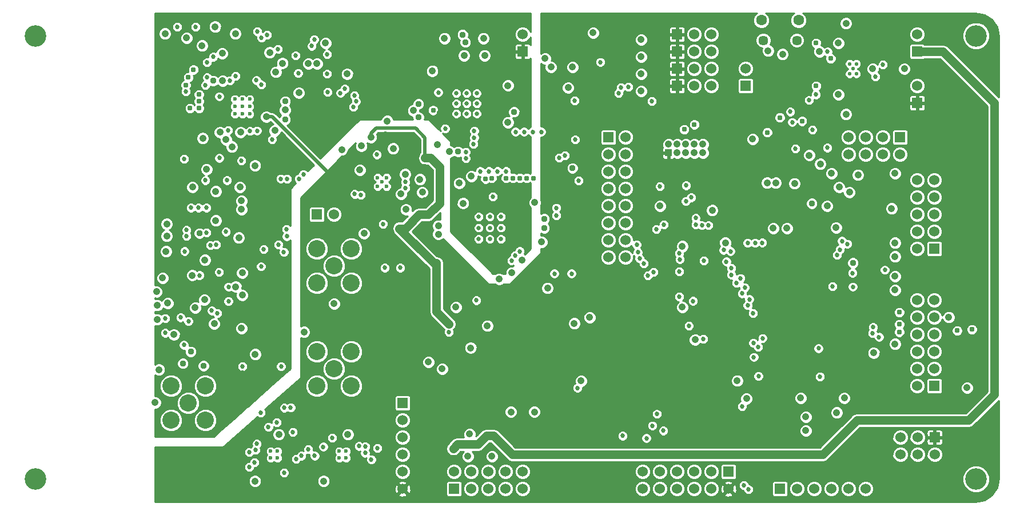
<source format=gbr>
G04 (created by PCBNEW (2013-01-23 BZR 3920)-stable) date Mon Jun 10 00:49:26 2013*
%MOIN*%
G04 Gerber Fmt 3.4, Leading zero omitted, Abs format*
%FSLAX34Y34*%
G01*
G70*
G90*
G04 APERTURE LIST*
%ADD10C,2.3622e-06*%
%ADD11C,0.063*%
%ADD12C,0.0571*%
%ADD13C,0.0236*%
%ADD14C,0.025*%
%ADD15R,0.06X0.06*%
%ADD16C,0.06*%
%ADD17C,0.1*%
%ADD18C,0.126*%
%ADD19R,0.042X0.042*%
%ADD20C,0.042*%
%ADD21C,0.023*%
%ADD22C,0.031*%
%ADD23C,0.027*%
%ADD24C,0.037*%
%ADD25C,0.05*%
%ADD26C,0.02*%
%ADD27C,0.01*%
G04 APERTURE END LIST*
G54D10*
G54D11*
X70583Y-22169D03*
X68417Y-22169D03*
G54D12*
X70479Y-23339D03*
X68521Y-23339D03*
G54D13*
X44202Y-47702D03*
X43798Y-47702D03*
X43798Y-47298D03*
X44202Y-47298D03*
X40202Y-47702D03*
X39798Y-47702D03*
X39798Y-47298D03*
X40202Y-47298D03*
G54D14*
X51225Y-27025D03*
X51225Y-26431D03*
X51819Y-26431D03*
X51819Y-27025D03*
X51819Y-27619D03*
X51225Y-27619D03*
X50631Y-27619D03*
X50631Y-27025D03*
X50631Y-26431D03*
G54D13*
X38150Y-27200D03*
X37717Y-27200D03*
X37717Y-26767D03*
X38150Y-26767D03*
X38583Y-26767D03*
X38583Y-27200D03*
X38583Y-27633D03*
X38150Y-27633D03*
X37717Y-27633D03*
X46300Y-31600D03*
X46039Y-31339D03*
X46561Y-31339D03*
X46561Y-31861D03*
X46039Y-31861D03*
G54D15*
X59500Y-29000D03*
G54D16*
X60500Y-29000D03*
X59500Y-30000D03*
X60500Y-30000D03*
X59500Y-31000D03*
X60500Y-31000D03*
X59500Y-32000D03*
X60500Y-32000D03*
X59500Y-33000D03*
X60500Y-33000D03*
X59500Y-34000D03*
X60500Y-34000D03*
X59500Y-35000D03*
X60500Y-35000D03*
X59500Y-36000D03*
X60500Y-36000D03*
G54D15*
X66500Y-48500D03*
G54D16*
X66500Y-49500D03*
X65500Y-48500D03*
X65500Y-49500D03*
X64500Y-48500D03*
X64500Y-49500D03*
X63500Y-48500D03*
X63500Y-49500D03*
X62500Y-48500D03*
X62500Y-49500D03*
X61500Y-48500D03*
X61500Y-49500D03*
G54D15*
X78500Y-43500D03*
G54D16*
X77500Y-43500D03*
X78500Y-42500D03*
X77500Y-42500D03*
X78500Y-41500D03*
X77500Y-41500D03*
X78500Y-40500D03*
X77500Y-40500D03*
X78500Y-39500D03*
X77500Y-39500D03*
X78500Y-38500D03*
X77500Y-38500D03*
G54D15*
X78500Y-35500D03*
G54D16*
X77500Y-35500D03*
X78500Y-34500D03*
X77500Y-34500D03*
X78500Y-33500D03*
X77500Y-33500D03*
X78500Y-32500D03*
X77500Y-32500D03*
X78500Y-31500D03*
X77500Y-31500D03*
G54D15*
X50500Y-49500D03*
G54D16*
X50500Y-48500D03*
X51500Y-49500D03*
X51500Y-48500D03*
X52500Y-49500D03*
X52500Y-48500D03*
X53500Y-49500D03*
X53500Y-48500D03*
X54500Y-49500D03*
X54500Y-48500D03*
G54D15*
X76500Y-29000D03*
G54D16*
X76500Y-30000D03*
X75500Y-29000D03*
X75500Y-30000D03*
X74500Y-29000D03*
X74500Y-30000D03*
X73500Y-29000D03*
X73500Y-30000D03*
G54D15*
X78510Y-46500D03*
G54D16*
X78510Y-47500D03*
X77510Y-46500D03*
X77510Y-47500D03*
X76510Y-46500D03*
X76510Y-47500D03*
G54D15*
X69500Y-49500D03*
G54D16*
X70500Y-49500D03*
X71500Y-49500D03*
X72500Y-49500D03*
X73500Y-49500D03*
X74500Y-49500D03*
G54D15*
X47500Y-44500D03*
G54D16*
X47500Y-45500D03*
X47500Y-46500D03*
X47500Y-47500D03*
X47500Y-48500D03*
X47500Y-49500D03*
G54D15*
X63500Y-24000D03*
G54D16*
X64500Y-24000D03*
X65500Y-24000D03*
G54D15*
X63500Y-23000D03*
G54D16*
X64500Y-23000D03*
X65500Y-23000D03*
G54D15*
X63500Y-25000D03*
G54D16*
X64500Y-25000D03*
X65500Y-25000D03*
G54D15*
X63500Y-26000D03*
G54D16*
X64500Y-26000D03*
X65500Y-26000D03*
G54D15*
X67500Y-26000D03*
G54D16*
X67500Y-25000D03*
G54D17*
X43500Y-36500D03*
X42500Y-37500D03*
X44500Y-37500D03*
X44500Y-35500D03*
X42500Y-35500D03*
X35000Y-44500D03*
X36000Y-43500D03*
X34000Y-43500D03*
X34000Y-45500D03*
X36000Y-45500D03*
X43500Y-42500D03*
X42500Y-43500D03*
X44500Y-43500D03*
X44500Y-41500D03*
X42500Y-41500D03*
G54D15*
X54500Y-24000D03*
G54D16*
X54500Y-23000D03*
G54D15*
X77500Y-24000D03*
G54D16*
X77500Y-23000D03*
G54D15*
X77500Y-27000D03*
G54D16*
X77500Y-26000D03*
G54D15*
X42500Y-33500D03*
G54D16*
X43500Y-33500D03*
G54D18*
X26075Y-23075D03*
X80925Y-23075D03*
X80925Y-48925D03*
X26075Y-48925D03*
G54D14*
X52575Y-34275D03*
X52575Y-33625D03*
X53225Y-33625D03*
X53225Y-34275D03*
X53225Y-34925D03*
X52575Y-34925D03*
X51925Y-34925D03*
X51925Y-34275D03*
X51925Y-33625D03*
G54D19*
X63000Y-29900D03*
G54D20*
X63000Y-29400D03*
X63500Y-29900D03*
X63500Y-29400D03*
X64000Y-29900D03*
X64000Y-29400D03*
X64500Y-29900D03*
X64500Y-29400D03*
X65000Y-29900D03*
X65000Y-29400D03*
G54D21*
X73750Y-25000D03*
X73947Y-24705D03*
X73553Y-24705D03*
X73553Y-25295D03*
X73947Y-25295D03*
G54D20*
X52800Y-46400D03*
X45650Y-29000D03*
X48800Y-30200D03*
X47300Y-34310D03*
G54D22*
X49470Y-36330D03*
G54D20*
X48450Y-33500D03*
X50200Y-39880D03*
X50450Y-47150D03*
G54D23*
X53850Y-36180D03*
X56460Y-33110D03*
X56460Y-33550D03*
X54060Y-35880D03*
G54D20*
X47400Y-32300D03*
X47650Y-31150D03*
G54D23*
X38930Y-47230D03*
X38850Y-47960D03*
X44950Y-47000D03*
X45670Y-47790D03*
X39020Y-22820D03*
X44680Y-26560D03*
X36620Y-35260D03*
X35420Y-22550D03*
X40250Y-35260D03*
X34900Y-34400D03*
X45310Y-47400D03*
X43100Y-24150D03*
X42340Y-23280D03*
X34780Y-35640D03*
X37330Y-28590D03*
X40410Y-42350D03*
X38600Y-28630D03*
X41450Y-31410D03*
X38150Y-42350D03*
X35010Y-39720D03*
X36370Y-39100D03*
X39010Y-28610D03*
X46030Y-47120D03*
X41710Y-31150D03*
X33650Y-40400D03*
X37340Y-37710D03*
X40570Y-35690D03*
X45330Y-47030D03*
X38970Y-25670D03*
X43130Y-26360D03*
X36000Y-31500D03*
X40740Y-34770D03*
X36050Y-34550D03*
X36810Y-26610D03*
X40600Y-44770D03*
X42870Y-47040D03*
X34750Y-30250D03*
X40970Y-44750D03*
X43390Y-46520D03*
X37200Y-34500D03*
X40730Y-34350D03*
X37250Y-31500D03*
X34350Y-22550D03*
X40580Y-48550D03*
X43098Y-25298D03*
X39590Y-23020D03*
X41600Y-47570D03*
X42200Y-23670D03*
X40390Y-31410D03*
X43870Y-26410D03*
X41410Y-25250D03*
X40230Y-23850D03*
X38100Y-30350D03*
X35660Y-37040D03*
X38550Y-47360D03*
X33650Y-39550D03*
X34550Y-39500D03*
X36280Y-35280D03*
X39400Y-35520D03*
X34900Y-34750D03*
X41280Y-47760D03*
X38560Y-48220D03*
X42000Y-47190D03*
X36450Y-24300D03*
X40750Y-31420D03*
X41260Y-24230D03*
X40160Y-45620D03*
X39000Y-46870D03*
X39270Y-23190D03*
X44130Y-26170D03*
X39260Y-25930D03*
X42370Y-47570D03*
X36810Y-30200D03*
X36690Y-39250D03*
X34740Y-41100D03*
X37340Y-38560D03*
X39670Y-45890D03*
X39240Y-36530D03*
X36800Y-36850D03*
X41100Y-46180D03*
X39220Y-45050D03*
X62700Y-46100D03*
X62060Y-45810D03*
X57690Y-43610D03*
X62330Y-45130D03*
X61710Y-46540D03*
X72250Y-29600D03*
X71740Y-41300D03*
X75500Y-24750D03*
X73110Y-35040D03*
X73430Y-35210D03*
X73720Y-36910D03*
X75610Y-36730D03*
X72830Y-35860D03*
X72990Y-35540D03*
X75270Y-40640D03*
X74930Y-40070D03*
X74880Y-40430D03*
G54D20*
X76000Y-33150D03*
X72250Y-33000D03*
G54D23*
X61140Y-35260D03*
X63630Y-35750D03*
X61210Y-35700D03*
X63660Y-36110D03*
X61310Y-36060D03*
X66210Y-35570D03*
X61560Y-36350D03*
X66610Y-35640D03*
X65330Y-34130D03*
X73740Y-37710D03*
X64320Y-32500D03*
X72560Y-37690D03*
X67610Y-38790D03*
X66370Y-36240D03*
X66660Y-37010D03*
X66960Y-37490D03*
X67440Y-37760D03*
X67290Y-38100D03*
X67710Y-38440D03*
X66650Y-36620D03*
X67190Y-37210D03*
X62720Y-34080D03*
X64580Y-33700D03*
X62280Y-34350D03*
X64580Y-34080D03*
G54D22*
X79830Y-40270D03*
X80690Y-40200D03*
X76450Y-40350D03*
X76450Y-39200D03*
X76450Y-39900D03*
X63910Y-28530D03*
X64500Y-28250D03*
G54D23*
X68240Y-42920D03*
X67280Y-44690D03*
G54D20*
X49800Y-42500D03*
X51400Y-46300D03*
G54D23*
X71380Y-28550D03*
X71830Y-42950D03*
X54320Y-35640D03*
X56340Y-36940D03*
X57340Y-36940D03*
X64180Y-39980D03*
X51180Y-30230D03*
X65020Y-40750D03*
X47650Y-31600D03*
X52750Y-32450D03*
X51800Y-38500D03*
X50200Y-40360D03*
X47650Y-31950D03*
G54D20*
X68750Y-31650D03*
X51020Y-32840D03*
X61400Y-23300D03*
X38010Y-31900D03*
G54D23*
X35600Y-33100D03*
G54D20*
X76750Y-25000D03*
G54D24*
X53985Y-27515D03*
G54D20*
X71000Y-46100D03*
X76200Y-41050D03*
X37950Y-34850D03*
X33500Y-37200D03*
G54D24*
X40650Y-26900D03*
G54D22*
X35100Y-27300D03*
G54D23*
X53025Y-30975D03*
G54D20*
X52700Y-47600D03*
X42000Y-24700D03*
X35940Y-38470D03*
X74040Y-31190D03*
G54D24*
X40650Y-27950D03*
G54D20*
X50795Y-31665D03*
X41450Y-26400D03*
X38100Y-40130D03*
G54D22*
X35630Y-27300D03*
G54D20*
X40050Y-28600D03*
X33700Y-35650D03*
X72800Y-45050D03*
X46950Y-29650D03*
X69250Y-31650D03*
X35800Y-23650D03*
X73350Y-27650D03*
X74960Y-41560D03*
X45090Y-29500D03*
X70350Y-31690D03*
X38900Y-41650D03*
X42890Y-49050D03*
X47690Y-33200D03*
X41750Y-40350D03*
X73550Y-32200D03*
X51300Y-47600D03*
X63800Y-35350D03*
X36600Y-33850D03*
X52430Y-39990D03*
G54D24*
X71350Y-32850D03*
G54D22*
X52685Y-31375D03*
G54D20*
X35250Y-31900D03*
X66310Y-35140D03*
G54D23*
X54075Y-28675D03*
G54D20*
X48650Y-32200D03*
X56150Y-24900D03*
G54D22*
X35300Y-25050D03*
G54D20*
X40490Y-24680D03*
G54D22*
X35630Y-26500D03*
G54D20*
X57500Y-39850D03*
X76200Y-37900D03*
X69650Y-24150D03*
X36980Y-24100D03*
X69900Y-34300D03*
X65550Y-33250D03*
X53635Y-25975D03*
X55180Y-45010D03*
G54D23*
X35150Y-33100D03*
G54D20*
X44260Y-25300D03*
X49525Y-29435D03*
X36560Y-22550D03*
X33640Y-22950D03*
X42500Y-24700D03*
G54D23*
X52025Y-30975D03*
G54D20*
X49580Y-34160D03*
G54D24*
X36450Y-25700D03*
G54D20*
X53860Y-36890D03*
X38100Y-33200D03*
X67540Y-44230D03*
X51460Y-41280D03*
X73350Y-22350D03*
X68800Y-23950D03*
X54450Y-36150D03*
X53130Y-37260D03*
X49225Y-25125D03*
X72500Y-31100D03*
G54D24*
X55750Y-33750D03*
G54D20*
X48125Y-27425D03*
G54D24*
X57400Y-30800D03*
G54D20*
X51075Y-24225D03*
X34900Y-23200D03*
X72950Y-31900D03*
X76200Y-35150D03*
X40280Y-46320D03*
X74900Y-25000D03*
X38890Y-49050D03*
X36850Y-28700D03*
X64550Y-40800D03*
X55600Y-35100D03*
X33070Y-44460D03*
X37750Y-22950D03*
X55950Y-37790D03*
G54D22*
X70790Y-28050D03*
G54D24*
X35650Y-34600D03*
G54D20*
X34160Y-40500D03*
X45250Y-34600D03*
G54D24*
X35140Y-41500D03*
X48425Y-27825D03*
G54D20*
X55200Y-32800D03*
X33750Y-34750D03*
X49935Y-23225D03*
G54D24*
X73750Y-36320D03*
G54D20*
X71200Y-30040D03*
X43940Y-29720D03*
G54D23*
X55075Y-28675D03*
G54D20*
X38150Y-38200D03*
X43000Y-23500D03*
G54D22*
X53525Y-31375D03*
G54D20*
X40100Y-25190D03*
X73250Y-44200D03*
X35850Y-29050D03*
X76200Y-35950D03*
X72770Y-34260D03*
X35230Y-37040D03*
X61400Y-26300D03*
X50225Y-29835D03*
X67900Y-29100D03*
X58600Y-22900D03*
X67000Y-43190D03*
X72900Y-26500D03*
X76200Y-31100D03*
X80400Y-43600D03*
X61400Y-25300D03*
X69100Y-34300D03*
X57150Y-26100D03*
X33290Y-42550D03*
G54D22*
X35630Y-26900D03*
G54D20*
X63800Y-38900D03*
G54D22*
X71600Y-23500D03*
G54D24*
X55750Y-34300D03*
G54D23*
X55575Y-28675D03*
G54D20*
X53635Y-28125D03*
X44300Y-46320D03*
G54D22*
X52325Y-31415D03*
G54D23*
X70100Y-27500D03*
G54D22*
X54725Y-31375D03*
G54D20*
X45000Y-30900D03*
G54D24*
X34680Y-42180D03*
G54D20*
X40650Y-27400D03*
X71850Y-30550D03*
X35970Y-36150D03*
X70700Y-44200D03*
X48500Y-31450D03*
X71000Y-45300D03*
G54D22*
X72450Y-24400D03*
G54D20*
X39750Y-24050D03*
X36070Y-30860D03*
G54D24*
X51145Y-23445D03*
G54D20*
X49580Y-34640D03*
X33190Y-39620D03*
G54D22*
X54325Y-31375D03*
G54D20*
X76200Y-37100D03*
G54D22*
X53925Y-31375D03*
G54D23*
X36050Y-33100D03*
G54D20*
X38050Y-28700D03*
X52275Y-24225D03*
G54D23*
X53525Y-30975D03*
G54D20*
X38890Y-30650D03*
G54D22*
X34850Y-25950D03*
G54D24*
X48415Y-27045D03*
G54D22*
X35000Y-25500D03*
G54D20*
X49000Y-42100D03*
G54D24*
X51005Y-23005D03*
G54D20*
X58400Y-39500D03*
X55800Y-24400D03*
X43500Y-38700D03*
G54D22*
X55125Y-31375D03*
G54D20*
X46600Y-28050D03*
X79330Y-39490D03*
X37200Y-29130D03*
X33150Y-38000D03*
G54D23*
X52525Y-30975D03*
G54D20*
X35400Y-38930D03*
X50600Y-38900D03*
X38100Y-32700D03*
X37760Y-37710D03*
X38150Y-36900D03*
X33750Y-34050D03*
G54D24*
X35890Y-42320D03*
G54D20*
X33190Y-38790D03*
G54D23*
X54575Y-28675D03*
G54D20*
X33800Y-38670D03*
X51505Y-31265D03*
X62500Y-33000D03*
G54D24*
X50725Y-29835D03*
G54D20*
X36510Y-39870D03*
X72900Y-23500D03*
X37000Y-25700D03*
X52215Y-23225D03*
X36600Y-32150D03*
X57900Y-43200D03*
X53810Y-45010D03*
G54D22*
X71600Y-26000D03*
G54D20*
X37550Y-29550D03*
X71800Y-24000D03*
X57400Y-24900D03*
X61400Y-24300D03*
G54D23*
X51620Y-29390D03*
X70400Y-29650D03*
X36100Y-25500D03*
X61800Y-37050D03*
X63630Y-38280D03*
X60080Y-26420D03*
X37430Y-25680D03*
X64420Y-38540D03*
X60220Y-26080D03*
X37750Y-25420D03*
X36090Y-24630D03*
X62120Y-36860D03*
X68480Y-40710D03*
X44780Y-26900D03*
X36000Y-25950D03*
X67390Y-49290D03*
X67970Y-41810D03*
X44620Y-27220D03*
X67660Y-49530D03*
X34850Y-26330D03*
X46000Y-30000D03*
X39880Y-29130D03*
X71590Y-26500D03*
X75050Y-25450D03*
X71190Y-26830D03*
X72270Y-24000D03*
G54D22*
X69490Y-27840D03*
X68750Y-28710D03*
G54D23*
X64010Y-32720D03*
X60650Y-26060D03*
X64940Y-34130D03*
X59030Y-24610D03*
X70210Y-28110D03*
X51670Y-28620D03*
X68460Y-35140D03*
X56960Y-30050D03*
X68220Y-41230D03*
X44700Y-32300D03*
X46450Y-36600D03*
X67940Y-40990D03*
X47350Y-36600D03*
X45050Y-32350D03*
X60320Y-46400D03*
X46350Y-34060D03*
X51180Y-29850D03*
X65060Y-36190D03*
X57760Y-31520D03*
X57550Y-29130D03*
X51670Y-29010D03*
X63630Y-36820D03*
X49575Y-26375D03*
X67930Y-39250D03*
X62020Y-26880D03*
X57520Y-26850D03*
X64030Y-31800D03*
X56630Y-30180D03*
X68040Y-35150D03*
X52895Y-26425D03*
G54D20*
X37450Y-24500D03*
X51525Y-32465D03*
X54500Y-34300D03*
X39570Y-27010D03*
X39250Y-25300D03*
X38150Y-42800D03*
G54D23*
X52825Y-27335D03*
G54D24*
X52275Y-32475D03*
G54D20*
X51075Y-25405D03*
X52275Y-25415D03*
X53140Y-36100D03*
X35250Y-36400D03*
G54D22*
X52945Y-27695D03*
X49565Y-27045D03*
G54D24*
X36640Y-27250D03*
G54D20*
X54570Y-33380D03*
X49625Y-25925D03*
G54D22*
X53525Y-32475D03*
G54D24*
X50615Y-28785D03*
G54D20*
X37600Y-41150D03*
X33610Y-36600D03*
G54D22*
X49625Y-27585D03*
G54D20*
X54400Y-35100D03*
X73250Y-43000D03*
X56300Y-25800D03*
X67350Y-29600D03*
X75000Y-35150D03*
X81250Y-43200D03*
X48800Y-30750D03*
X46730Y-34310D03*
X65000Y-41250D03*
X58050Y-40400D03*
X55600Y-38600D03*
X39550Y-27800D03*
X65030Y-35270D03*
X46500Y-28850D03*
X66350Y-33100D03*
X64990Y-31000D03*
X50450Y-45900D03*
X69700Y-48250D03*
X65000Y-38900D03*
X64050Y-37540D03*
X57200Y-22200D03*
X45660Y-30400D03*
X57850Y-42700D03*
X47350Y-37750D03*
G54D22*
X49275Y-27415D03*
X49820Y-35960D03*
G54D20*
X67540Y-43020D03*
G54D24*
X44300Y-32400D03*
G54D20*
X46450Y-37750D03*
X48800Y-32700D03*
X73700Y-48250D03*
X70700Y-43000D03*
X75000Y-41050D03*
X75000Y-37900D03*
X39710Y-48650D03*
X75000Y-35950D03*
X43710Y-48650D03*
G54D22*
X72560Y-25570D03*
G54D20*
X70378Y-32904D03*
X78150Y-37100D03*
G54D22*
X71190Y-28050D03*
G54D20*
X72810Y-32920D03*
X68750Y-32850D03*
X75000Y-37100D03*
X66640Y-30840D03*
X62900Y-33550D03*
X42200Y-38750D03*
X63500Y-27740D03*
X48340Y-29160D03*
G54D24*
X44850Y-33300D03*
G54D23*
X67610Y-35160D03*
X49975Y-28485D03*
X62500Y-31850D03*
G54D25*
X49000Y-33500D02*
X49660Y-32840D01*
X48450Y-33500D02*
X49000Y-33500D01*
X52380Y-46400D02*
X51880Y-46900D01*
X49470Y-36330D02*
X49320Y-36330D01*
G54D26*
X45960Y-28450D02*
X48240Y-28450D01*
G54D25*
X49470Y-39150D02*
X50200Y-39880D01*
X74000Y-45500D02*
X72000Y-47500D01*
X50700Y-46900D02*
X50450Y-47150D01*
X77500Y-24000D02*
X79000Y-24000D01*
X52800Y-46400D02*
X52380Y-46400D01*
X49660Y-32840D02*
X49660Y-30730D01*
X80500Y-45500D02*
X74000Y-45500D01*
X47640Y-34310D02*
X48450Y-33500D01*
X72000Y-47500D02*
X56000Y-47500D01*
X82000Y-27000D02*
X82000Y-44000D01*
G54D26*
X48240Y-28450D02*
X48800Y-29010D01*
G54D25*
X49320Y-36330D02*
X47300Y-34310D01*
X49470Y-36330D02*
X49470Y-39150D01*
G54D26*
X48800Y-29010D02*
X48800Y-30200D01*
G54D25*
X56000Y-47500D02*
X53900Y-47500D01*
X53900Y-47500D02*
X52800Y-46400D01*
X79000Y-24000D02*
X82000Y-27000D01*
X51880Y-46900D02*
X50700Y-46900D01*
X47340Y-34310D02*
X47640Y-34310D01*
X49130Y-30200D02*
X48800Y-30200D01*
G54D26*
X45650Y-29000D02*
X45650Y-28760D01*
G54D25*
X47300Y-34310D02*
X47340Y-34310D01*
G54D26*
X45650Y-28760D02*
X45960Y-28450D01*
G54D25*
X49660Y-30730D02*
X49130Y-30200D01*
X82000Y-44000D02*
X80500Y-45500D01*
G54D26*
X39550Y-27800D02*
X39900Y-27800D01*
X44300Y-32200D02*
X44300Y-32400D01*
X39900Y-27800D02*
X44300Y-32200D01*
G54D10*
G36*
X82255Y-48903D02*
X82149Y-49430D01*
X81861Y-49863D01*
X81725Y-49953D01*
X81725Y-48766D01*
X81603Y-48472D01*
X81378Y-48247D01*
X81084Y-48125D01*
X80766Y-48124D01*
X80472Y-48246D01*
X80247Y-48471D01*
X80125Y-48765D01*
X80124Y-49083D01*
X80246Y-49377D01*
X80471Y-49602D01*
X80765Y-49724D01*
X81083Y-49725D01*
X81377Y-49603D01*
X81602Y-49378D01*
X81724Y-49084D01*
X81725Y-48766D01*
X81725Y-49953D01*
X81433Y-50148D01*
X80900Y-50255D01*
X78980Y-50255D01*
X78980Y-47406D01*
X78980Y-47406D01*
X78980Y-46766D01*
X78980Y-46233D01*
X78979Y-46166D01*
X78954Y-46103D01*
X78906Y-46055D01*
X78843Y-46029D01*
X78602Y-46030D01*
X78560Y-46072D01*
X78560Y-46450D01*
X78937Y-46450D01*
X78980Y-46407D01*
X78980Y-46233D01*
X78980Y-46766D01*
X78980Y-46592D01*
X78937Y-46550D01*
X78560Y-46550D01*
X78560Y-46927D01*
X78602Y-46970D01*
X78843Y-46970D01*
X78906Y-46944D01*
X78954Y-46896D01*
X78979Y-46833D01*
X78980Y-46766D01*
X78980Y-47406D01*
X78908Y-47234D01*
X78776Y-47101D01*
X78603Y-47030D01*
X78460Y-47029D01*
X78460Y-46927D01*
X78460Y-46550D01*
X78460Y-46450D01*
X78460Y-46072D01*
X78417Y-46030D01*
X78176Y-46029D01*
X78113Y-46055D01*
X78065Y-46103D01*
X78040Y-46166D01*
X78039Y-46233D01*
X78040Y-46407D01*
X78082Y-46450D01*
X78460Y-46450D01*
X78460Y-46550D01*
X78082Y-46550D01*
X78040Y-46592D01*
X78039Y-46766D01*
X78040Y-46833D01*
X78065Y-46896D01*
X78113Y-46944D01*
X78176Y-46970D01*
X78417Y-46970D01*
X78460Y-46927D01*
X78460Y-47029D01*
X78416Y-47029D01*
X78244Y-47101D01*
X78111Y-47233D01*
X78040Y-47406D01*
X78039Y-47593D01*
X78111Y-47765D01*
X78243Y-47898D01*
X78416Y-47969D01*
X78603Y-47970D01*
X78775Y-47898D01*
X78908Y-47766D01*
X78979Y-47593D01*
X78980Y-47406D01*
X78980Y-50255D01*
X77980Y-50255D01*
X77980Y-47406D01*
X77980Y-46406D01*
X77908Y-46234D01*
X77776Y-46101D01*
X77603Y-46030D01*
X77416Y-46029D01*
X77244Y-46101D01*
X77111Y-46233D01*
X77040Y-46406D01*
X77039Y-46593D01*
X77111Y-46765D01*
X77243Y-46898D01*
X77416Y-46969D01*
X77603Y-46970D01*
X77775Y-46898D01*
X77908Y-46766D01*
X77979Y-46593D01*
X77980Y-46406D01*
X77980Y-47406D01*
X77908Y-47234D01*
X77776Y-47101D01*
X77603Y-47030D01*
X77416Y-47029D01*
X77244Y-47101D01*
X77111Y-47233D01*
X77040Y-47406D01*
X77039Y-47593D01*
X77111Y-47765D01*
X77243Y-47898D01*
X77416Y-47969D01*
X77603Y-47970D01*
X77775Y-47898D01*
X77908Y-47766D01*
X77979Y-47593D01*
X77980Y-47406D01*
X77980Y-50255D01*
X76980Y-50255D01*
X76980Y-47406D01*
X76980Y-46406D01*
X76908Y-46234D01*
X76776Y-46101D01*
X76603Y-46030D01*
X76416Y-46029D01*
X76244Y-46101D01*
X76111Y-46233D01*
X76040Y-46406D01*
X76039Y-46593D01*
X76111Y-46765D01*
X76243Y-46898D01*
X76416Y-46969D01*
X76603Y-46970D01*
X76775Y-46898D01*
X76908Y-46766D01*
X76979Y-46593D01*
X76980Y-46406D01*
X76980Y-47406D01*
X76908Y-47234D01*
X76776Y-47101D01*
X76603Y-47030D01*
X76416Y-47029D01*
X76244Y-47101D01*
X76111Y-47233D01*
X76040Y-47406D01*
X76039Y-47593D01*
X76111Y-47765D01*
X76243Y-47898D01*
X76416Y-47969D01*
X76603Y-47970D01*
X76775Y-47898D01*
X76908Y-47766D01*
X76979Y-47593D01*
X76980Y-47406D01*
X76980Y-50255D01*
X74970Y-50255D01*
X74970Y-49406D01*
X74898Y-49234D01*
X74766Y-49101D01*
X74593Y-49030D01*
X74406Y-49029D01*
X74234Y-49101D01*
X74101Y-49233D01*
X74030Y-49406D01*
X74029Y-49593D01*
X74101Y-49765D01*
X74233Y-49898D01*
X74406Y-49969D01*
X74593Y-49970D01*
X74765Y-49898D01*
X74898Y-49766D01*
X74969Y-49593D01*
X74970Y-49406D01*
X74970Y-50255D01*
X73970Y-50255D01*
X73970Y-49406D01*
X73898Y-49234D01*
X73766Y-49101D01*
X73593Y-49030D01*
X73406Y-49029D01*
X73234Y-49101D01*
X73101Y-49233D01*
X73030Y-49406D01*
X73029Y-49593D01*
X73101Y-49765D01*
X73233Y-49898D01*
X73406Y-49969D01*
X73593Y-49970D01*
X73765Y-49898D01*
X73898Y-49766D01*
X73969Y-49593D01*
X73970Y-49406D01*
X73970Y-50255D01*
X72970Y-50255D01*
X72970Y-49406D01*
X72898Y-49234D01*
X72766Y-49101D01*
X72593Y-49030D01*
X72406Y-49029D01*
X72234Y-49101D01*
X72101Y-49233D01*
X72030Y-49406D01*
X72029Y-49593D01*
X72101Y-49765D01*
X72233Y-49898D01*
X72406Y-49969D01*
X72593Y-49970D01*
X72765Y-49898D01*
X72898Y-49766D01*
X72969Y-49593D01*
X72970Y-49406D01*
X72970Y-50255D01*
X71970Y-50255D01*
X71970Y-49406D01*
X71898Y-49234D01*
X71766Y-49101D01*
X71593Y-49030D01*
X71406Y-49029D01*
X71234Y-49101D01*
X71101Y-49233D01*
X71030Y-49406D01*
X71029Y-49593D01*
X71101Y-49765D01*
X71233Y-49898D01*
X71406Y-49969D01*
X71593Y-49970D01*
X71765Y-49898D01*
X71898Y-49766D01*
X71969Y-49593D01*
X71970Y-49406D01*
X71970Y-50255D01*
X70970Y-50255D01*
X70970Y-49406D01*
X70898Y-49234D01*
X70766Y-49101D01*
X70593Y-49030D01*
X70406Y-49029D01*
X70234Y-49101D01*
X70101Y-49233D01*
X70030Y-49406D01*
X70029Y-49593D01*
X70101Y-49765D01*
X70233Y-49898D01*
X70406Y-49969D01*
X70593Y-49970D01*
X70765Y-49898D01*
X70898Y-49766D01*
X70969Y-49593D01*
X70970Y-49406D01*
X70970Y-50255D01*
X69970Y-50255D01*
X69970Y-49766D01*
X69970Y-49166D01*
X69944Y-49103D01*
X69896Y-49055D01*
X69833Y-49030D01*
X69766Y-49029D01*
X69166Y-49029D01*
X69103Y-49055D01*
X69055Y-49103D01*
X69030Y-49166D01*
X69029Y-49233D01*
X69029Y-49833D01*
X69055Y-49896D01*
X69103Y-49944D01*
X69166Y-49969D01*
X69233Y-49970D01*
X69833Y-49970D01*
X69896Y-49944D01*
X69944Y-49896D01*
X69969Y-49833D01*
X69970Y-49766D01*
X69970Y-50255D01*
X67965Y-50255D01*
X67965Y-49469D01*
X67918Y-49357D01*
X67832Y-49271D01*
X67720Y-49225D01*
X67693Y-49225D01*
X67648Y-49117D01*
X67562Y-49031D01*
X67450Y-48985D01*
X67329Y-48984D01*
X67217Y-49031D01*
X67131Y-49117D01*
X67085Y-49229D01*
X67084Y-49350D01*
X67131Y-49462D01*
X67217Y-49548D01*
X67329Y-49594D01*
X67356Y-49594D01*
X67401Y-49702D01*
X67487Y-49788D01*
X67599Y-49834D01*
X67720Y-49835D01*
X67832Y-49788D01*
X67918Y-49702D01*
X67964Y-49590D01*
X67965Y-49469D01*
X67965Y-50255D01*
X66975Y-50255D01*
X66975Y-49562D01*
X66970Y-49485D01*
X66970Y-48766D01*
X66970Y-48166D01*
X66944Y-48103D01*
X66896Y-48055D01*
X66833Y-48030D01*
X66766Y-48029D01*
X66166Y-48029D01*
X66103Y-48055D01*
X66055Y-48103D01*
X66030Y-48166D01*
X66029Y-48233D01*
X66029Y-48833D01*
X66055Y-48896D01*
X66103Y-48944D01*
X66166Y-48969D01*
X66233Y-48970D01*
X66833Y-48970D01*
X66896Y-48944D01*
X66944Y-48896D01*
X66969Y-48833D01*
X66970Y-48766D01*
X66970Y-49485D01*
X66962Y-49376D01*
X66914Y-49260D01*
X66842Y-49228D01*
X66771Y-49299D01*
X66771Y-49157D01*
X66739Y-49085D01*
X66562Y-49024D01*
X66376Y-49037D01*
X66260Y-49085D01*
X66228Y-49157D01*
X66500Y-49429D01*
X66771Y-49157D01*
X66771Y-49299D01*
X66570Y-49500D01*
X66842Y-49771D01*
X66914Y-49739D01*
X66975Y-49562D01*
X66975Y-50255D01*
X66771Y-50255D01*
X66771Y-49842D01*
X66500Y-49570D01*
X66429Y-49641D01*
X66429Y-49500D01*
X66157Y-49228D01*
X66085Y-49260D01*
X66024Y-49437D01*
X66037Y-49623D01*
X66085Y-49739D01*
X66157Y-49771D01*
X66429Y-49500D01*
X66429Y-49641D01*
X66228Y-49842D01*
X66260Y-49914D01*
X66437Y-49975D01*
X66623Y-49962D01*
X66739Y-49914D01*
X66771Y-49842D01*
X66771Y-50255D01*
X65970Y-50255D01*
X65970Y-49406D01*
X65970Y-48406D01*
X65898Y-48234D01*
X65766Y-48101D01*
X65593Y-48030D01*
X65406Y-48029D01*
X65234Y-48101D01*
X65101Y-48233D01*
X65030Y-48406D01*
X65029Y-48593D01*
X65101Y-48765D01*
X65233Y-48898D01*
X65406Y-48969D01*
X65593Y-48970D01*
X65765Y-48898D01*
X65898Y-48766D01*
X65969Y-48593D01*
X65970Y-48406D01*
X65970Y-49406D01*
X65898Y-49234D01*
X65766Y-49101D01*
X65593Y-49030D01*
X65406Y-49029D01*
X65234Y-49101D01*
X65101Y-49233D01*
X65030Y-49406D01*
X65029Y-49593D01*
X65101Y-49765D01*
X65233Y-49898D01*
X65406Y-49969D01*
X65593Y-49970D01*
X65765Y-49898D01*
X65898Y-49766D01*
X65969Y-49593D01*
X65970Y-49406D01*
X65970Y-50255D01*
X64970Y-50255D01*
X64970Y-49406D01*
X64970Y-48406D01*
X64898Y-48234D01*
X64766Y-48101D01*
X64593Y-48030D01*
X64406Y-48029D01*
X64234Y-48101D01*
X64101Y-48233D01*
X64030Y-48406D01*
X64029Y-48593D01*
X64101Y-48765D01*
X64233Y-48898D01*
X64406Y-48969D01*
X64593Y-48970D01*
X64765Y-48898D01*
X64898Y-48766D01*
X64969Y-48593D01*
X64970Y-48406D01*
X64970Y-49406D01*
X64898Y-49234D01*
X64766Y-49101D01*
X64593Y-49030D01*
X64406Y-49029D01*
X64234Y-49101D01*
X64101Y-49233D01*
X64030Y-49406D01*
X64029Y-49593D01*
X64101Y-49765D01*
X64233Y-49898D01*
X64406Y-49969D01*
X64593Y-49970D01*
X64765Y-49898D01*
X64898Y-49766D01*
X64969Y-49593D01*
X64970Y-49406D01*
X64970Y-50255D01*
X63970Y-50255D01*
X63970Y-49406D01*
X63970Y-48406D01*
X63898Y-48234D01*
X63766Y-48101D01*
X63593Y-48030D01*
X63406Y-48029D01*
X63234Y-48101D01*
X63101Y-48233D01*
X63030Y-48406D01*
X63029Y-48593D01*
X63101Y-48765D01*
X63233Y-48898D01*
X63406Y-48969D01*
X63593Y-48970D01*
X63765Y-48898D01*
X63898Y-48766D01*
X63969Y-48593D01*
X63970Y-48406D01*
X63970Y-49406D01*
X63898Y-49234D01*
X63766Y-49101D01*
X63593Y-49030D01*
X63406Y-49029D01*
X63234Y-49101D01*
X63101Y-49233D01*
X63030Y-49406D01*
X63029Y-49593D01*
X63101Y-49765D01*
X63233Y-49898D01*
X63406Y-49969D01*
X63593Y-49970D01*
X63765Y-49898D01*
X63898Y-49766D01*
X63969Y-49593D01*
X63970Y-49406D01*
X63970Y-50255D01*
X62970Y-50255D01*
X62970Y-49406D01*
X62970Y-48406D01*
X62898Y-48234D01*
X62766Y-48101D01*
X62593Y-48030D01*
X62406Y-48029D01*
X62234Y-48101D01*
X62101Y-48233D01*
X62030Y-48406D01*
X62029Y-48593D01*
X62101Y-48765D01*
X62233Y-48898D01*
X62406Y-48969D01*
X62593Y-48970D01*
X62765Y-48898D01*
X62898Y-48766D01*
X62969Y-48593D01*
X62970Y-48406D01*
X62970Y-49406D01*
X62898Y-49234D01*
X62766Y-49101D01*
X62593Y-49030D01*
X62406Y-49029D01*
X62234Y-49101D01*
X62101Y-49233D01*
X62030Y-49406D01*
X62029Y-49593D01*
X62101Y-49765D01*
X62233Y-49898D01*
X62406Y-49969D01*
X62593Y-49970D01*
X62765Y-49898D01*
X62898Y-49766D01*
X62969Y-49593D01*
X62970Y-49406D01*
X62970Y-50255D01*
X61970Y-50255D01*
X61970Y-49406D01*
X61970Y-48406D01*
X61898Y-48234D01*
X61766Y-48101D01*
X61593Y-48030D01*
X61406Y-48029D01*
X61234Y-48101D01*
X61101Y-48233D01*
X61030Y-48406D01*
X61029Y-48593D01*
X61101Y-48765D01*
X61233Y-48898D01*
X61406Y-48969D01*
X61593Y-48970D01*
X61765Y-48898D01*
X61898Y-48766D01*
X61969Y-48593D01*
X61970Y-48406D01*
X61970Y-49406D01*
X61898Y-49234D01*
X61766Y-49101D01*
X61593Y-49030D01*
X61406Y-49029D01*
X61234Y-49101D01*
X61101Y-49233D01*
X61030Y-49406D01*
X61029Y-49593D01*
X61101Y-49765D01*
X61233Y-49898D01*
X61406Y-49969D01*
X61593Y-49970D01*
X61765Y-49898D01*
X61898Y-49766D01*
X61969Y-49593D01*
X61970Y-49406D01*
X61970Y-50255D01*
X54970Y-50255D01*
X54970Y-49406D01*
X54970Y-48406D01*
X54898Y-48234D01*
X54766Y-48101D01*
X54593Y-48030D01*
X54406Y-48029D01*
X54234Y-48101D01*
X54101Y-48233D01*
X54030Y-48406D01*
X54029Y-48593D01*
X54101Y-48765D01*
X54233Y-48898D01*
X54406Y-48969D01*
X54593Y-48970D01*
X54765Y-48898D01*
X54898Y-48766D01*
X54969Y-48593D01*
X54970Y-48406D01*
X54970Y-49406D01*
X54898Y-49234D01*
X54766Y-49101D01*
X54593Y-49030D01*
X54406Y-49029D01*
X54234Y-49101D01*
X54101Y-49233D01*
X54030Y-49406D01*
X54029Y-49593D01*
X54101Y-49765D01*
X54233Y-49898D01*
X54406Y-49969D01*
X54593Y-49970D01*
X54765Y-49898D01*
X54898Y-49766D01*
X54969Y-49593D01*
X54970Y-49406D01*
X54970Y-50255D01*
X53970Y-50255D01*
X53970Y-49406D01*
X53970Y-48406D01*
X53898Y-48234D01*
X53766Y-48101D01*
X53593Y-48030D01*
X53406Y-48029D01*
X53234Y-48101D01*
X53101Y-48233D01*
X53080Y-48285D01*
X53080Y-47524D01*
X53022Y-47385D01*
X52915Y-47278D01*
X52775Y-47220D01*
X52624Y-47219D01*
X52485Y-47277D01*
X52378Y-47384D01*
X52320Y-47524D01*
X52319Y-47675D01*
X52377Y-47814D01*
X52484Y-47921D01*
X52624Y-47979D01*
X52775Y-47980D01*
X52914Y-47922D01*
X53021Y-47815D01*
X53079Y-47675D01*
X53080Y-47524D01*
X53080Y-48285D01*
X53030Y-48406D01*
X53029Y-48593D01*
X53101Y-48765D01*
X53233Y-48898D01*
X53406Y-48969D01*
X53593Y-48970D01*
X53765Y-48898D01*
X53898Y-48766D01*
X53969Y-48593D01*
X53970Y-48406D01*
X53970Y-49406D01*
X53898Y-49234D01*
X53766Y-49101D01*
X53593Y-49030D01*
X53406Y-49029D01*
X53234Y-49101D01*
X53101Y-49233D01*
X53030Y-49406D01*
X53029Y-49593D01*
X53101Y-49765D01*
X53233Y-49898D01*
X53406Y-49969D01*
X53593Y-49970D01*
X53765Y-49898D01*
X53898Y-49766D01*
X53969Y-49593D01*
X53970Y-49406D01*
X53970Y-50255D01*
X52970Y-50255D01*
X52970Y-49406D01*
X52970Y-48406D01*
X52898Y-48234D01*
X52766Y-48101D01*
X52593Y-48030D01*
X52406Y-48029D01*
X52234Y-48101D01*
X52101Y-48233D01*
X52030Y-48406D01*
X52029Y-48593D01*
X52101Y-48765D01*
X52233Y-48898D01*
X52406Y-48969D01*
X52593Y-48970D01*
X52765Y-48898D01*
X52898Y-48766D01*
X52969Y-48593D01*
X52970Y-48406D01*
X52970Y-49406D01*
X52898Y-49234D01*
X52766Y-49101D01*
X52593Y-49030D01*
X52406Y-49029D01*
X52234Y-49101D01*
X52101Y-49233D01*
X52030Y-49406D01*
X52029Y-49593D01*
X52101Y-49765D01*
X52233Y-49898D01*
X52406Y-49969D01*
X52593Y-49970D01*
X52765Y-49898D01*
X52898Y-49766D01*
X52969Y-49593D01*
X52970Y-49406D01*
X52970Y-50255D01*
X51970Y-50255D01*
X51970Y-49406D01*
X51970Y-48406D01*
X51898Y-48234D01*
X51766Y-48101D01*
X51593Y-48030D01*
X51406Y-48029D01*
X51234Y-48101D01*
X51101Y-48233D01*
X51030Y-48406D01*
X51029Y-48593D01*
X51101Y-48765D01*
X51233Y-48898D01*
X51406Y-48969D01*
X51593Y-48970D01*
X51765Y-48898D01*
X51898Y-48766D01*
X51969Y-48593D01*
X51970Y-48406D01*
X51970Y-49406D01*
X51898Y-49234D01*
X51766Y-49101D01*
X51593Y-49030D01*
X51406Y-49029D01*
X51234Y-49101D01*
X51101Y-49233D01*
X51030Y-49406D01*
X51029Y-49593D01*
X51101Y-49765D01*
X51233Y-49898D01*
X51406Y-49969D01*
X51593Y-49970D01*
X51765Y-49898D01*
X51898Y-49766D01*
X51969Y-49593D01*
X51970Y-49406D01*
X51970Y-50255D01*
X50970Y-50255D01*
X50970Y-48406D01*
X50898Y-48234D01*
X50766Y-48101D01*
X50593Y-48030D01*
X50406Y-48029D01*
X50234Y-48101D01*
X50101Y-48233D01*
X50030Y-48406D01*
X50029Y-48593D01*
X50101Y-48765D01*
X50233Y-48898D01*
X50406Y-48969D01*
X50593Y-48970D01*
X50765Y-48898D01*
X50898Y-48766D01*
X50969Y-48593D01*
X50970Y-48406D01*
X50970Y-50255D01*
X50970Y-50255D01*
X50970Y-49766D01*
X50970Y-49166D01*
X50944Y-49103D01*
X50896Y-49055D01*
X50833Y-49030D01*
X50766Y-49029D01*
X50166Y-49029D01*
X50103Y-49055D01*
X50055Y-49103D01*
X50030Y-49166D01*
X50029Y-49233D01*
X50029Y-49833D01*
X50055Y-49896D01*
X50103Y-49944D01*
X50166Y-49969D01*
X50233Y-49970D01*
X50833Y-49970D01*
X50896Y-49944D01*
X50944Y-49896D01*
X50969Y-49833D01*
X50970Y-49766D01*
X50970Y-50255D01*
X49380Y-50255D01*
X49380Y-42024D01*
X49322Y-41885D01*
X49215Y-41778D01*
X49075Y-41720D01*
X48924Y-41719D01*
X48785Y-41777D01*
X48678Y-41884D01*
X48620Y-42024D01*
X48619Y-42175D01*
X48677Y-42314D01*
X48784Y-42421D01*
X48924Y-42479D01*
X49075Y-42480D01*
X49214Y-42422D01*
X49321Y-42315D01*
X49379Y-42175D01*
X49380Y-42024D01*
X49380Y-50255D01*
X47975Y-50255D01*
X47975Y-49562D01*
X47970Y-49485D01*
X47970Y-48406D01*
X47970Y-47406D01*
X47970Y-46406D01*
X47970Y-45406D01*
X47970Y-45406D01*
X47970Y-44766D01*
X47970Y-44166D01*
X47944Y-44103D01*
X47896Y-44055D01*
X47833Y-44030D01*
X47766Y-44029D01*
X47655Y-44029D01*
X47655Y-36539D01*
X47608Y-36427D01*
X47522Y-36341D01*
X47410Y-36295D01*
X47289Y-36294D01*
X47177Y-36341D01*
X47091Y-36427D01*
X47045Y-36539D01*
X47044Y-36660D01*
X47091Y-36772D01*
X47177Y-36858D01*
X47289Y-36904D01*
X47410Y-36905D01*
X47522Y-36858D01*
X47608Y-36772D01*
X47654Y-36660D01*
X47655Y-36539D01*
X47655Y-44029D01*
X47166Y-44029D01*
X47103Y-44055D01*
X47055Y-44103D01*
X47030Y-44166D01*
X47029Y-44233D01*
X47029Y-44833D01*
X47055Y-44896D01*
X47103Y-44944D01*
X47166Y-44969D01*
X47233Y-44970D01*
X47833Y-44970D01*
X47896Y-44944D01*
X47944Y-44896D01*
X47969Y-44833D01*
X47970Y-44766D01*
X47970Y-45406D01*
X47898Y-45234D01*
X47766Y-45101D01*
X47593Y-45030D01*
X47406Y-45029D01*
X47234Y-45101D01*
X47101Y-45233D01*
X47030Y-45406D01*
X47029Y-45593D01*
X47101Y-45765D01*
X47233Y-45898D01*
X47406Y-45969D01*
X47593Y-45970D01*
X47765Y-45898D01*
X47898Y-45766D01*
X47969Y-45593D01*
X47970Y-45406D01*
X47970Y-46406D01*
X47898Y-46234D01*
X47766Y-46101D01*
X47593Y-46030D01*
X47406Y-46029D01*
X47234Y-46101D01*
X47101Y-46233D01*
X47030Y-46406D01*
X47029Y-46593D01*
X47101Y-46765D01*
X47233Y-46898D01*
X47406Y-46969D01*
X47593Y-46970D01*
X47765Y-46898D01*
X47898Y-46766D01*
X47969Y-46593D01*
X47970Y-46406D01*
X47970Y-47406D01*
X47898Y-47234D01*
X47766Y-47101D01*
X47593Y-47030D01*
X47406Y-47029D01*
X47234Y-47101D01*
X47101Y-47233D01*
X47030Y-47406D01*
X47029Y-47593D01*
X47101Y-47765D01*
X47233Y-47898D01*
X47406Y-47969D01*
X47593Y-47970D01*
X47765Y-47898D01*
X47898Y-47766D01*
X47969Y-47593D01*
X47970Y-47406D01*
X47970Y-48406D01*
X47898Y-48234D01*
X47766Y-48101D01*
X47593Y-48030D01*
X47406Y-48029D01*
X47234Y-48101D01*
X47101Y-48233D01*
X47030Y-48406D01*
X47029Y-48593D01*
X47101Y-48765D01*
X47233Y-48898D01*
X47406Y-48969D01*
X47593Y-48970D01*
X47765Y-48898D01*
X47898Y-48766D01*
X47969Y-48593D01*
X47970Y-48406D01*
X47970Y-49485D01*
X47962Y-49376D01*
X47914Y-49260D01*
X47842Y-49228D01*
X47771Y-49299D01*
X47771Y-49157D01*
X47739Y-49085D01*
X47562Y-49024D01*
X47376Y-49037D01*
X47260Y-49085D01*
X47228Y-49157D01*
X47500Y-49429D01*
X47771Y-49157D01*
X47771Y-49299D01*
X47570Y-49500D01*
X47842Y-49771D01*
X47914Y-49739D01*
X47975Y-49562D01*
X47975Y-50255D01*
X47771Y-50255D01*
X47771Y-49842D01*
X47500Y-49570D01*
X47429Y-49641D01*
X47429Y-49500D01*
X47157Y-49228D01*
X47085Y-49260D01*
X47024Y-49437D01*
X47037Y-49623D01*
X47085Y-49739D01*
X47157Y-49771D01*
X47429Y-49500D01*
X47429Y-49641D01*
X47228Y-49842D01*
X47260Y-49914D01*
X47437Y-49975D01*
X47623Y-49962D01*
X47739Y-49914D01*
X47771Y-49842D01*
X47771Y-50255D01*
X46849Y-50255D01*
X46849Y-31803D01*
X46805Y-31698D01*
X46724Y-31616D01*
X46683Y-31600D01*
X46723Y-31583D01*
X46805Y-31502D01*
X46848Y-31396D01*
X46849Y-31281D01*
X46805Y-31176D01*
X46724Y-31094D01*
X46618Y-31051D01*
X46503Y-31050D01*
X46398Y-31094D01*
X46316Y-31175D01*
X46305Y-31204D01*
X46305Y-29939D01*
X46258Y-29827D01*
X46172Y-29741D01*
X46060Y-29695D01*
X45939Y-29694D01*
X45827Y-29741D01*
X45741Y-29827D01*
X45695Y-29939D01*
X45694Y-30060D01*
X45741Y-30172D01*
X45827Y-30258D01*
X45939Y-30304D01*
X46060Y-30305D01*
X46172Y-30258D01*
X46258Y-30172D01*
X46304Y-30060D01*
X46305Y-29939D01*
X46305Y-31204D01*
X46300Y-31216D01*
X46283Y-31176D01*
X46202Y-31094D01*
X46096Y-31051D01*
X45981Y-31050D01*
X45876Y-31094D01*
X45794Y-31175D01*
X45751Y-31281D01*
X45750Y-31396D01*
X45794Y-31501D01*
X45875Y-31583D01*
X45916Y-31599D01*
X45876Y-31616D01*
X45794Y-31697D01*
X45751Y-31803D01*
X45750Y-31918D01*
X45794Y-32023D01*
X45875Y-32105D01*
X45981Y-32148D01*
X46096Y-32149D01*
X46201Y-32105D01*
X46283Y-32024D01*
X46299Y-31983D01*
X46316Y-32023D01*
X46397Y-32105D01*
X46503Y-32148D01*
X46618Y-32149D01*
X46723Y-32105D01*
X46805Y-32024D01*
X46848Y-31918D01*
X46849Y-31803D01*
X46849Y-50255D01*
X46755Y-50255D01*
X46755Y-36539D01*
X46708Y-36427D01*
X46655Y-36373D01*
X46655Y-33999D01*
X46608Y-33887D01*
X46522Y-33801D01*
X46410Y-33755D01*
X46289Y-33754D01*
X46177Y-33801D01*
X46091Y-33887D01*
X46045Y-33999D01*
X46044Y-34120D01*
X46091Y-34232D01*
X46177Y-34318D01*
X46289Y-34364D01*
X46410Y-34365D01*
X46522Y-34318D01*
X46608Y-34232D01*
X46654Y-34120D01*
X46655Y-33999D01*
X46655Y-36373D01*
X46622Y-36341D01*
X46510Y-36295D01*
X46389Y-36294D01*
X46277Y-36341D01*
X46191Y-36427D01*
X46145Y-36539D01*
X46144Y-36660D01*
X46191Y-36772D01*
X46277Y-36858D01*
X46389Y-36904D01*
X46510Y-36905D01*
X46622Y-36858D01*
X46708Y-36772D01*
X46754Y-36660D01*
X46755Y-36539D01*
X46755Y-50255D01*
X46335Y-50255D01*
X46335Y-47059D01*
X46288Y-46947D01*
X46202Y-46861D01*
X46090Y-46815D01*
X45969Y-46814D01*
X45857Y-46861D01*
X45771Y-46947D01*
X45725Y-47059D01*
X45724Y-47180D01*
X45771Y-47292D01*
X45857Y-47378D01*
X45969Y-47424D01*
X46090Y-47425D01*
X46202Y-47378D01*
X46288Y-47292D01*
X46334Y-47180D01*
X46335Y-47059D01*
X46335Y-50255D01*
X45975Y-50255D01*
X45975Y-47729D01*
X45928Y-47617D01*
X45842Y-47531D01*
X45730Y-47485D01*
X45609Y-47484D01*
X45604Y-47487D01*
X45614Y-47460D01*
X45615Y-47339D01*
X45568Y-47227D01*
X45566Y-47225D01*
X45588Y-47202D01*
X45634Y-47090D01*
X45635Y-46969D01*
X45630Y-46957D01*
X45630Y-34524D01*
X45572Y-34385D01*
X45465Y-34278D01*
X45380Y-34242D01*
X45380Y-30824D01*
X45322Y-30685D01*
X45215Y-30578D01*
X45075Y-30520D01*
X44924Y-30519D01*
X44785Y-30577D01*
X44678Y-30684D01*
X44620Y-30824D01*
X44619Y-30975D01*
X44677Y-31114D01*
X44784Y-31221D01*
X44924Y-31279D01*
X45075Y-31280D01*
X45214Y-31222D01*
X45321Y-31115D01*
X45379Y-30975D01*
X45380Y-30824D01*
X45380Y-34242D01*
X45355Y-34232D01*
X45355Y-32289D01*
X45308Y-32177D01*
X45222Y-32091D01*
X45110Y-32045D01*
X44989Y-32044D01*
X44909Y-32078D01*
X44872Y-32041D01*
X44760Y-31995D01*
X44639Y-31994D01*
X44527Y-32041D01*
X44441Y-32127D01*
X44395Y-32239D01*
X44394Y-32360D01*
X44441Y-32472D01*
X44527Y-32558D01*
X44639Y-32604D01*
X44760Y-32605D01*
X44840Y-32571D01*
X44877Y-32608D01*
X44989Y-32654D01*
X45110Y-32655D01*
X45222Y-32608D01*
X45308Y-32522D01*
X45354Y-32410D01*
X45355Y-32289D01*
X45355Y-34232D01*
X45325Y-34220D01*
X45174Y-34219D01*
X45035Y-34277D01*
X44928Y-34384D01*
X44870Y-34524D01*
X44869Y-34675D01*
X44927Y-34814D01*
X45034Y-34921D01*
X45174Y-34979D01*
X45325Y-34980D01*
X45464Y-34922D01*
X45571Y-34815D01*
X45629Y-34675D01*
X45630Y-34524D01*
X45630Y-46957D01*
X45588Y-46857D01*
X45502Y-46771D01*
X45390Y-46725D01*
X45269Y-46724D01*
X45170Y-46766D01*
X45170Y-43367D01*
X45170Y-41367D01*
X45170Y-37367D01*
X45170Y-35367D01*
X45068Y-35120D01*
X44880Y-34932D01*
X44633Y-34830D01*
X44367Y-34829D01*
X44120Y-34931D01*
X43970Y-35082D01*
X43970Y-33406D01*
X43898Y-33234D01*
X43766Y-33101D01*
X43593Y-33030D01*
X43406Y-33029D01*
X43234Y-33101D01*
X43101Y-33233D01*
X43030Y-33406D01*
X43029Y-33593D01*
X43101Y-33765D01*
X43233Y-33898D01*
X43406Y-33969D01*
X43593Y-33970D01*
X43765Y-33898D01*
X43898Y-33766D01*
X43969Y-33593D01*
X43970Y-33406D01*
X43970Y-35082D01*
X43932Y-35119D01*
X43830Y-35366D01*
X43829Y-35632D01*
X43931Y-35879D01*
X44119Y-36067D01*
X44366Y-36169D01*
X44632Y-36170D01*
X44879Y-36068D01*
X45067Y-35880D01*
X45169Y-35633D01*
X45170Y-35367D01*
X45170Y-37367D01*
X45068Y-37120D01*
X44880Y-36932D01*
X44633Y-36830D01*
X44367Y-36829D01*
X44170Y-36911D01*
X44170Y-36367D01*
X44068Y-36120D01*
X43880Y-35932D01*
X43633Y-35830D01*
X43367Y-35829D01*
X43170Y-35911D01*
X43170Y-35367D01*
X43068Y-35120D01*
X42970Y-35022D01*
X42970Y-33766D01*
X42970Y-33166D01*
X42944Y-33103D01*
X42896Y-33055D01*
X42833Y-33030D01*
X42766Y-33029D01*
X42166Y-33029D01*
X42103Y-33055D01*
X42055Y-33103D01*
X42030Y-33166D01*
X42029Y-33233D01*
X42029Y-33833D01*
X42055Y-33896D01*
X42103Y-33944D01*
X42166Y-33969D01*
X42233Y-33970D01*
X42833Y-33970D01*
X42896Y-33944D01*
X42944Y-33896D01*
X42969Y-33833D01*
X42970Y-33766D01*
X42970Y-35022D01*
X42880Y-34932D01*
X42633Y-34830D01*
X42367Y-34829D01*
X42120Y-34931D01*
X41932Y-35119D01*
X41830Y-35366D01*
X41829Y-35632D01*
X41931Y-35879D01*
X42119Y-36067D01*
X42366Y-36169D01*
X42632Y-36170D01*
X42879Y-36068D01*
X43067Y-35880D01*
X43169Y-35633D01*
X43170Y-35367D01*
X43170Y-35911D01*
X43120Y-35931D01*
X42932Y-36119D01*
X42830Y-36366D01*
X42829Y-36632D01*
X42931Y-36879D01*
X43119Y-37067D01*
X43366Y-37169D01*
X43632Y-37170D01*
X43879Y-37068D01*
X44067Y-36880D01*
X44169Y-36633D01*
X44170Y-36367D01*
X44170Y-36911D01*
X44120Y-36931D01*
X43932Y-37119D01*
X43830Y-37366D01*
X43829Y-37632D01*
X43931Y-37879D01*
X44119Y-38067D01*
X44366Y-38169D01*
X44632Y-38170D01*
X44879Y-38068D01*
X45067Y-37880D01*
X45169Y-37633D01*
X45170Y-37367D01*
X45170Y-41367D01*
X45068Y-41120D01*
X44880Y-40932D01*
X44633Y-40830D01*
X44367Y-40829D01*
X44120Y-40931D01*
X43932Y-41119D01*
X43880Y-41245D01*
X43880Y-38624D01*
X43822Y-38485D01*
X43715Y-38378D01*
X43575Y-38320D01*
X43424Y-38319D01*
X43285Y-38377D01*
X43178Y-38484D01*
X43170Y-38503D01*
X43170Y-37367D01*
X43068Y-37120D01*
X42880Y-36932D01*
X42633Y-36830D01*
X42367Y-36829D01*
X42120Y-36931D01*
X41932Y-37119D01*
X41830Y-37366D01*
X41829Y-37632D01*
X41931Y-37879D01*
X42119Y-38067D01*
X42366Y-38169D01*
X42632Y-38170D01*
X42879Y-38068D01*
X43067Y-37880D01*
X43169Y-37633D01*
X43170Y-37367D01*
X43170Y-38503D01*
X43120Y-38624D01*
X43119Y-38775D01*
X43177Y-38914D01*
X43284Y-39021D01*
X43424Y-39079D01*
X43575Y-39080D01*
X43714Y-39022D01*
X43821Y-38915D01*
X43879Y-38775D01*
X43880Y-38624D01*
X43880Y-41245D01*
X43830Y-41366D01*
X43829Y-41632D01*
X43931Y-41879D01*
X44119Y-42067D01*
X44366Y-42169D01*
X44632Y-42170D01*
X44879Y-42068D01*
X45067Y-41880D01*
X45169Y-41633D01*
X45170Y-41367D01*
X45170Y-43367D01*
X45068Y-43120D01*
X44880Y-42932D01*
X44633Y-42830D01*
X44367Y-42829D01*
X44170Y-42911D01*
X44170Y-42367D01*
X44068Y-42120D01*
X43880Y-41932D01*
X43633Y-41830D01*
X43367Y-41829D01*
X43170Y-41911D01*
X43170Y-41367D01*
X43068Y-41120D01*
X42880Y-40932D01*
X42633Y-40830D01*
X42367Y-40829D01*
X42120Y-40931D01*
X41932Y-41119D01*
X41830Y-41366D01*
X41829Y-41632D01*
X41931Y-41879D01*
X42119Y-42067D01*
X42366Y-42169D01*
X42632Y-42170D01*
X42879Y-42068D01*
X43067Y-41880D01*
X43169Y-41633D01*
X43170Y-41367D01*
X43170Y-41911D01*
X43120Y-41931D01*
X42932Y-42119D01*
X42830Y-42366D01*
X42829Y-42632D01*
X42931Y-42879D01*
X43119Y-43067D01*
X43366Y-43169D01*
X43632Y-43170D01*
X43879Y-43068D01*
X44067Y-42880D01*
X44169Y-42633D01*
X44170Y-42367D01*
X44170Y-42911D01*
X44120Y-42931D01*
X43932Y-43119D01*
X43830Y-43366D01*
X43829Y-43632D01*
X43931Y-43879D01*
X44119Y-44067D01*
X44366Y-44169D01*
X44632Y-44170D01*
X44879Y-44068D01*
X45067Y-43880D01*
X45169Y-43633D01*
X45170Y-43367D01*
X45170Y-46766D01*
X45157Y-46771D01*
X45155Y-46773D01*
X45122Y-46741D01*
X45010Y-46695D01*
X44889Y-46694D01*
X44777Y-46741D01*
X44691Y-46827D01*
X44680Y-46854D01*
X44680Y-46244D01*
X44622Y-46105D01*
X44515Y-45998D01*
X44375Y-45940D01*
X44224Y-45939D01*
X44085Y-45997D01*
X43978Y-46104D01*
X43920Y-46244D01*
X43919Y-46395D01*
X43977Y-46534D01*
X44084Y-46641D01*
X44224Y-46699D01*
X44375Y-46700D01*
X44514Y-46642D01*
X44621Y-46535D01*
X44679Y-46395D01*
X44680Y-46244D01*
X44680Y-46854D01*
X44645Y-46939D01*
X44644Y-47060D01*
X44691Y-47172D01*
X44777Y-47258D01*
X44889Y-47304D01*
X45010Y-47305D01*
X45020Y-47300D01*
X45005Y-47339D01*
X45004Y-47460D01*
X45051Y-47572D01*
X45137Y-47658D01*
X45249Y-47704D01*
X45370Y-47705D01*
X45375Y-47702D01*
X45365Y-47729D01*
X45364Y-47850D01*
X45411Y-47962D01*
X45497Y-48048D01*
X45609Y-48094D01*
X45730Y-48095D01*
X45842Y-48048D01*
X45928Y-47962D01*
X45974Y-47850D01*
X45975Y-47729D01*
X45975Y-50255D01*
X44490Y-50255D01*
X44490Y-47644D01*
X44446Y-47539D01*
X44407Y-47500D01*
X44446Y-47461D01*
X44489Y-47355D01*
X44490Y-47240D01*
X44446Y-47135D01*
X44365Y-47053D01*
X44259Y-47010D01*
X44144Y-47009D01*
X44039Y-47053D01*
X44000Y-47092D01*
X43961Y-47053D01*
X43855Y-47010D01*
X43740Y-47009D01*
X43695Y-47028D01*
X43695Y-46459D01*
X43648Y-46347D01*
X43562Y-46261D01*
X43450Y-46215D01*
X43329Y-46214D01*
X43217Y-46261D01*
X43170Y-46308D01*
X43170Y-43367D01*
X43068Y-43120D01*
X42880Y-42932D01*
X42633Y-42830D01*
X42367Y-42829D01*
X42120Y-42931D01*
X41932Y-43119D01*
X41830Y-43366D01*
X41829Y-43632D01*
X41931Y-43879D01*
X42119Y-44067D01*
X42366Y-44169D01*
X42632Y-44170D01*
X42879Y-44068D01*
X43067Y-43880D01*
X43169Y-43633D01*
X43170Y-43367D01*
X43170Y-46308D01*
X43131Y-46347D01*
X43085Y-46459D01*
X43084Y-46580D01*
X43131Y-46692D01*
X43217Y-46778D01*
X43329Y-46824D01*
X43450Y-46825D01*
X43562Y-46778D01*
X43648Y-46692D01*
X43694Y-46580D01*
X43695Y-46459D01*
X43695Y-47028D01*
X43635Y-47053D01*
X43553Y-47134D01*
X43510Y-47240D01*
X43509Y-47355D01*
X43553Y-47460D01*
X43592Y-47499D01*
X43553Y-47538D01*
X43510Y-47644D01*
X43509Y-47759D01*
X43553Y-47864D01*
X43634Y-47946D01*
X43740Y-47989D01*
X43855Y-47990D01*
X43960Y-47946D01*
X43999Y-47907D01*
X44038Y-47946D01*
X44144Y-47989D01*
X44259Y-47990D01*
X44364Y-47946D01*
X44446Y-47865D01*
X44489Y-47759D01*
X44490Y-47644D01*
X44490Y-50255D01*
X43270Y-50255D01*
X43270Y-48974D01*
X43212Y-48835D01*
X43175Y-48797D01*
X43175Y-46979D01*
X43128Y-46867D01*
X43042Y-46781D01*
X42930Y-46735D01*
X42809Y-46734D01*
X42697Y-46781D01*
X42611Y-46867D01*
X42565Y-46979D01*
X42564Y-47100D01*
X42611Y-47212D01*
X42697Y-47298D01*
X42809Y-47344D01*
X42930Y-47345D01*
X43042Y-47298D01*
X43128Y-47212D01*
X43174Y-47100D01*
X43175Y-46979D01*
X43175Y-48797D01*
X43105Y-48728D01*
X42965Y-48670D01*
X42814Y-48669D01*
X42675Y-48727D01*
X42675Y-47509D01*
X42628Y-47397D01*
X42542Y-47311D01*
X42430Y-47265D01*
X42309Y-47264D01*
X42296Y-47270D01*
X42304Y-47250D01*
X42305Y-47129D01*
X42258Y-47017D01*
X42172Y-46931D01*
X42060Y-46885D01*
X41939Y-46884D01*
X41827Y-46931D01*
X41741Y-47017D01*
X41695Y-47129D01*
X41694Y-47250D01*
X41709Y-47285D01*
X41660Y-47265D01*
X41539Y-47264D01*
X41427Y-47311D01*
X41405Y-47333D01*
X41405Y-46119D01*
X41358Y-46007D01*
X41275Y-45923D01*
X41275Y-44689D01*
X41228Y-44577D01*
X41142Y-44491D01*
X41030Y-44445D01*
X40909Y-44444D01*
X40797Y-44491D01*
X40775Y-44513D01*
X40772Y-44511D01*
X40660Y-44465D01*
X40539Y-44464D01*
X40427Y-44511D01*
X40341Y-44597D01*
X40295Y-44709D01*
X40294Y-44830D01*
X40341Y-44942D01*
X40427Y-45028D01*
X40539Y-45074D01*
X40660Y-45075D01*
X40772Y-45028D01*
X40794Y-45006D01*
X40797Y-45008D01*
X40909Y-45054D01*
X41030Y-45055D01*
X41142Y-45008D01*
X41228Y-44922D01*
X41274Y-44810D01*
X41275Y-44689D01*
X41275Y-45923D01*
X41272Y-45921D01*
X41160Y-45875D01*
X41039Y-45874D01*
X40927Y-45921D01*
X40841Y-46007D01*
X40795Y-46119D01*
X40794Y-46240D01*
X40841Y-46352D01*
X40927Y-46438D01*
X41039Y-46484D01*
X41160Y-46485D01*
X41272Y-46438D01*
X41358Y-46352D01*
X41404Y-46240D01*
X41405Y-46119D01*
X41405Y-47333D01*
X41341Y-47397D01*
X41317Y-47455D01*
X41219Y-47454D01*
X41107Y-47501D01*
X41021Y-47587D01*
X40975Y-47699D01*
X40974Y-47820D01*
X41021Y-47932D01*
X41107Y-48018D01*
X41219Y-48064D01*
X41340Y-48065D01*
X41452Y-48018D01*
X41538Y-47932D01*
X41562Y-47874D01*
X41660Y-47875D01*
X41772Y-47828D01*
X41858Y-47742D01*
X41904Y-47630D01*
X41905Y-47509D01*
X41890Y-47474D01*
X41939Y-47494D01*
X42060Y-47495D01*
X42073Y-47489D01*
X42065Y-47509D01*
X42064Y-47630D01*
X42111Y-47742D01*
X42197Y-47828D01*
X42309Y-47874D01*
X42430Y-47875D01*
X42542Y-47828D01*
X42628Y-47742D01*
X42674Y-47630D01*
X42675Y-47509D01*
X42675Y-48727D01*
X42675Y-48727D01*
X42568Y-48834D01*
X42510Y-48974D01*
X42509Y-49125D01*
X42567Y-49264D01*
X42674Y-49371D01*
X42814Y-49429D01*
X42965Y-49430D01*
X43104Y-49372D01*
X43211Y-49265D01*
X43269Y-49125D01*
X43270Y-48974D01*
X43270Y-50255D01*
X40885Y-50255D01*
X40885Y-48489D01*
X40838Y-48377D01*
X40752Y-48291D01*
X40660Y-48252D01*
X40660Y-46244D01*
X40602Y-46105D01*
X40495Y-45998D01*
X40465Y-45985D01*
X40465Y-45559D01*
X40418Y-45447D01*
X40332Y-45361D01*
X40220Y-45315D01*
X40099Y-45314D01*
X39987Y-45361D01*
X39901Y-45447D01*
X39855Y-45559D01*
X39854Y-45643D01*
X39842Y-45631D01*
X39730Y-45585D01*
X39609Y-45584D01*
X39497Y-45631D01*
X39411Y-45717D01*
X39365Y-45829D01*
X39364Y-45950D01*
X39411Y-46062D01*
X39497Y-46148D01*
X39609Y-46194D01*
X39730Y-46195D01*
X39842Y-46148D01*
X39928Y-46062D01*
X39974Y-45950D01*
X39975Y-45866D01*
X39987Y-45878D01*
X40099Y-45924D01*
X40220Y-45925D01*
X40332Y-45878D01*
X40418Y-45792D01*
X40464Y-45680D01*
X40465Y-45559D01*
X40465Y-45985D01*
X40355Y-45940D01*
X40204Y-45939D01*
X40065Y-45997D01*
X39958Y-46104D01*
X39900Y-46244D01*
X39899Y-46395D01*
X39957Y-46534D01*
X40064Y-46641D01*
X40204Y-46699D01*
X40355Y-46700D01*
X40494Y-46642D01*
X40601Y-46535D01*
X40659Y-46395D01*
X40660Y-46244D01*
X40660Y-48252D01*
X40640Y-48245D01*
X40519Y-48244D01*
X40490Y-48257D01*
X40490Y-47644D01*
X40446Y-47539D01*
X40407Y-47500D01*
X40446Y-47461D01*
X40489Y-47355D01*
X40490Y-47240D01*
X40446Y-47135D01*
X40365Y-47053D01*
X40259Y-47010D01*
X40144Y-47009D01*
X40039Y-47053D01*
X40000Y-47092D01*
X39961Y-47053D01*
X39855Y-47010D01*
X39740Y-47009D01*
X39635Y-47053D01*
X39553Y-47134D01*
X39510Y-47240D01*
X39509Y-47355D01*
X39553Y-47460D01*
X39592Y-47499D01*
X39553Y-47538D01*
X39510Y-47644D01*
X39509Y-47759D01*
X39553Y-47864D01*
X39634Y-47946D01*
X39740Y-47989D01*
X39855Y-47990D01*
X39960Y-47946D01*
X39999Y-47907D01*
X40038Y-47946D01*
X40144Y-47989D01*
X40259Y-47990D01*
X40364Y-47946D01*
X40446Y-47865D01*
X40489Y-47759D01*
X40490Y-47644D01*
X40490Y-48257D01*
X40407Y-48291D01*
X40321Y-48377D01*
X40275Y-48489D01*
X40274Y-48610D01*
X40321Y-48722D01*
X40407Y-48808D01*
X40519Y-48854D01*
X40640Y-48855D01*
X40752Y-48808D01*
X40838Y-48722D01*
X40884Y-48610D01*
X40885Y-48489D01*
X40885Y-50255D01*
X39305Y-50255D01*
X39305Y-46809D01*
X39258Y-46697D01*
X39172Y-46611D01*
X39060Y-46565D01*
X38939Y-46564D01*
X38827Y-46611D01*
X38741Y-46697D01*
X38695Y-46809D01*
X38694Y-46930D01*
X38725Y-47003D01*
X38671Y-47057D01*
X38663Y-47076D01*
X38610Y-47055D01*
X38489Y-47054D01*
X38377Y-47101D01*
X38291Y-47187D01*
X38245Y-47299D01*
X38244Y-47420D01*
X38291Y-47532D01*
X38377Y-47618D01*
X38489Y-47664D01*
X38610Y-47665D01*
X38722Y-47618D01*
X38808Y-47532D01*
X38816Y-47513D01*
X38869Y-47534D01*
X38990Y-47535D01*
X39102Y-47488D01*
X39188Y-47402D01*
X39234Y-47290D01*
X39235Y-47169D01*
X39204Y-47096D01*
X39258Y-47042D01*
X39304Y-46930D01*
X39305Y-46809D01*
X39305Y-50255D01*
X39270Y-50255D01*
X39270Y-48974D01*
X39212Y-48835D01*
X39155Y-48777D01*
X39155Y-47899D01*
X39108Y-47787D01*
X39022Y-47701D01*
X38910Y-47655D01*
X38789Y-47654D01*
X38677Y-47701D01*
X38591Y-47787D01*
X38545Y-47899D01*
X38545Y-47914D01*
X38499Y-47914D01*
X38387Y-47961D01*
X38301Y-48047D01*
X38255Y-48159D01*
X38254Y-48280D01*
X38301Y-48392D01*
X38387Y-48478D01*
X38499Y-48524D01*
X38620Y-48525D01*
X38732Y-48478D01*
X38818Y-48392D01*
X38864Y-48280D01*
X38864Y-48265D01*
X38910Y-48265D01*
X39022Y-48218D01*
X39108Y-48132D01*
X39154Y-48020D01*
X39155Y-47899D01*
X39155Y-48777D01*
X39105Y-48728D01*
X38965Y-48670D01*
X38814Y-48669D01*
X38675Y-48727D01*
X38568Y-48834D01*
X38510Y-48974D01*
X38509Y-49125D01*
X38567Y-49264D01*
X38674Y-49371D01*
X38814Y-49429D01*
X38965Y-49430D01*
X39104Y-49372D01*
X39211Y-49265D01*
X39269Y-49125D01*
X39270Y-48974D01*
X39270Y-50255D01*
X33050Y-50255D01*
X33050Y-47050D01*
X37019Y-47050D01*
X39014Y-45276D01*
X39047Y-45308D01*
X39159Y-45354D01*
X39280Y-45355D01*
X39392Y-45308D01*
X39478Y-45222D01*
X39524Y-45110D01*
X39525Y-44989D01*
X39478Y-44877D01*
X39471Y-44870D01*
X41550Y-43022D01*
X41550Y-40678D01*
X41674Y-40729D01*
X41825Y-40730D01*
X41964Y-40672D01*
X42071Y-40565D01*
X42129Y-40425D01*
X42130Y-40274D01*
X42072Y-40135D01*
X41965Y-40028D01*
X41825Y-39970D01*
X41674Y-39969D01*
X41550Y-40021D01*
X41550Y-32520D01*
X43970Y-30100D01*
X44015Y-30100D01*
X44154Y-30042D01*
X44261Y-29935D01*
X44319Y-29795D01*
X44319Y-29750D01*
X44755Y-29315D01*
X44710Y-29424D01*
X44709Y-29575D01*
X44767Y-29714D01*
X44874Y-29821D01*
X45014Y-29879D01*
X45165Y-29880D01*
X45304Y-29822D01*
X45411Y-29715D01*
X45469Y-29575D01*
X45470Y-29424D01*
X45422Y-29310D01*
X45434Y-29321D01*
X45574Y-29379D01*
X45725Y-29380D01*
X45864Y-29322D01*
X45971Y-29215D01*
X46029Y-29075D01*
X46030Y-28924D01*
X45982Y-28809D01*
X46071Y-28720D01*
X48128Y-28720D01*
X48530Y-29121D01*
X48530Y-29884D01*
X48503Y-29903D01*
X48411Y-30039D01*
X48380Y-30200D01*
X48411Y-30360D01*
X48503Y-30496D01*
X48639Y-30588D01*
X48800Y-30620D01*
X48956Y-30620D01*
X49240Y-30903D01*
X49240Y-32666D01*
X49030Y-32875D01*
X49030Y-32124D01*
X48972Y-31985D01*
X48865Y-31878D01*
X48725Y-31820D01*
X48599Y-31819D01*
X48714Y-31772D01*
X48821Y-31665D01*
X48879Y-31525D01*
X48880Y-31374D01*
X48822Y-31235D01*
X48715Y-31128D01*
X48575Y-31070D01*
X48424Y-31069D01*
X48285Y-31127D01*
X48178Y-31234D01*
X48120Y-31374D01*
X48119Y-31525D01*
X48177Y-31664D01*
X48284Y-31771D01*
X48424Y-31829D01*
X48550Y-31830D01*
X48435Y-31877D01*
X48328Y-31984D01*
X48270Y-32124D01*
X48269Y-32275D01*
X48327Y-32414D01*
X48434Y-32521D01*
X48574Y-32579D01*
X48725Y-32580D01*
X48864Y-32522D01*
X48971Y-32415D01*
X49029Y-32275D01*
X49030Y-32124D01*
X49030Y-32875D01*
X48826Y-33080D01*
X48450Y-33080D01*
X48449Y-33080D01*
X48423Y-33085D01*
X48289Y-33111D01*
X48153Y-33203D01*
X48153Y-33203D01*
X48062Y-33293D01*
X48069Y-33275D01*
X48070Y-33124D01*
X48030Y-33027D01*
X48030Y-31074D01*
X47972Y-30935D01*
X47865Y-30828D01*
X47725Y-30770D01*
X47574Y-30769D01*
X47435Y-30827D01*
X47330Y-30932D01*
X47330Y-29574D01*
X47272Y-29435D01*
X47165Y-29328D01*
X47025Y-29270D01*
X46874Y-29269D01*
X46735Y-29327D01*
X46628Y-29434D01*
X46570Y-29574D01*
X46569Y-29725D01*
X46627Y-29864D01*
X46734Y-29971D01*
X46874Y-30029D01*
X47025Y-30030D01*
X47164Y-29972D01*
X47271Y-29865D01*
X47329Y-29725D01*
X47330Y-29574D01*
X47330Y-30932D01*
X47328Y-30934D01*
X47270Y-31074D01*
X47269Y-31225D01*
X47327Y-31364D01*
X47390Y-31428D01*
X47345Y-31539D01*
X47344Y-31660D01*
X47391Y-31772D01*
X47393Y-31774D01*
X47391Y-31777D01*
X47345Y-31889D01*
X47345Y-31919D01*
X47324Y-31919D01*
X47185Y-31977D01*
X47078Y-32084D01*
X47020Y-32224D01*
X47019Y-32375D01*
X47077Y-32514D01*
X47184Y-32621D01*
X47324Y-32679D01*
X47475Y-32680D01*
X47614Y-32622D01*
X47721Y-32515D01*
X47779Y-32375D01*
X47780Y-32226D01*
X47822Y-32208D01*
X47908Y-32122D01*
X47954Y-32010D01*
X47955Y-31889D01*
X47908Y-31777D01*
X47906Y-31775D01*
X47908Y-31772D01*
X47954Y-31660D01*
X47955Y-31539D01*
X47909Y-31428D01*
X47971Y-31365D01*
X48029Y-31225D01*
X48030Y-31074D01*
X48030Y-33027D01*
X48012Y-32985D01*
X47905Y-32878D01*
X47765Y-32820D01*
X47614Y-32819D01*
X47475Y-32877D01*
X47368Y-32984D01*
X47310Y-33124D01*
X47309Y-33275D01*
X47367Y-33414D01*
X47474Y-33521D01*
X47614Y-33579D01*
X47765Y-33580D01*
X47783Y-33572D01*
X47466Y-33890D01*
X47340Y-33890D01*
X47300Y-33890D01*
X47300Y-33889D01*
X47139Y-33921D01*
X47003Y-34013D01*
X46911Y-34149D01*
X46879Y-34310D01*
X46911Y-34470D01*
X47003Y-34606D01*
X49023Y-36626D01*
X49023Y-36626D01*
X49050Y-36645D01*
X49050Y-39149D01*
X49049Y-39150D01*
X49081Y-39310D01*
X49173Y-39446D01*
X49903Y-40176D01*
X49936Y-40199D01*
X49895Y-40299D01*
X49894Y-40420D01*
X49941Y-40532D01*
X50027Y-40618D01*
X50139Y-40664D01*
X50260Y-40665D01*
X50372Y-40618D01*
X50458Y-40532D01*
X50504Y-40420D01*
X50505Y-40299D01*
X50463Y-40199D01*
X50496Y-40176D01*
X50588Y-40040D01*
X50620Y-39879D01*
X50588Y-39719D01*
X50496Y-39583D01*
X49890Y-38976D01*
X49890Y-36330D01*
X49858Y-36169D01*
X49766Y-36033D01*
X49630Y-35941D01*
X49499Y-35915D01*
X48063Y-34480D01*
X48623Y-33920D01*
X48999Y-33920D01*
X49000Y-33920D01*
X49000Y-33920D01*
X49160Y-33888D01*
X49296Y-33796D01*
X49700Y-33393D01*
X49700Y-33798D01*
X49655Y-33780D01*
X49504Y-33779D01*
X49365Y-33837D01*
X49258Y-33944D01*
X49200Y-34084D01*
X49199Y-34235D01*
X49257Y-34374D01*
X49282Y-34399D01*
X49258Y-34424D01*
X49200Y-34564D01*
X49199Y-34715D01*
X49257Y-34854D01*
X49364Y-34961D01*
X49504Y-35019D01*
X49655Y-35020D01*
X49794Y-34962D01*
X49843Y-34914D01*
X52479Y-37550D01*
X52882Y-37550D01*
X52914Y-37581D01*
X53054Y-37639D01*
X53205Y-37640D01*
X53344Y-37582D01*
X53377Y-37550D01*
X53770Y-37550D01*
X55550Y-35770D01*
X55550Y-35479D01*
X55675Y-35480D01*
X55814Y-35422D01*
X55921Y-35315D01*
X55979Y-35175D01*
X55980Y-35024D01*
X55922Y-34885D01*
X55815Y-34778D01*
X55675Y-34720D01*
X55550Y-34719D01*
X55550Y-34601D01*
X55679Y-34654D01*
X55820Y-34655D01*
X55950Y-34601D01*
X56050Y-34501D01*
X56104Y-34370D01*
X56105Y-34229D01*
X56051Y-34099D01*
X55977Y-34024D01*
X56050Y-33951D01*
X56104Y-33820D01*
X56105Y-33679D01*
X56051Y-33549D01*
X55951Y-33449D01*
X55820Y-33395D01*
X55679Y-33394D01*
X55550Y-33448D01*
X55550Y-32948D01*
X55579Y-32875D01*
X55580Y-32724D01*
X55550Y-32651D01*
X55550Y-28979D01*
X55635Y-28980D01*
X55747Y-28933D01*
X55833Y-28847D01*
X55879Y-28735D01*
X55880Y-28614D01*
X55833Y-28502D01*
X55747Y-28416D01*
X55635Y-28370D01*
X55550Y-28369D01*
X55550Y-24687D01*
X55584Y-24721D01*
X55724Y-24779D01*
X55788Y-24779D01*
X55770Y-24824D01*
X55769Y-24975D01*
X55827Y-25114D01*
X55934Y-25221D01*
X56074Y-25279D01*
X56225Y-25280D01*
X56364Y-25222D01*
X56471Y-25115D01*
X56529Y-24975D01*
X56530Y-24824D01*
X56472Y-24685D01*
X56365Y-24578D01*
X56225Y-24520D01*
X56161Y-24520D01*
X56179Y-24475D01*
X56180Y-24324D01*
X56122Y-24185D01*
X56015Y-24078D01*
X55875Y-24020D01*
X55724Y-24019D01*
X55585Y-24077D01*
X55550Y-24112D01*
X55550Y-21745D01*
X68173Y-21745D01*
X68142Y-21757D01*
X68006Y-21893D01*
X67932Y-22072D01*
X67931Y-22265D01*
X68005Y-22443D01*
X68141Y-22579D01*
X68320Y-22653D01*
X68513Y-22654D01*
X68691Y-22580D01*
X68827Y-22444D01*
X68901Y-22265D01*
X68902Y-22072D01*
X68828Y-21894D01*
X68692Y-21758D01*
X68660Y-21745D01*
X70339Y-21745D01*
X70308Y-21757D01*
X70172Y-21893D01*
X70098Y-22072D01*
X70097Y-22265D01*
X70171Y-22443D01*
X70307Y-22579D01*
X70486Y-22653D01*
X70679Y-22654D01*
X70857Y-22580D01*
X70993Y-22444D01*
X71067Y-22265D01*
X71068Y-22072D01*
X70994Y-21894D01*
X70858Y-21758D01*
X70826Y-21745D01*
X80900Y-21745D01*
X81433Y-21851D01*
X81861Y-22136D01*
X82149Y-22569D01*
X82255Y-23096D01*
X82255Y-26661D01*
X81725Y-26131D01*
X81725Y-22916D01*
X81603Y-22622D01*
X81378Y-22397D01*
X81084Y-22275D01*
X80766Y-22274D01*
X80472Y-22396D01*
X80247Y-22621D01*
X80125Y-22915D01*
X80124Y-23233D01*
X80246Y-23527D01*
X80471Y-23752D01*
X80765Y-23874D01*
X81083Y-23875D01*
X81377Y-23753D01*
X81602Y-23528D01*
X81724Y-23234D01*
X81725Y-22916D01*
X81725Y-26131D01*
X79296Y-23703D01*
X79160Y-23611D01*
X79000Y-23579D01*
X78999Y-23580D01*
X77970Y-23580D01*
X77970Y-22906D01*
X77898Y-22734D01*
X77766Y-22601D01*
X77593Y-22530D01*
X77406Y-22529D01*
X77234Y-22601D01*
X77101Y-22733D01*
X77030Y-22906D01*
X77029Y-23093D01*
X77101Y-23265D01*
X77233Y-23398D01*
X77406Y-23469D01*
X77593Y-23470D01*
X77765Y-23398D01*
X77898Y-23266D01*
X77969Y-23093D01*
X77970Y-22906D01*
X77970Y-23580D01*
X77920Y-23580D01*
X77896Y-23555D01*
X77833Y-23530D01*
X77766Y-23529D01*
X77166Y-23529D01*
X77103Y-23555D01*
X77055Y-23603D01*
X77030Y-23666D01*
X77029Y-23733D01*
X77029Y-24333D01*
X77055Y-24396D01*
X77103Y-24444D01*
X77166Y-24469D01*
X77233Y-24470D01*
X77833Y-24470D01*
X77896Y-24444D01*
X77920Y-24420D01*
X78826Y-24420D01*
X81580Y-27173D01*
X81580Y-43826D01*
X81015Y-44390D01*
X81015Y-40135D01*
X80965Y-40016D01*
X80874Y-39924D01*
X80754Y-39875D01*
X80625Y-39874D01*
X80506Y-39924D01*
X80414Y-40015D01*
X80365Y-40135D01*
X80364Y-40264D01*
X80414Y-40383D01*
X80505Y-40475D01*
X80625Y-40524D01*
X80754Y-40525D01*
X80873Y-40475D01*
X80965Y-40384D01*
X81014Y-40264D01*
X81015Y-40135D01*
X81015Y-44390D01*
X80780Y-44625D01*
X80780Y-43524D01*
X80722Y-43385D01*
X80615Y-43278D01*
X80475Y-43220D01*
X80324Y-43219D01*
X80185Y-43277D01*
X80155Y-43307D01*
X80155Y-40205D01*
X80105Y-40086D01*
X80014Y-39994D01*
X79894Y-39945D01*
X79765Y-39944D01*
X79710Y-39967D01*
X79710Y-39414D01*
X79652Y-39275D01*
X79545Y-39168D01*
X79405Y-39110D01*
X79254Y-39109D01*
X79115Y-39167D01*
X79008Y-39274D01*
X78970Y-39365D01*
X78970Y-38406D01*
X78970Y-34406D01*
X78970Y-33406D01*
X78970Y-32406D01*
X78970Y-31406D01*
X78898Y-31234D01*
X78766Y-31101D01*
X78593Y-31030D01*
X78406Y-31029D01*
X78234Y-31101D01*
X78101Y-31233D01*
X78030Y-31406D01*
X78029Y-31593D01*
X78101Y-31765D01*
X78233Y-31898D01*
X78406Y-31969D01*
X78593Y-31970D01*
X78765Y-31898D01*
X78898Y-31766D01*
X78969Y-31593D01*
X78970Y-31406D01*
X78970Y-32406D01*
X78898Y-32234D01*
X78766Y-32101D01*
X78593Y-32030D01*
X78406Y-32029D01*
X78234Y-32101D01*
X78101Y-32233D01*
X78030Y-32406D01*
X78029Y-32593D01*
X78101Y-32765D01*
X78233Y-32898D01*
X78406Y-32969D01*
X78593Y-32970D01*
X78765Y-32898D01*
X78898Y-32766D01*
X78969Y-32593D01*
X78970Y-32406D01*
X78970Y-33406D01*
X78898Y-33234D01*
X78766Y-33101D01*
X78593Y-33030D01*
X78406Y-33029D01*
X78234Y-33101D01*
X78101Y-33233D01*
X78030Y-33406D01*
X78029Y-33593D01*
X78101Y-33765D01*
X78233Y-33898D01*
X78406Y-33969D01*
X78593Y-33970D01*
X78765Y-33898D01*
X78898Y-33766D01*
X78969Y-33593D01*
X78970Y-33406D01*
X78970Y-34406D01*
X78898Y-34234D01*
X78766Y-34101D01*
X78593Y-34030D01*
X78406Y-34029D01*
X78234Y-34101D01*
X78101Y-34233D01*
X78030Y-34406D01*
X78029Y-34593D01*
X78101Y-34765D01*
X78233Y-34898D01*
X78406Y-34969D01*
X78593Y-34970D01*
X78765Y-34898D01*
X78898Y-34766D01*
X78969Y-34593D01*
X78970Y-34406D01*
X78970Y-38406D01*
X78970Y-38406D01*
X78970Y-35766D01*
X78970Y-35166D01*
X78944Y-35103D01*
X78896Y-35055D01*
X78833Y-35030D01*
X78766Y-35029D01*
X78166Y-35029D01*
X78103Y-35055D01*
X78055Y-35103D01*
X78030Y-35166D01*
X78029Y-35233D01*
X78029Y-35833D01*
X78055Y-35896D01*
X78103Y-35944D01*
X78166Y-35969D01*
X78233Y-35970D01*
X78833Y-35970D01*
X78896Y-35944D01*
X78944Y-35896D01*
X78969Y-35833D01*
X78970Y-35766D01*
X78970Y-38406D01*
X78898Y-38234D01*
X78766Y-38101D01*
X78593Y-38030D01*
X78406Y-38029D01*
X78234Y-38101D01*
X78101Y-38233D01*
X78030Y-38406D01*
X78029Y-38593D01*
X78101Y-38765D01*
X78233Y-38898D01*
X78406Y-38969D01*
X78593Y-38970D01*
X78765Y-38898D01*
X78898Y-38766D01*
X78969Y-38593D01*
X78970Y-38406D01*
X78970Y-39365D01*
X78961Y-39386D01*
X78898Y-39234D01*
X78766Y-39101D01*
X78593Y-39030D01*
X78406Y-39029D01*
X78234Y-39101D01*
X78101Y-39233D01*
X78030Y-39406D01*
X78029Y-39593D01*
X78101Y-39765D01*
X78233Y-39898D01*
X78406Y-39969D01*
X78593Y-39970D01*
X78765Y-39898D01*
X78898Y-39766D01*
X78965Y-39603D01*
X79007Y-39704D01*
X79114Y-39811D01*
X79254Y-39869D01*
X79405Y-39870D01*
X79544Y-39812D01*
X79651Y-39705D01*
X79709Y-39565D01*
X79710Y-39414D01*
X79710Y-39967D01*
X79646Y-39994D01*
X79554Y-40085D01*
X79505Y-40205D01*
X79504Y-40334D01*
X79554Y-40453D01*
X79645Y-40545D01*
X79765Y-40594D01*
X79894Y-40595D01*
X80013Y-40545D01*
X80105Y-40454D01*
X80154Y-40334D01*
X80155Y-40205D01*
X80155Y-43307D01*
X80078Y-43384D01*
X80020Y-43524D01*
X80019Y-43675D01*
X80077Y-43814D01*
X80184Y-43921D01*
X80324Y-43979D01*
X80475Y-43980D01*
X80614Y-43922D01*
X80721Y-43815D01*
X80779Y-43675D01*
X80780Y-43524D01*
X80780Y-44625D01*
X80326Y-45080D01*
X78970Y-45080D01*
X78970Y-42406D01*
X78970Y-41406D01*
X78970Y-40406D01*
X78898Y-40234D01*
X78766Y-40101D01*
X78593Y-40030D01*
X78406Y-40029D01*
X78234Y-40101D01*
X78101Y-40233D01*
X78030Y-40406D01*
X78029Y-40593D01*
X78101Y-40765D01*
X78233Y-40898D01*
X78406Y-40969D01*
X78593Y-40970D01*
X78765Y-40898D01*
X78898Y-40766D01*
X78969Y-40593D01*
X78970Y-40406D01*
X78970Y-41406D01*
X78898Y-41234D01*
X78766Y-41101D01*
X78593Y-41030D01*
X78406Y-41029D01*
X78234Y-41101D01*
X78101Y-41233D01*
X78030Y-41406D01*
X78029Y-41593D01*
X78101Y-41765D01*
X78233Y-41898D01*
X78406Y-41969D01*
X78593Y-41970D01*
X78765Y-41898D01*
X78898Y-41766D01*
X78969Y-41593D01*
X78970Y-41406D01*
X78970Y-42406D01*
X78898Y-42234D01*
X78766Y-42101D01*
X78593Y-42030D01*
X78406Y-42029D01*
X78234Y-42101D01*
X78101Y-42233D01*
X78030Y-42406D01*
X78029Y-42593D01*
X78101Y-42765D01*
X78233Y-42898D01*
X78406Y-42969D01*
X78593Y-42970D01*
X78765Y-42898D01*
X78898Y-42766D01*
X78969Y-42593D01*
X78970Y-42406D01*
X78970Y-45080D01*
X78970Y-45080D01*
X78970Y-43766D01*
X78970Y-43166D01*
X78944Y-43103D01*
X78896Y-43055D01*
X78833Y-43030D01*
X78766Y-43029D01*
X78166Y-43029D01*
X78103Y-43055D01*
X78055Y-43103D01*
X78030Y-43166D01*
X78029Y-43233D01*
X78029Y-43833D01*
X78055Y-43896D01*
X78103Y-43944D01*
X78166Y-43969D01*
X78233Y-43970D01*
X78833Y-43970D01*
X78896Y-43944D01*
X78944Y-43896D01*
X78969Y-43833D01*
X78970Y-43766D01*
X78970Y-45080D01*
X77970Y-45080D01*
X77970Y-43406D01*
X77970Y-42406D01*
X77970Y-41406D01*
X77970Y-40406D01*
X77970Y-39406D01*
X77970Y-38406D01*
X77970Y-35406D01*
X77970Y-34406D01*
X77970Y-33406D01*
X77970Y-32406D01*
X77970Y-31406D01*
X77970Y-25906D01*
X77898Y-25734D01*
X77766Y-25601D01*
X77593Y-25530D01*
X77406Y-25529D01*
X77234Y-25601D01*
X77130Y-25705D01*
X77130Y-24924D01*
X77072Y-24785D01*
X76965Y-24678D01*
X76825Y-24620D01*
X76674Y-24619D01*
X76535Y-24677D01*
X76428Y-24784D01*
X76370Y-24924D01*
X76369Y-25075D01*
X76427Y-25214D01*
X76534Y-25321D01*
X76674Y-25379D01*
X76825Y-25380D01*
X76964Y-25322D01*
X77071Y-25215D01*
X77129Y-25075D01*
X77130Y-24924D01*
X77130Y-25705D01*
X77101Y-25733D01*
X77030Y-25906D01*
X77029Y-26093D01*
X77101Y-26265D01*
X77233Y-26398D01*
X77406Y-26469D01*
X77593Y-26470D01*
X77765Y-26398D01*
X77898Y-26266D01*
X77969Y-26093D01*
X77970Y-25906D01*
X77970Y-31406D01*
X77970Y-31406D01*
X77970Y-27333D01*
X77970Y-26666D01*
X77944Y-26603D01*
X77896Y-26555D01*
X77833Y-26530D01*
X77766Y-26529D01*
X77592Y-26530D01*
X77550Y-26572D01*
X77550Y-26950D01*
X77927Y-26950D01*
X77970Y-26907D01*
X77970Y-26666D01*
X77970Y-27333D01*
X77970Y-27092D01*
X77927Y-27050D01*
X77550Y-27050D01*
X77550Y-27427D01*
X77592Y-27470D01*
X77766Y-27470D01*
X77833Y-27469D01*
X77896Y-27444D01*
X77944Y-27396D01*
X77970Y-27333D01*
X77970Y-31406D01*
X77898Y-31234D01*
X77766Y-31101D01*
X77593Y-31030D01*
X77450Y-31029D01*
X77450Y-27427D01*
X77450Y-27050D01*
X77450Y-26950D01*
X77450Y-26572D01*
X77407Y-26530D01*
X77233Y-26529D01*
X77166Y-26530D01*
X77103Y-26555D01*
X77055Y-26603D01*
X77029Y-26666D01*
X77030Y-26907D01*
X77072Y-26950D01*
X77450Y-26950D01*
X77450Y-27050D01*
X77072Y-27050D01*
X77030Y-27092D01*
X77029Y-27333D01*
X77055Y-27396D01*
X77103Y-27444D01*
X77166Y-27469D01*
X77233Y-27470D01*
X77407Y-27470D01*
X77450Y-27427D01*
X77450Y-31029D01*
X77406Y-31029D01*
X77234Y-31101D01*
X77101Y-31233D01*
X77030Y-31406D01*
X77029Y-31593D01*
X77101Y-31765D01*
X77233Y-31898D01*
X77406Y-31969D01*
X77593Y-31970D01*
X77765Y-31898D01*
X77898Y-31766D01*
X77969Y-31593D01*
X77970Y-31406D01*
X77970Y-32406D01*
X77898Y-32234D01*
X77766Y-32101D01*
X77593Y-32030D01*
X77406Y-32029D01*
X77234Y-32101D01*
X77101Y-32233D01*
X77030Y-32406D01*
X77029Y-32593D01*
X77101Y-32765D01*
X77233Y-32898D01*
X77406Y-32969D01*
X77593Y-32970D01*
X77765Y-32898D01*
X77898Y-32766D01*
X77969Y-32593D01*
X77970Y-32406D01*
X77970Y-33406D01*
X77898Y-33234D01*
X77766Y-33101D01*
X77593Y-33030D01*
X77406Y-33029D01*
X77234Y-33101D01*
X77101Y-33233D01*
X77030Y-33406D01*
X77029Y-33593D01*
X77101Y-33765D01*
X77233Y-33898D01*
X77406Y-33969D01*
X77593Y-33970D01*
X77765Y-33898D01*
X77898Y-33766D01*
X77969Y-33593D01*
X77970Y-33406D01*
X77970Y-34406D01*
X77898Y-34234D01*
X77766Y-34101D01*
X77593Y-34030D01*
X77406Y-34029D01*
X77234Y-34101D01*
X77101Y-34233D01*
X77030Y-34406D01*
X77029Y-34593D01*
X77101Y-34765D01*
X77233Y-34898D01*
X77406Y-34969D01*
X77593Y-34970D01*
X77765Y-34898D01*
X77898Y-34766D01*
X77969Y-34593D01*
X77970Y-34406D01*
X77970Y-35406D01*
X77898Y-35234D01*
X77766Y-35101D01*
X77593Y-35030D01*
X77406Y-35029D01*
X77234Y-35101D01*
X77101Y-35233D01*
X77030Y-35406D01*
X77029Y-35593D01*
X77101Y-35765D01*
X77233Y-35898D01*
X77406Y-35969D01*
X77593Y-35970D01*
X77765Y-35898D01*
X77898Y-35766D01*
X77969Y-35593D01*
X77970Y-35406D01*
X77970Y-38406D01*
X77898Y-38234D01*
X77766Y-38101D01*
X77593Y-38030D01*
X77406Y-38029D01*
X77234Y-38101D01*
X77101Y-38233D01*
X77030Y-38406D01*
X77029Y-38593D01*
X77101Y-38765D01*
X77233Y-38898D01*
X77406Y-38969D01*
X77593Y-38970D01*
X77765Y-38898D01*
X77898Y-38766D01*
X77969Y-38593D01*
X77970Y-38406D01*
X77970Y-39406D01*
X77898Y-39234D01*
X77766Y-39101D01*
X77593Y-39030D01*
X77406Y-39029D01*
X77234Y-39101D01*
X77101Y-39233D01*
X77030Y-39406D01*
X77029Y-39593D01*
X77101Y-39765D01*
X77233Y-39898D01*
X77406Y-39969D01*
X77593Y-39970D01*
X77765Y-39898D01*
X77898Y-39766D01*
X77969Y-39593D01*
X77970Y-39406D01*
X77970Y-40406D01*
X77898Y-40234D01*
X77766Y-40101D01*
X77593Y-40030D01*
X77406Y-40029D01*
X77234Y-40101D01*
X77101Y-40233D01*
X77030Y-40406D01*
X77029Y-40593D01*
X77101Y-40765D01*
X77233Y-40898D01*
X77406Y-40969D01*
X77593Y-40970D01*
X77765Y-40898D01*
X77898Y-40766D01*
X77969Y-40593D01*
X77970Y-40406D01*
X77970Y-41406D01*
X77898Y-41234D01*
X77766Y-41101D01*
X77593Y-41030D01*
X77406Y-41029D01*
X77234Y-41101D01*
X77101Y-41233D01*
X77030Y-41406D01*
X77029Y-41593D01*
X77101Y-41765D01*
X77233Y-41898D01*
X77406Y-41969D01*
X77593Y-41970D01*
X77765Y-41898D01*
X77898Y-41766D01*
X77969Y-41593D01*
X77970Y-41406D01*
X77970Y-42406D01*
X77898Y-42234D01*
X77766Y-42101D01*
X77593Y-42030D01*
X77406Y-42029D01*
X77234Y-42101D01*
X77101Y-42233D01*
X77030Y-42406D01*
X77029Y-42593D01*
X77101Y-42765D01*
X77233Y-42898D01*
X77406Y-42969D01*
X77593Y-42970D01*
X77765Y-42898D01*
X77898Y-42766D01*
X77969Y-42593D01*
X77970Y-42406D01*
X77970Y-43406D01*
X77898Y-43234D01*
X77766Y-43101D01*
X77593Y-43030D01*
X77406Y-43029D01*
X77234Y-43101D01*
X77101Y-43233D01*
X77030Y-43406D01*
X77029Y-43593D01*
X77101Y-43765D01*
X77233Y-43898D01*
X77406Y-43969D01*
X77593Y-43970D01*
X77765Y-43898D01*
X77898Y-43766D01*
X77969Y-43593D01*
X77970Y-43406D01*
X77970Y-45080D01*
X76970Y-45080D01*
X76970Y-29906D01*
X76970Y-29906D01*
X76970Y-29266D01*
X76970Y-28666D01*
X76944Y-28603D01*
X76896Y-28555D01*
X76833Y-28530D01*
X76766Y-28529D01*
X76166Y-28529D01*
X76103Y-28555D01*
X76055Y-28603D01*
X76030Y-28666D01*
X76029Y-28733D01*
X76029Y-29333D01*
X76055Y-29396D01*
X76103Y-29444D01*
X76166Y-29469D01*
X76233Y-29470D01*
X76833Y-29470D01*
X76896Y-29444D01*
X76944Y-29396D01*
X76969Y-29333D01*
X76970Y-29266D01*
X76970Y-29906D01*
X76898Y-29734D01*
X76766Y-29601D01*
X76593Y-29530D01*
X76406Y-29529D01*
X76234Y-29601D01*
X76101Y-29733D01*
X76030Y-29906D01*
X76029Y-30093D01*
X76101Y-30265D01*
X76233Y-30398D01*
X76406Y-30469D01*
X76593Y-30470D01*
X76765Y-30398D01*
X76898Y-30266D01*
X76969Y-30093D01*
X76970Y-29906D01*
X76970Y-45080D01*
X76775Y-45080D01*
X76775Y-40285D01*
X76725Y-40166D01*
X76684Y-40125D01*
X76725Y-40084D01*
X76774Y-39964D01*
X76775Y-39835D01*
X76775Y-39135D01*
X76725Y-39016D01*
X76634Y-38924D01*
X76580Y-38902D01*
X76580Y-37824D01*
X76580Y-37024D01*
X76580Y-35874D01*
X76580Y-35074D01*
X76580Y-31024D01*
X76522Y-30885D01*
X76415Y-30778D01*
X76275Y-30720D01*
X76124Y-30719D01*
X75985Y-30777D01*
X75970Y-30792D01*
X75970Y-29906D01*
X75970Y-28906D01*
X75898Y-28734D01*
X75805Y-28640D01*
X75805Y-24689D01*
X75758Y-24577D01*
X75672Y-24491D01*
X75560Y-24445D01*
X75439Y-24444D01*
X75327Y-24491D01*
X75241Y-24577D01*
X75195Y-24689D01*
X75194Y-24757D01*
X75115Y-24678D01*
X74975Y-24620D01*
X74824Y-24619D01*
X74685Y-24677D01*
X74578Y-24784D01*
X74520Y-24924D01*
X74519Y-25075D01*
X74577Y-25214D01*
X74684Y-25321D01*
X74759Y-25353D01*
X74745Y-25389D01*
X74744Y-25510D01*
X74791Y-25622D01*
X74877Y-25708D01*
X74989Y-25754D01*
X75110Y-25755D01*
X75222Y-25708D01*
X75308Y-25622D01*
X75354Y-25510D01*
X75355Y-25389D01*
X75308Y-25277D01*
X75229Y-25197D01*
X75279Y-25075D01*
X75280Y-24961D01*
X75327Y-25008D01*
X75439Y-25054D01*
X75560Y-25055D01*
X75672Y-25008D01*
X75758Y-24922D01*
X75804Y-24810D01*
X75805Y-24689D01*
X75805Y-28640D01*
X75766Y-28601D01*
X75593Y-28530D01*
X75406Y-28529D01*
X75234Y-28601D01*
X75101Y-28733D01*
X75030Y-28906D01*
X75029Y-29093D01*
X75101Y-29265D01*
X75233Y-29398D01*
X75406Y-29469D01*
X75593Y-29470D01*
X75765Y-29398D01*
X75898Y-29266D01*
X75969Y-29093D01*
X75970Y-28906D01*
X75970Y-29906D01*
X75898Y-29734D01*
X75766Y-29601D01*
X75593Y-29530D01*
X75406Y-29529D01*
X75234Y-29601D01*
X75101Y-29733D01*
X75030Y-29906D01*
X75029Y-30093D01*
X75101Y-30265D01*
X75233Y-30398D01*
X75406Y-30469D01*
X75593Y-30470D01*
X75765Y-30398D01*
X75898Y-30266D01*
X75969Y-30093D01*
X75970Y-29906D01*
X75970Y-30792D01*
X75878Y-30884D01*
X75820Y-31024D01*
X75819Y-31175D01*
X75877Y-31314D01*
X75984Y-31421D01*
X76124Y-31479D01*
X76275Y-31480D01*
X76414Y-31422D01*
X76521Y-31315D01*
X76579Y-31175D01*
X76580Y-31024D01*
X76580Y-35074D01*
X76522Y-34935D01*
X76415Y-34828D01*
X76380Y-34813D01*
X76380Y-33074D01*
X76322Y-32935D01*
X76215Y-32828D01*
X76075Y-32770D01*
X75924Y-32769D01*
X75785Y-32827D01*
X75678Y-32934D01*
X75620Y-33074D01*
X75619Y-33225D01*
X75677Y-33364D01*
X75784Y-33471D01*
X75924Y-33529D01*
X76075Y-33530D01*
X76214Y-33472D01*
X76321Y-33365D01*
X76379Y-33225D01*
X76380Y-33074D01*
X76380Y-34813D01*
X76275Y-34770D01*
X76124Y-34769D01*
X75985Y-34827D01*
X75878Y-34934D01*
X75820Y-35074D01*
X75819Y-35225D01*
X75877Y-35364D01*
X75984Y-35471D01*
X76124Y-35529D01*
X76275Y-35530D01*
X76414Y-35472D01*
X76521Y-35365D01*
X76579Y-35225D01*
X76580Y-35074D01*
X76580Y-35874D01*
X76522Y-35735D01*
X76415Y-35628D01*
X76275Y-35570D01*
X76124Y-35569D01*
X75985Y-35627D01*
X75878Y-35734D01*
X75820Y-35874D01*
X75819Y-36025D01*
X75877Y-36164D01*
X75984Y-36271D01*
X76124Y-36329D01*
X76275Y-36330D01*
X76414Y-36272D01*
X76521Y-36165D01*
X76579Y-36025D01*
X76580Y-35874D01*
X76580Y-37024D01*
X76522Y-36885D01*
X76415Y-36778D01*
X76275Y-36720D01*
X76124Y-36719D01*
X75985Y-36777D01*
X75915Y-36847D01*
X75915Y-36669D01*
X75868Y-36557D01*
X75782Y-36471D01*
X75670Y-36425D01*
X75549Y-36424D01*
X75437Y-36471D01*
X75351Y-36557D01*
X75305Y-36669D01*
X75304Y-36790D01*
X75351Y-36902D01*
X75437Y-36988D01*
X75549Y-37034D01*
X75670Y-37035D01*
X75782Y-36988D01*
X75868Y-36902D01*
X75914Y-36790D01*
X75915Y-36669D01*
X75915Y-36847D01*
X75878Y-36884D01*
X75820Y-37024D01*
X75819Y-37175D01*
X75877Y-37314D01*
X75984Y-37421D01*
X76124Y-37479D01*
X76275Y-37480D01*
X76414Y-37422D01*
X76521Y-37315D01*
X76579Y-37175D01*
X76580Y-37024D01*
X76580Y-37824D01*
X76522Y-37685D01*
X76415Y-37578D01*
X76275Y-37520D01*
X76124Y-37519D01*
X75985Y-37577D01*
X75878Y-37684D01*
X75820Y-37824D01*
X75819Y-37975D01*
X75877Y-38114D01*
X75984Y-38221D01*
X76124Y-38279D01*
X76275Y-38280D01*
X76414Y-38222D01*
X76521Y-38115D01*
X76579Y-37975D01*
X76580Y-37824D01*
X76580Y-38902D01*
X76514Y-38875D01*
X76385Y-38874D01*
X76266Y-38924D01*
X76174Y-39015D01*
X76125Y-39135D01*
X76124Y-39264D01*
X76174Y-39383D01*
X76265Y-39475D01*
X76385Y-39524D01*
X76514Y-39525D01*
X76633Y-39475D01*
X76725Y-39384D01*
X76774Y-39264D01*
X76775Y-39135D01*
X76775Y-39835D01*
X76725Y-39716D01*
X76634Y-39624D01*
X76514Y-39575D01*
X76385Y-39574D01*
X76266Y-39624D01*
X76174Y-39715D01*
X76125Y-39835D01*
X76124Y-39964D01*
X76174Y-40083D01*
X76215Y-40124D01*
X76174Y-40165D01*
X76125Y-40285D01*
X76124Y-40414D01*
X76174Y-40533D01*
X76265Y-40625D01*
X76385Y-40674D01*
X76514Y-40675D01*
X76633Y-40625D01*
X76725Y-40534D01*
X76774Y-40414D01*
X76775Y-40285D01*
X76775Y-45080D01*
X76580Y-45080D01*
X76580Y-40974D01*
X76522Y-40835D01*
X76415Y-40728D01*
X76275Y-40670D01*
X76124Y-40669D01*
X75985Y-40727D01*
X75878Y-40834D01*
X75820Y-40974D01*
X75819Y-41125D01*
X75877Y-41264D01*
X75984Y-41371D01*
X76124Y-41429D01*
X76275Y-41430D01*
X76414Y-41372D01*
X76521Y-41265D01*
X76579Y-41125D01*
X76580Y-40974D01*
X76580Y-45080D01*
X75575Y-45080D01*
X75575Y-40579D01*
X75528Y-40467D01*
X75442Y-40381D01*
X75330Y-40335D01*
X75209Y-40334D01*
X75176Y-40348D01*
X75148Y-40282D01*
X75188Y-40242D01*
X75234Y-40130D01*
X75235Y-40009D01*
X75188Y-39897D01*
X75102Y-39811D01*
X74990Y-39765D01*
X74970Y-39765D01*
X74970Y-29906D01*
X74970Y-28906D01*
X74898Y-28734D01*
X74766Y-28601D01*
X74593Y-28530D01*
X74406Y-28529D01*
X74234Y-28601D01*
X74232Y-28603D01*
X74232Y-25238D01*
X74188Y-25133D01*
X74108Y-25053D01*
X74034Y-25022D01*
X74035Y-24977D01*
X74108Y-24946D01*
X74188Y-24866D01*
X74231Y-24761D01*
X74232Y-24648D01*
X74188Y-24543D01*
X74108Y-24463D01*
X74003Y-24420D01*
X73890Y-24419D01*
X73785Y-24463D01*
X73750Y-24498D01*
X73730Y-24478D01*
X73730Y-22274D01*
X73672Y-22135D01*
X73565Y-22028D01*
X73425Y-21970D01*
X73274Y-21969D01*
X73135Y-22027D01*
X73028Y-22134D01*
X72970Y-22274D01*
X72969Y-22425D01*
X73027Y-22564D01*
X73134Y-22671D01*
X73274Y-22729D01*
X73425Y-22730D01*
X73564Y-22672D01*
X73671Y-22565D01*
X73729Y-22425D01*
X73730Y-22274D01*
X73730Y-24478D01*
X73714Y-24463D01*
X73609Y-24420D01*
X73496Y-24419D01*
X73391Y-24463D01*
X73311Y-24543D01*
X73280Y-24619D01*
X73280Y-23424D01*
X73222Y-23285D01*
X73115Y-23178D01*
X72975Y-23120D01*
X72824Y-23119D01*
X72685Y-23177D01*
X72578Y-23284D01*
X72520Y-23424D01*
X72519Y-23575D01*
X72577Y-23714D01*
X72684Y-23821D01*
X72824Y-23879D01*
X72975Y-23880D01*
X73114Y-23822D01*
X73221Y-23715D01*
X73279Y-23575D01*
X73280Y-23424D01*
X73280Y-24619D01*
X73268Y-24648D01*
X73267Y-24761D01*
X73311Y-24866D01*
X73391Y-24946D01*
X73465Y-24977D01*
X73464Y-25022D01*
X73391Y-25053D01*
X73311Y-25133D01*
X73268Y-25238D01*
X73267Y-25351D01*
X73311Y-25456D01*
X73391Y-25536D01*
X73496Y-25579D01*
X73609Y-25580D01*
X73714Y-25536D01*
X73749Y-25501D01*
X73785Y-25536D01*
X73890Y-25579D01*
X74003Y-25580D01*
X74108Y-25536D01*
X74188Y-25456D01*
X74231Y-25351D01*
X74232Y-25238D01*
X74232Y-28603D01*
X74101Y-28733D01*
X74030Y-28906D01*
X74029Y-29093D01*
X74101Y-29265D01*
X74233Y-29398D01*
X74406Y-29469D01*
X74593Y-29470D01*
X74765Y-29398D01*
X74898Y-29266D01*
X74969Y-29093D01*
X74970Y-28906D01*
X74970Y-29906D01*
X74898Y-29734D01*
X74766Y-29601D01*
X74593Y-29530D01*
X74406Y-29529D01*
X74234Y-29601D01*
X74101Y-29733D01*
X74030Y-29906D01*
X74029Y-30093D01*
X74101Y-30265D01*
X74233Y-30398D01*
X74406Y-30469D01*
X74593Y-30470D01*
X74765Y-30398D01*
X74898Y-30266D01*
X74969Y-30093D01*
X74970Y-29906D01*
X74970Y-39765D01*
X74869Y-39764D01*
X74757Y-39811D01*
X74671Y-39897D01*
X74625Y-40009D01*
X74624Y-40130D01*
X74661Y-40217D01*
X74621Y-40257D01*
X74575Y-40369D01*
X74574Y-40490D01*
X74621Y-40602D01*
X74707Y-40688D01*
X74819Y-40734D01*
X74940Y-40735D01*
X74973Y-40721D01*
X75011Y-40812D01*
X75097Y-40898D01*
X75209Y-40944D01*
X75330Y-40945D01*
X75442Y-40898D01*
X75528Y-40812D01*
X75574Y-40700D01*
X75575Y-40579D01*
X75575Y-45080D01*
X75340Y-45080D01*
X75340Y-41484D01*
X75282Y-41345D01*
X75175Y-41238D01*
X75035Y-41180D01*
X74884Y-41179D01*
X74745Y-41237D01*
X74638Y-41344D01*
X74580Y-41484D01*
X74579Y-41635D01*
X74637Y-41774D01*
X74744Y-41881D01*
X74884Y-41939D01*
X75035Y-41940D01*
X75174Y-41882D01*
X75281Y-41775D01*
X75339Y-41635D01*
X75340Y-41484D01*
X75340Y-45080D01*
X74420Y-45080D01*
X74420Y-31114D01*
X74362Y-30975D01*
X74255Y-30868D01*
X74115Y-30810D01*
X73970Y-30809D01*
X73970Y-29906D01*
X73970Y-28906D01*
X73898Y-28734D01*
X73766Y-28601D01*
X73730Y-28586D01*
X73730Y-27574D01*
X73672Y-27435D01*
X73565Y-27328D01*
X73425Y-27270D01*
X73280Y-27269D01*
X73280Y-26424D01*
X73222Y-26285D01*
X73115Y-26178D01*
X72975Y-26120D01*
X72824Y-26119D01*
X72775Y-26140D01*
X72775Y-24335D01*
X72725Y-24216D01*
X72634Y-24124D01*
X72561Y-24094D01*
X72574Y-24060D01*
X72575Y-23939D01*
X72528Y-23827D01*
X72442Y-23741D01*
X72330Y-23695D01*
X72209Y-23694D01*
X72097Y-23741D01*
X72088Y-23750D01*
X72015Y-23678D01*
X71898Y-23629D01*
X71924Y-23564D01*
X71925Y-23435D01*
X71875Y-23316D01*
X71784Y-23224D01*
X71664Y-23175D01*
X71535Y-23174D01*
X71416Y-23224D01*
X71324Y-23315D01*
X71275Y-23435D01*
X71274Y-23564D01*
X71324Y-23683D01*
X71415Y-23775D01*
X71472Y-23798D01*
X71420Y-23924D01*
X71419Y-24075D01*
X71477Y-24214D01*
X71584Y-24321D01*
X71724Y-24379D01*
X71875Y-24380D01*
X72014Y-24322D01*
X72088Y-24249D01*
X72097Y-24258D01*
X72148Y-24279D01*
X72125Y-24335D01*
X72124Y-24464D01*
X72174Y-24583D01*
X72265Y-24675D01*
X72385Y-24724D01*
X72514Y-24725D01*
X72633Y-24675D01*
X72725Y-24584D01*
X72774Y-24464D01*
X72775Y-24335D01*
X72775Y-26140D01*
X72685Y-26177D01*
X72578Y-26284D01*
X72520Y-26424D01*
X72519Y-26575D01*
X72577Y-26714D01*
X72684Y-26821D01*
X72824Y-26879D01*
X72975Y-26880D01*
X73114Y-26822D01*
X73221Y-26715D01*
X73279Y-26575D01*
X73280Y-26424D01*
X73280Y-27269D01*
X73274Y-27269D01*
X73135Y-27327D01*
X73028Y-27434D01*
X72970Y-27574D01*
X72969Y-27725D01*
X73027Y-27864D01*
X73134Y-27971D01*
X73274Y-28029D01*
X73425Y-28030D01*
X73564Y-27972D01*
X73671Y-27865D01*
X73729Y-27725D01*
X73730Y-27574D01*
X73730Y-28586D01*
X73593Y-28530D01*
X73406Y-28529D01*
X73234Y-28601D01*
X73101Y-28733D01*
X73030Y-28906D01*
X73029Y-29093D01*
X73101Y-29265D01*
X73233Y-29398D01*
X73406Y-29469D01*
X73593Y-29470D01*
X73765Y-29398D01*
X73898Y-29266D01*
X73969Y-29093D01*
X73970Y-28906D01*
X73970Y-29906D01*
X73898Y-29734D01*
X73766Y-29601D01*
X73593Y-29530D01*
X73406Y-29529D01*
X73234Y-29601D01*
X73101Y-29733D01*
X73030Y-29906D01*
X73029Y-30093D01*
X73101Y-30265D01*
X73233Y-30398D01*
X73406Y-30469D01*
X73593Y-30470D01*
X73765Y-30398D01*
X73898Y-30266D01*
X73969Y-30093D01*
X73970Y-29906D01*
X73970Y-30809D01*
X73964Y-30809D01*
X73825Y-30867D01*
X73718Y-30974D01*
X73660Y-31114D01*
X73659Y-31265D01*
X73717Y-31404D01*
X73824Y-31511D01*
X73964Y-31569D01*
X74115Y-31570D01*
X74254Y-31512D01*
X74361Y-31405D01*
X74419Y-31265D01*
X74420Y-31114D01*
X74420Y-45080D01*
X74105Y-45080D01*
X74105Y-36249D01*
X74051Y-36119D01*
X73951Y-36019D01*
X73930Y-36010D01*
X73930Y-32124D01*
X73872Y-31985D01*
X73765Y-31878D01*
X73625Y-31820D01*
X73474Y-31819D01*
X73335Y-31877D01*
X73330Y-31882D01*
X73330Y-31824D01*
X73272Y-31685D01*
X73165Y-31578D01*
X73025Y-31520D01*
X72880Y-31519D01*
X72880Y-31024D01*
X72822Y-30885D01*
X72715Y-30778D01*
X72575Y-30720D01*
X72555Y-30720D01*
X72555Y-29539D01*
X72508Y-29427D01*
X72422Y-29341D01*
X72310Y-29295D01*
X72189Y-29294D01*
X72077Y-29341D01*
X71991Y-29427D01*
X71945Y-29539D01*
X71944Y-29660D01*
X71991Y-29772D01*
X72077Y-29858D01*
X72189Y-29904D01*
X72310Y-29905D01*
X72422Y-29858D01*
X72508Y-29772D01*
X72554Y-29660D01*
X72555Y-29539D01*
X72555Y-30720D01*
X72424Y-30719D01*
X72285Y-30777D01*
X72230Y-30832D01*
X72230Y-30474D01*
X72172Y-30335D01*
X72065Y-30228D01*
X71925Y-30170D01*
X71925Y-30170D01*
X71925Y-25935D01*
X71875Y-25816D01*
X71784Y-25724D01*
X71664Y-25675D01*
X71535Y-25674D01*
X71416Y-25724D01*
X71324Y-25815D01*
X71275Y-25935D01*
X71274Y-26064D01*
X71324Y-26183D01*
X71399Y-26259D01*
X71331Y-26327D01*
X71285Y-26439D01*
X71284Y-26539D01*
X71250Y-26525D01*
X71129Y-26524D01*
X71017Y-26571D01*
X70934Y-26654D01*
X70934Y-23248D01*
X70865Y-23081D01*
X70737Y-22953D01*
X70570Y-22883D01*
X70388Y-22883D01*
X70221Y-22952D01*
X70093Y-23080D01*
X70023Y-23247D01*
X70023Y-23429D01*
X70092Y-23596D01*
X70220Y-23724D01*
X70387Y-23794D01*
X70569Y-23794D01*
X70736Y-23725D01*
X70864Y-23597D01*
X70934Y-23430D01*
X70934Y-23248D01*
X70934Y-26654D01*
X70931Y-26657D01*
X70885Y-26769D01*
X70884Y-26890D01*
X70931Y-27002D01*
X71017Y-27088D01*
X71129Y-27134D01*
X71250Y-27135D01*
X71362Y-27088D01*
X71448Y-27002D01*
X71494Y-26890D01*
X71495Y-26790D01*
X71529Y-26804D01*
X71650Y-26805D01*
X71762Y-26758D01*
X71848Y-26672D01*
X71894Y-26560D01*
X71895Y-26439D01*
X71848Y-26327D01*
X71790Y-26269D01*
X71875Y-26184D01*
X71924Y-26064D01*
X71925Y-25935D01*
X71925Y-30170D01*
X71774Y-30169D01*
X71685Y-30206D01*
X71685Y-28489D01*
X71638Y-28377D01*
X71552Y-28291D01*
X71440Y-28245D01*
X71319Y-28244D01*
X71207Y-28291D01*
X71121Y-28377D01*
X71115Y-28392D01*
X71115Y-27985D01*
X71065Y-27866D01*
X70974Y-27774D01*
X70854Y-27725D01*
X70725Y-27724D01*
X70606Y-27774D01*
X70514Y-27865D01*
X70476Y-27956D01*
X70468Y-27937D01*
X70382Y-27851D01*
X70270Y-27805D01*
X70160Y-27804D01*
X70272Y-27758D01*
X70358Y-27672D01*
X70404Y-27560D01*
X70405Y-27439D01*
X70358Y-27327D01*
X70272Y-27241D01*
X70160Y-27195D01*
X70039Y-27194D01*
X70030Y-27198D01*
X70030Y-24074D01*
X69972Y-23935D01*
X69865Y-23828D01*
X69725Y-23770D01*
X69574Y-23769D01*
X69435Y-23827D01*
X69328Y-23934D01*
X69270Y-24074D01*
X69269Y-24225D01*
X69327Y-24364D01*
X69434Y-24471D01*
X69574Y-24529D01*
X69725Y-24530D01*
X69864Y-24472D01*
X69971Y-24365D01*
X70029Y-24225D01*
X70030Y-24074D01*
X70030Y-27198D01*
X69927Y-27241D01*
X69841Y-27327D01*
X69795Y-27439D01*
X69794Y-27560D01*
X69841Y-27672D01*
X69927Y-27758D01*
X70039Y-27804D01*
X70149Y-27805D01*
X70037Y-27851D01*
X69951Y-27937D01*
X69905Y-28049D01*
X69904Y-28170D01*
X69951Y-28282D01*
X70037Y-28368D01*
X70149Y-28414D01*
X70270Y-28415D01*
X70382Y-28368D01*
X70468Y-28282D01*
X70501Y-28203D01*
X70514Y-28233D01*
X70605Y-28325D01*
X70725Y-28374D01*
X70854Y-28375D01*
X70973Y-28325D01*
X71065Y-28234D01*
X71114Y-28114D01*
X71115Y-27985D01*
X71115Y-28392D01*
X71075Y-28489D01*
X71074Y-28610D01*
X71121Y-28722D01*
X71207Y-28808D01*
X71319Y-28854D01*
X71440Y-28855D01*
X71552Y-28808D01*
X71638Y-28722D01*
X71684Y-28610D01*
X71685Y-28489D01*
X71685Y-30206D01*
X71635Y-30227D01*
X71580Y-30282D01*
X71580Y-29964D01*
X71522Y-29825D01*
X71415Y-29718D01*
X71275Y-29660D01*
X71124Y-29659D01*
X70985Y-29717D01*
X70878Y-29824D01*
X70820Y-29964D01*
X70819Y-30115D01*
X70877Y-30254D01*
X70984Y-30361D01*
X71124Y-30419D01*
X71275Y-30420D01*
X71414Y-30362D01*
X71521Y-30255D01*
X71579Y-30115D01*
X71580Y-29964D01*
X71580Y-30282D01*
X71528Y-30334D01*
X71470Y-30474D01*
X71469Y-30625D01*
X71527Y-30764D01*
X71634Y-30871D01*
X71774Y-30929D01*
X71925Y-30930D01*
X72064Y-30872D01*
X72171Y-30765D01*
X72229Y-30625D01*
X72230Y-30474D01*
X72230Y-30832D01*
X72178Y-30884D01*
X72120Y-31024D01*
X72119Y-31175D01*
X72177Y-31314D01*
X72284Y-31421D01*
X72424Y-31479D01*
X72575Y-31480D01*
X72714Y-31422D01*
X72821Y-31315D01*
X72879Y-31175D01*
X72880Y-31024D01*
X72880Y-31519D01*
X72874Y-31519D01*
X72735Y-31577D01*
X72628Y-31684D01*
X72570Y-31824D01*
X72569Y-31975D01*
X72627Y-32114D01*
X72734Y-32221D01*
X72874Y-32279D01*
X73025Y-32280D01*
X73164Y-32222D01*
X73169Y-32217D01*
X73169Y-32275D01*
X73227Y-32414D01*
X73334Y-32521D01*
X73474Y-32579D01*
X73625Y-32580D01*
X73764Y-32522D01*
X73871Y-32415D01*
X73929Y-32275D01*
X73930Y-32124D01*
X73930Y-36010D01*
X73820Y-35965D01*
X73735Y-35964D01*
X73735Y-35149D01*
X73688Y-35037D01*
X73602Y-34951D01*
X73490Y-34905D01*
X73384Y-34904D01*
X73368Y-34867D01*
X73282Y-34781D01*
X73170Y-34735D01*
X73150Y-34735D01*
X73150Y-34184D01*
X73092Y-34045D01*
X72985Y-33938D01*
X72845Y-33880D01*
X72694Y-33879D01*
X72630Y-33906D01*
X72630Y-32924D01*
X72572Y-32785D01*
X72465Y-32678D01*
X72325Y-32620D01*
X72174Y-32619D01*
X72035Y-32677D01*
X71928Y-32784D01*
X71870Y-32924D01*
X71869Y-33075D01*
X71927Y-33214D01*
X72034Y-33321D01*
X72174Y-33379D01*
X72325Y-33380D01*
X72464Y-33322D01*
X72571Y-33215D01*
X72629Y-33075D01*
X72630Y-32924D01*
X72630Y-33906D01*
X72555Y-33937D01*
X72448Y-34044D01*
X72390Y-34184D01*
X72389Y-34335D01*
X72447Y-34474D01*
X72554Y-34581D01*
X72694Y-34639D01*
X72845Y-34640D01*
X72984Y-34582D01*
X73091Y-34475D01*
X73149Y-34335D01*
X73150Y-34184D01*
X73150Y-34735D01*
X73049Y-34734D01*
X72937Y-34781D01*
X72851Y-34867D01*
X72805Y-34979D01*
X72804Y-35100D01*
X72851Y-35212D01*
X72889Y-35251D01*
X72817Y-35281D01*
X72731Y-35367D01*
X72685Y-35479D01*
X72684Y-35589D01*
X72657Y-35601D01*
X72571Y-35687D01*
X72525Y-35799D01*
X72524Y-35920D01*
X72571Y-36032D01*
X72657Y-36118D01*
X72769Y-36164D01*
X72890Y-36165D01*
X73002Y-36118D01*
X73088Y-36032D01*
X73134Y-35920D01*
X73135Y-35810D01*
X73162Y-35798D01*
X73248Y-35712D01*
X73294Y-35600D01*
X73295Y-35484D01*
X73369Y-35514D01*
X73490Y-35515D01*
X73602Y-35468D01*
X73688Y-35382D01*
X73734Y-35270D01*
X73735Y-35149D01*
X73735Y-35964D01*
X73679Y-35964D01*
X73549Y-36018D01*
X73449Y-36118D01*
X73395Y-36249D01*
X73394Y-36390D01*
X73448Y-36520D01*
X73548Y-36620D01*
X73584Y-36635D01*
X73547Y-36651D01*
X73461Y-36737D01*
X73415Y-36849D01*
X73414Y-36970D01*
X73461Y-37082D01*
X73547Y-37168D01*
X73659Y-37214D01*
X73780Y-37215D01*
X73892Y-37168D01*
X73978Y-37082D01*
X74024Y-36970D01*
X74025Y-36849D01*
X73978Y-36737D01*
X73892Y-36651D01*
X73885Y-36648D01*
X73950Y-36621D01*
X74050Y-36521D01*
X74104Y-36390D01*
X74105Y-36249D01*
X74105Y-45080D01*
X74045Y-45080D01*
X74045Y-37649D01*
X73998Y-37537D01*
X73912Y-37451D01*
X73800Y-37405D01*
X73679Y-37404D01*
X73567Y-37451D01*
X73481Y-37537D01*
X73435Y-37649D01*
X73434Y-37770D01*
X73481Y-37882D01*
X73567Y-37968D01*
X73679Y-38014D01*
X73800Y-38015D01*
X73912Y-37968D01*
X73998Y-37882D01*
X74044Y-37770D01*
X74045Y-37649D01*
X74045Y-45080D01*
X74000Y-45080D01*
X73999Y-45080D01*
X73973Y-45085D01*
X73839Y-45111D01*
X73703Y-45203D01*
X73703Y-45203D01*
X73630Y-45275D01*
X73630Y-44124D01*
X73572Y-43985D01*
X73465Y-43878D01*
X73325Y-43820D01*
X73174Y-43819D01*
X73035Y-43877D01*
X72928Y-43984D01*
X72870Y-44124D01*
X72869Y-44275D01*
X72927Y-44414D01*
X73034Y-44521D01*
X73174Y-44579D01*
X73325Y-44580D01*
X73464Y-44522D01*
X73571Y-44415D01*
X73629Y-44275D01*
X73630Y-44124D01*
X73630Y-45275D01*
X73180Y-45725D01*
X73180Y-44974D01*
X73122Y-44835D01*
X73015Y-44728D01*
X72875Y-44670D01*
X72865Y-44670D01*
X72865Y-37629D01*
X72818Y-37517D01*
X72732Y-37431D01*
X72620Y-37385D01*
X72499Y-37384D01*
X72387Y-37431D01*
X72301Y-37517D01*
X72255Y-37629D01*
X72254Y-37750D01*
X72301Y-37862D01*
X72387Y-37948D01*
X72499Y-37994D01*
X72620Y-37995D01*
X72732Y-37948D01*
X72818Y-37862D01*
X72864Y-37750D01*
X72865Y-37629D01*
X72865Y-44670D01*
X72724Y-44669D01*
X72585Y-44727D01*
X72478Y-44834D01*
X72420Y-44974D01*
X72419Y-45125D01*
X72477Y-45264D01*
X72584Y-45371D01*
X72724Y-45429D01*
X72875Y-45430D01*
X73014Y-45372D01*
X73121Y-45265D01*
X73179Y-45125D01*
X73180Y-44974D01*
X73180Y-45725D01*
X72135Y-46770D01*
X72135Y-42889D01*
X72088Y-42777D01*
X72045Y-42733D01*
X72045Y-41239D01*
X71998Y-41127D01*
X71912Y-41041D01*
X71800Y-40995D01*
X71705Y-40994D01*
X71705Y-32779D01*
X71651Y-32649D01*
X71551Y-32549D01*
X71420Y-32495D01*
X71279Y-32494D01*
X71149Y-32548D01*
X71049Y-32648D01*
X70995Y-32779D01*
X70994Y-32920D01*
X71048Y-33050D01*
X71148Y-33150D01*
X71279Y-33204D01*
X71420Y-33205D01*
X71550Y-33151D01*
X71650Y-33051D01*
X71704Y-32920D01*
X71705Y-32779D01*
X71705Y-40994D01*
X71679Y-40994D01*
X71567Y-41041D01*
X71481Y-41127D01*
X71435Y-41239D01*
X71434Y-41360D01*
X71481Y-41472D01*
X71567Y-41558D01*
X71679Y-41604D01*
X71800Y-41605D01*
X71912Y-41558D01*
X71998Y-41472D01*
X72044Y-41360D01*
X72045Y-41239D01*
X72045Y-42733D01*
X72002Y-42691D01*
X71890Y-42645D01*
X71769Y-42644D01*
X71657Y-42691D01*
X71571Y-42777D01*
X71525Y-42889D01*
X71524Y-43010D01*
X71571Y-43122D01*
X71657Y-43208D01*
X71769Y-43254D01*
X71890Y-43255D01*
X72002Y-43208D01*
X72088Y-43122D01*
X72134Y-43010D01*
X72135Y-42889D01*
X72135Y-46770D01*
X71826Y-47080D01*
X71380Y-47080D01*
X71380Y-46024D01*
X71380Y-45224D01*
X71322Y-45085D01*
X71215Y-44978D01*
X71080Y-44921D01*
X71080Y-44124D01*
X71022Y-43985D01*
X70915Y-43878D01*
X70775Y-43820D01*
X70730Y-43820D01*
X70730Y-31614D01*
X70705Y-31554D01*
X70705Y-29589D01*
X70658Y-29477D01*
X70572Y-29391D01*
X70460Y-29345D01*
X70339Y-29344D01*
X70227Y-29391D01*
X70141Y-29477D01*
X70095Y-29589D01*
X70094Y-29710D01*
X70141Y-29822D01*
X70227Y-29908D01*
X70339Y-29954D01*
X70460Y-29955D01*
X70572Y-29908D01*
X70658Y-29822D01*
X70704Y-29710D01*
X70705Y-29589D01*
X70705Y-31554D01*
X70672Y-31475D01*
X70565Y-31368D01*
X70425Y-31310D01*
X70274Y-31309D01*
X70135Y-31367D01*
X70028Y-31474D01*
X69970Y-31614D01*
X69969Y-31765D01*
X70027Y-31904D01*
X70134Y-32011D01*
X70274Y-32069D01*
X70425Y-32070D01*
X70564Y-32012D01*
X70671Y-31905D01*
X70729Y-31765D01*
X70730Y-31614D01*
X70730Y-43820D01*
X70624Y-43819D01*
X70485Y-43877D01*
X70378Y-43984D01*
X70320Y-44124D01*
X70319Y-44275D01*
X70377Y-44414D01*
X70484Y-44521D01*
X70624Y-44579D01*
X70775Y-44580D01*
X70914Y-44522D01*
X71021Y-44415D01*
X71079Y-44275D01*
X71080Y-44124D01*
X71080Y-44921D01*
X71075Y-44920D01*
X70924Y-44919D01*
X70785Y-44977D01*
X70678Y-45084D01*
X70620Y-45224D01*
X70619Y-45375D01*
X70677Y-45514D01*
X70784Y-45621D01*
X70924Y-45679D01*
X71075Y-45680D01*
X71214Y-45622D01*
X71321Y-45515D01*
X71379Y-45375D01*
X71380Y-45224D01*
X71380Y-46024D01*
X71322Y-45885D01*
X71215Y-45778D01*
X71075Y-45720D01*
X70924Y-45719D01*
X70785Y-45777D01*
X70678Y-45884D01*
X70620Y-46024D01*
X70619Y-46175D01*
X70677Y-46314D01*
X70784Y-46421D01*
X70924Y-46479D01*
X71075Y-46480D01*
X71214Y-46422D01*
X71321Y-46315D01*
X71379Y-46175D01*
X71380Y-46024D01*
X71380Y-47080D01*
X70280Y-47080D01*
X70280Y-34224D01*
X70222Y-34085D01*
X70115Y-33978D01*
X69975Y-33920D01*
X69824Y-33919D01*
X69815Y-33923D01*
X69815Y-27775D01*
X69765Y-27656D01*
X69674Y-27564D01*
X69554Y-27515D01*
X69425Y-27514D01*
X69306Y-27564D01*
X69214Y-27655D01*
X69180Y-27738D01*
X69180Y-23874D01*
X69122Y-23735D01*
X69015Y-23628D01*
X68912Y-23585D01*
X68976Y-23430D01*
X68976Y-23248D01*
X68907Y-23081D01*
X68779Y-22953D01*
X68612Y-22883D01*
X68430Y-22883D01*
X68263Y-22952D01*
X68135Y-23080D01*
X68065Y-23247D01*
X68065Y-23429D01*
X68134Y-23596D01*
X68262Y-23724D01*
X68429Y-23794D01*
X68453Y-23794D01*
X68420Y-23874D01*
X68419Y-24025D01*
X68477Y-24164D01*
X68584Y-24271D01*
X68724Y-24329D01*
X68875Y-24330D01*
X69014Y-24272D01*
X69121Y-24165D01*
X69179Y-24025D01*
X69180Y-23874D01*
X69180Y-27738D01*
X69165Y-27775D01*
X69164Y-27904D01*
X69214Y-28023D01*
X69305Y-28115D01*
X69425Y-28164D01*
X69554Y-28165D01*
X69673Y-28115D01*
X69765Y-28024D01*
X69814Y-27904D01*
X69815Y-27775D01*
X69815Y-33923D01*
X69685Y-33977D01*
X69630Y-34032D01*
X69630Y-31574D01*
X69572Y-31435D01*
X69465Y-31328D01*
X69325Y-31270D01*
X69174Y-31269D01*
X69075Y-31311D01*
X69075Y-28645D01*
X69025Y-28526D01*
X68934Y-28434D01*
X68814Y-28385D01*
X68685Y-28384D01*
X68566Y-28434D01*
X68474Y-28525D01*
X68425Y-28645D01*
X68424Y-28774D01*
X68474Y-28893D01*
X68565Y-28985D01*
X68685Y-29034D01*
X68814Y-29035D01*
X68933Y-28985D01*
X69025Y-28894D01*
X69074Y-28774D01*
X69075Y-28645D01*
X69075Y-31311D01*
X69035Y-31327D01*
X69000Y-31362D01*
X68965Y-31328D01*
X68825Y-31270D01*
X68674Y-31269D01*
X68535Y-31327D01*
X68428Y-31434D01*
X68370Y-31574D01*
X68369Y-31725D01*
X68427Y-31864D01*
X68534Y-31971D01*
X68674Y-32029D01*
X68825Y-32030D01*
X68964Y-31972D01*
X68999Y-31937D01*
X69034Y-31971D01*
X69174Y-32029D01*
X69325Y-32030D01*
X69464Y-31972D01*
X69571Y-31865D01*
X69629Y-31725D01*
X69630Y-31574D01*
X69630Y-34032D01*
X69578Y-34084D01*
X69520Y-34224D01*
X69519Y-34375D01*
X69577Y-34514D01*
X69684Y-34621D01*
X69824Y-34679D01*
X69975Y-34680D01*
X70114Y-34622D01*
X70221Y-34515D01*
X70279Y-34375D01*
X70280Y-34224D01*
X70280Y-47080D01*
X69480Y-47080D01*
X69480Y-34224D01*
X69422Y-34085D01*
X69315Y-33978D01*
X69175Y-33920D01*
X69024Y-33919D01*
X68885Y-33977D01*
X68778Y-34084D01*
X68720Y-34224D01*
X68719Y-34375D01*
X68777Y-34514D01*
X68884Y-34621D01*
X69024Y-34679D01*
X69175Y-34680D01*
X69314Y-34622D01*
X69421Y-34515D01*
X69479Y-34375D01*
X69480Y-34224D01*
X69480Y-47080D01*
X68785Y-47080D01*
X68785Y-40649D01*
X68765Y-40601D01*
X68765Y-35079D01*
X68718Y-34967D01*
X68632Y-34881D01*
X68520Y-34835D01*
X68399Y-34834D01*
X68287Y-34881D01*
X68280Y-34888D01*
X68280Y-29024D01*
X68222Y-28885D01*
X68115Y-28778D01*
X67975Y-28720D01*
X67970Y-28720D01*
X67970Y-24906D01*
X67898Y-24734D01*
X67766Y-24601D01*
X67593Y-24530D01*
X67406Y-24529D01*
X67234Y-24601D01*
X67101Y-24733D01*
X67030Y-24906D01*
X67029Y-25093D01*
X67101Y-25265D01*
X67233Y-25398D01*
X67406Y-25469D01*
X67593Y-25470D01*
X67765Y-25398D01*
X67898Y-25266D01*
X67969Y-25093D01*
X67970Y-24906D01*
X67970Y-28720D01*
X67970Y-28720D01*
X67970Y-26266D01*
X67970Y-25666D01*
X67944Y-25603D01*
X67896Y-25555D01*
X67833Y-25530D01*
X67766Y-25529D01*
X67166Y-25529D01*
X67103Y-25555D01*
X67055Y-25603D01*
X67030Y-25666D01*
X67029Y-25733D01*
X67029Y-26333D01*
X67055Y-26396D01*
X67103Y-26444D01*
X67166Y-26469D01*
X67233Y-26470D01*
X67833Y-26470D01*
X67896Y-26444D01*
X67944Y-26396D01*
X67969Y-26333D01*
X67970Y-26266D01*
X67970Y-28720D01*
X67824Y-28719D01*
X67685Y-28777D01*
X67578Y-28884D01*
X67520Y-29024D01*
X67519Y-29175D01*
X67577Y-29314D01*
X67684Y-29421D01*
X67824Y-29479D01*
X67975Y-29480D01*
X68114Y-29422D01*
X68221Y-29315D01*
X68279Y-29175D01*
X68280Y-29024D01*
X68280Y-34888D01*
X68245Y-34923D01*
X68212Y-34891D01*
X68100Y-34845D01*
X67979Y-34844D01*
X67867Y-34891D01*
X67820Y-34938D01*
X67782Y-34901D01*
X67670Y-34855D01*
X67549Y-34854D01*
X67437Y-34901D01*
X67351Y-34987D01*
X67305Y-35099D01*
X67304Y-35220D01*
X67351Y-35332D01*
X67437Y-35418D01*
X67549Y-35464D01*
X67670Y-35465D01*
X67782Y-35418D01*
X67829Y-35371D01*
X67867Y-35408D01*
X67979Y-35454D01*
X68100Y-35455D01*
X68212Y-35408D01*
X68254Y-35366D01*
X68287Y-35398D01*
X68399Y-35444D01*
X68520Y-35445D01*
X68632Y-35398D01*
X68718Y-35312D01*
X68764Y-35200D01*
X68765Y-35079D01*
X68765Y-40601D01*
X68738Y-40537D01*
X68652Y-40451D01*
X68540Y-40405D01*
X68419Y-40404D01*
X68307Y-40451D01*
X68235Y-40523D01*
X68235Y-39189D01*
X68188Y-39077D01*
X68102Y-38991D01*
X67990Y-38945D01*
X67875Y-38944D01*
X67914Y-38850D01*
X67915Y-38729D01*
X67896Y-38684D01*
X67968Y-38612D01*
X68014Y-38500D01*
X68015Y-38379D01*
X67968Y-38267D01*
X67882Y-38181D01*
X67770Y-38135D01*
X67649Y-38134D01*
X67594Y-38157D01*
X67595Y-38039D01*
X67590Y-38027D01*
X67612Y-38018D01*
X67698Y-37932D01*
X67744Y-37820D01*
X67745Y-37699D01*
X67698Y-37587D01*
X67612Y-37501D01*
X67500Y-37455D01*
X67379Y-37454D01*
X67374Y-37457D01*
X67448Y-37382D01*
X67494Y-37270D01*
X67495Y-37149D01*
X67448Y-37037D01*
X67362Y-36951D01*
X67250Y-36905D01*
X67129Y-36904D01*
X67017Y-36951D01*
X66965Y-37003D01*
X66965Y-36949D01*
X66918Y-36837D01*
X66891Y-36810D01*
X66908Y-36792D01*
X66954Y-36680D01*
X66955Y-36559D01*
X66915Y-36462D01*
X66915Y-35579D01*
X66868Y-35467D01*
X66782Y-35381D01*
X66670Y-35335D01*
X66640Y-35335D01*
X66689Y-35215D01*
X66690Y-35064D01*
X66632Y-34925D01*
X66525Y-34818D01*
X66385Y-34760D01*
X66234Y-34759D01*
X66095Y-34817D01*
X65988Y-34924D01*
X65970Y-34967D01*
X65970Y-25906D01*
X65970Y-24906D01*
X65970Y-23906D01*
X65970Y-22906D01*
X65898Y-22734D01*
X65766Y-22601D01*
X65593Y-22530D01*
X65406Y-22529D01*
X65234Y-22601D01*
X65101Y-22733D01*
X65030Y-22906D01*
X65029Y-23093D01*
X65101Y-23265D01*
X65233Y-23398D01*
X65406Y-23469D01*
X65593Y-23470D01*
X65765Y-23398D01*
X65898Y-23266D01*
X65969Y-23093D01*
X65970Y-22906D01*
X65970Y-23906D01*
X65898Y-23734D01*
X65766Y-23601D01*
X65593Y-23530D01*
X65406Y-23529D01*
X65234Y-23601D01*
X65101Y-23733D01*
X65030Y-23906D01*
X65029Y-24093D01*
X65101Y-24265D01*
X65233Y-24398D01*
X65406Y-24469D01*
X65593Y-24470D01*
X65765Y-24398D01*
X65898Y-24266D01*
X65969Y-24093D01*
X65970Y-23906D01*
X65970Y-24906D01*
X65898Y-24734D01*
X65766Y-24601D01*
X65593Y-24530D01*
X65406Y-24529D01*
X65234Y-24601D01*
X65101Y-24733D01*
X65030Y-24906D01*
X65029Y-25093D01*
X65101Y-25265D01*
X65233Y-25398D01*
X65406Y-25469D01*
X65593Y-25470D01*
X65765Y-25398D01*
X65898Y-25266D01*
X65969Y-25093D01*
X65970Y-24906D01*
X65970Y-25906D01*
X65898Y-25734D01*
X65766Y-25601D01*
X65593Y-25530D01*
X65406Y-25529D01*
X65234Y-25601D01*
X65101Y-25733D01*
X65030Y-25906D01*
X65029Y-26093D01*
X65101Y-26265D01*
X65233Y-26398D01*
X65406Y-26469D01*
X65593Y-26470D01*
X65765Y-26398D01*
X65898Y-26266D01*
X65969Y-26093D01*
X65970Y-25906D01*
X65970Y-34967D01*
X65930Y-35064D01*
X65930Y-35064D01*
X65930Y-33174D01*
X65872Y-33035D01*
X65765Y-32928D01*
X65625Y-32870D01*
X65474Y-32869D01*
X65380Y-32909D01*
X65380Y-29824D01*
X65322Y-29685D01*
X65287Y-29650D01*
X65321Y-29615D01*
X65379Y-29475D01*
X65380Y-29324D01*
X65322Y-29185D01*
X65215Y-29078D01*
X65075Y-29020D01*
X64970Y-29019D01*
X64970Y-25906D01*
X64970Y-24906D01*
X64970Y-23906D01*
X64970Y-22906D01*
X64898Y-22734D01*
X64766Y-22601D01*
X64593Y-22530D01*
X64406Y-22529D01*
X64234Y-22601D01*
X64101Y-22733D01*
X64030Y-22906D01*
X64029Y-23093D01*
X64101Y-23265D01*
X64233Y-23398D01*
X64406Y-23469D01*
X64593Y-23470D01*
X64765Y-23398D01*
X64898Y-23266D01*
X64969Y-23093D01*
X64970Y-22906D01*
X64970Y-23906D01*
X64898Y-23734D01*
X64766Y-23601D01*
X64593Y-23530D01*
X64406Y-23529D01*
X64234Y-23601D01*
X64101Y-23733D01*
X64030Y-23906D01*
X64029Y-24093D01*
X64101Y-24265D01*
X64233Y-24398D01*
X64406Y-24469D01*
X64593Y-24470D01*
X64765Y-24398D01*
X64898Y-24266D01*
X64969Y-24093D01*
X64970Y-23906D01*
X64970Y-24906D01*
X64898Y-24734D01*
X64766Y-24601D01*
X64593Y-24530D01*
X64406Y-24529D01*
X64234Y-24601D01*
X64101Y-24733D01*
X64030Y-24906D01*
X64029Y-25093D01*
X64101Y-25265D01*
X64233Y-25398D01*
X64406Y-25469D01*
X64593Y-25470D01*
X64765Y-25398D01*
X64898Y-25266D01*
X64969Y-25093D01*
X64970Y-24906D01*
X64970Y-25906D01*
X64898Y-25734D01*
X64766Y-25601D01*
X64593Y-25530D01*
X64406Y-25529D01*
X64234Y-25601D01*
X64101Y-25733D01*
X64030Y-25906D01*
X64029Y-26093D01*
X64101Y-26265D01*
X64233Y-26398D01*
X64406Y-26469D01*
X64593Y-26470D01*
X64765Y-26398D01*
X64898Y-26266D01*
X64969Y-26093D01*
X64970Y-25906D01*
X64970Y-29019D01*
X64924Y-29019D01*
X64825Y-29061D01*
X64825Y-28185D01*
X64775Y-28066D01*
X64684Y-27974D01*
X64564Y-27925D01*
X64435Y-27924D01*
X64316Y-27974D01*
X64224Y-28065D01*
X64175Y-28185D01*
X64174Y-28314D01*
X64224Y-28433D01*
X64315Y-28525D01*
X64435Y-28574D01*
X64564Y-28575D01*
X64683Y-28525D01*
X64775Y-28434D01*
X64824Y-28314D01*
X64825Y-28185D01*
X64825Y-29061D01*
X64785Y-29077D01*
X64750Y-29112D01*
X64715Y-29078D01*
X64575Y-29020D01*
X64424Y-29019D01*
X64285Y-29077D01*
X64250Y-29112D01*
X64235Y-29097D01*
X64235Y-28465D01*
X64185Y-28346D01*
X64094Y-28254D01*
X63974Y-28205D01*
X63970Y-28205D01*
X63970Y-26266D01*
X63970Y-25733D01*
X63970Y-25266D01*
X63970Y-24733D01*
X63970Y-24266D01*
X63970Y-23733D01*
X63970Y-23266D01*
X63970Y-22733D01*
X63969Y-22666D01*
X63944Y-22603D01*
X63896Y-22555D01*
X63833Y-22529D01*
X63592Y-22530D01*
X63550Y-22572D01*
X63550Y-22950D01*
X63927Y-22950D01*
X63970Y-22907D01*
X63970Y-22733D01*
X63970Y-23266D01*
X63970Y-23092D01*
X63927Y-23050D01*
X63550Y-23050D01*
X63550Y-23427D01*
X63592Y-23470D01*
X63833Y-23470D01*
X63896Y-23444D01*
X63944Y-23396D01*
X63969Y-23333D01*
X63970Y-23266D01*
X63970Y-23733D01*
X63969Y-23666D01*
X63944Y-23603D01*
X63896Y-23555D01*
X63833Y-23529D01*
X63592Y-23530D01*
X63550Y-23572D01*
X63550Y-23950D01*
X63927Y-23950D01*
X63970Y-23907D01*
X63970Y-23733D01*
X63970Y-24266D01*
X63970Y-24092D01*
X63927Y-24050D01*
X63550Y-24050D01*
X63550Y-24427D01*
X63592Y-24470D01*
X63833Y-24470D01*
X63896Y-24444D01*
X63944Y-24396D01*
X63969Y-24333D01*
X63970Y-24266D01*
X63970Y-24733D01*
X63969Y-24666D01*
X63944Y-24603D01*
X63896Y-24555D01*
X63833Y-24529D01*
X63592Y-24530D01*
X63550Y-24572D01*
X63550Y-24950D01*
X63927Y-24950D01*
X63970Y-24907D01*
X63970Y-24733D01*
X63970Y-25266D01*
X63970Y-25092D01*
X63927Y-25050D01*
X63550Y-25050D01*
X63550Y-25427D01*
X63592Y-25470D01*
X63833Y-25470D01*
X63896Y-25444D01*
X63944Y-25396D01*
X63969Y-25333D01*
X63970Y-25266D01*
X63970Y-25733D01*
X63969Y-25666D01*
X63944Y-25603D01*
X63896Y-25555D01*
X63833Y-25529D01*
X63592Y-25530D01*
X63550Y-25572D01*
X63550Y-25950D01*
X63927Y-25950D01*
X63970Y-25907D01*
X63970Y-25733D01*
X63970Y-26266D01*
X63970Y-26092D01*
X63927Y-26050D01*
X63550Y-26050D01*
X63550Y-26427D01*
X63592Y-26470D01*
X63833Y-26470D01*
X63896Y-26444D01*
X63944Y-26396D01*
X63969Y-26333D01*
X63970Y-26266D01*
X63970Y-28205D01*
X63845Y-28204D01*
X63726Y-28254D01*
X63634Y-28345D01*
X63585Y-28465D01*
X63584Y-28594D01*
X63634Y-28713D01*
X63725Y-28805D01*
X63845Y-28854D01*
X63974Y-28855D01*
X64093Y-28805D01*
X64185Y-28714D01*
X64234Y-28594D01*
X64235Y-28465D01*
X64235Y-29097D01*
X64215Y-29078D01*
X64075Y-29020D01*
X63924Y-29019D01*
X63785Y-29077D01*
X63750Y-29112D01*
X63715Y-29078D01*
X63575Y-29020D01*
X63450Y-29019D01*
X63450Y-26427D01*
X63450Y-26050D01*
X63450Y-25950D01*
X63450Y-25572D01*
X63450Y-25427D01*
X63450Y-25050D01*
X63450Y-24950D01*
X63450Y-24572D01*
X63450Y-24427D01*
X63450Y-24050D01*
X63450Y-23950D01*
X63450Y-23572D01*
X63450Y-23427D01*
X63450Y-23050D01*
X63450Y-22950D01*
X63450Y-22572D01*
X63407Y-22530D01*
X63166Y-22529D01*
X63103Y-22555D01*
X63055Y-22603D01*
X63030Y-22666D01*
X63029Y-22733D01*
X63030Y-22907D01*
X63072Y-22950D01*
X63450Y-22950D01*
X63450Y-23050D01*
X63072Y-23050D01*
X63030Y-23092D01*
X63029Y-23266D01*
X63030Y-23333D01*
X63055Y-23396D01*
X63103Y-23444D01*
X63166Y-23470D01*
X63407Y-23470D01*
X63450Y-23427D01*
X63450Y-23572D01*
X63407Y-23530D01*
X63166Y-23529D01*
X63103Y-23555D01*
X63055Y-23603D01*
X63030Y-23666D01*
X63029Y-23733D01*
X63030Y-23907D01*
X63072Y-23950D01*
X63450Y-23950D01*
X63450Y-24050D01*
X63072Y-24050D01*
X63030Y-24092D01*
X63029Y-24266D01*
X63030Y-24333D01*
X63055Y-24396D01*
X63103Y-24444D01*
X63166Y-24470D01*
X63407Y-24470D01*
X63450Y-24427D01*
X63450Y-24572D01*
X63407Y-24530D01*
X63166Y-24529D01*
X63103Y-24555D01*
X63055Y-24603D01*
X63030Y-24666D01*
X63029Y-24733D01*
X63030Y-24907D01*
X63072Y-24950D01*
X63450Y-24950D01*
X63450Y-25050D01*
X63072Y-25050D01*
X63030Y-25092D01*
X63029Y-25266D01*
X63030Y-25333D01*
X63055Y-25396D01*
X63103Y-25444D01*
X63166Y-25470D01*
X63407Y-25470D01*
X63450Y-25427D01*
X63450Y-25572D01*
X63407Y-25530D01*
X63166Y-25529D01*
X63103Y-25555D01*
X63055Y-25603D01*
X63030Y-25666D01*
X63029Y-25733D01*
X63030Y-25907D01*
X63072Y-25950D01*
X63450Y-25950D01*
X63450Y-26050D01*
X63072Y-26050D01*
X63030Y-26092D01*
X63029Y-26266D01*
X63030Y-26333D01*
X63055Y-26396D01*
X63103Y-26444D01*
X63166Y-26470D01*
X63407Y-26470D01*
X63450Y-26427D01*
X63450Y-29019D01*
X63424Y-29019D01*
X63285Y-29077D01*
X63250Y-29112D01*
X63215Y-29078D01*
X63075Y-29020D01*
X62924Y-29019D01*
X62785Y-29077D01*
X62678Y-29184D01*
X62620Y-29324D01*
X62619Y-29475D01*
X62662Y-29577D01*
X62645Y-29593D01*
X62620Y-29656D01*
X62619Y-29723D01*
X62620Y-29807D01*
X62662Y-29850D01*
X62900Y-29850D01*
X62950Y-29850D01*
X63050Y-29850D01*
X63050Y-29950D01*
X63050Y-30000D01*
X63050Y-30237D01*
X63092Y-30280D01*
X63243Y-30280D01*
X63306Y-30254D01*
X63322Y-30237D01*
X63424Y-30279D01*
X63575Y-30280D01*
X63714Y-30222D01*
X63749Y-30187D01*
X63784Y-30221D01*
X63924Y-30279D01*
X64075Y-30280D01*
X64214Y-30222D01*
X64249Y-30187D01*
X64284Y-30221D01*
X64424Y-30279D01*
X64575Y-30280D01*
X64714Y-30222D01*
X64749Y-30187D01*
X64784Y-30221D01*
X64924Y-30279D01*
X65075Y-30280D01*
X65214Y-30222D01*
X65321Y-30115D01*
X65379Y-29975D01*
X65380Y-29824D01*
X65380Y-32909D01*
X65335Y-32927D01*
X65228Y-33034D01*
X65170Y-33174D01*
X65169Y-33325D01*
X65227Y-33464D01*
X65334Y-33571D01*
X65474Y-33629D01*
X65625Y-33630D01*
X65764Y-33572D01*
X65871Y-33465D01*
X65929Y-33325D01*
X65930Y-33174D01*
X65930Y-35064D01*
X65929Y-35215D01*
X65987Y-35354D01*
X65990Y-35357D01*
X65951Y-35397D01*
X65905Y-35509D01*
X65904Y-35630D01*
X65951Y-35742D01*
X66037Y-35828D01*
X66149Y-35874D01*
X66270Y-35875D01*
X66371Y-35833D01*
X66437Y-35898D01*
X66549Y-35944D01*
X66670Y-35945D01*
X66782Y-35898D01*
X66868Y-35812D01*
X66914Y-35700D01*
X66915Y-35579D01*
X66915Y-36462D01*
X66908Y-36447D01*
X66822Y-36361D01*
X66710Y-36315D01*
X66669Y-36315D01*
X66674Y-36300D01*
X66675Y-36179D01*
X66628Y-36067D01*
X66542Y-35981D01*
X66430Y-35935D01*
X66309Y-35934D01*
X66197Y-35981D01*
X66111Y-36067D01*
X66065Y-36179D01*
X66064Y-36300D01*
X66111Y-36412D01*
X66197Y-36498D01*
X66309Y-36544D01*
X66350Y-36544D01*
X66345Y-36559D01*
X66344Y-36680D01*
X66391Y-36792D01*
X66418Y-36819D01*
X66401Y-36837D01*
X66355Y-36949D01*
X66354Y-37070D01*
X66401Y-37182D01*
X66487Y-37268D01*
X66599Y-37314D01*
X66703Y-37315D01*
X66701Y-37317D01*
X66655Y-37429D01*
X66654Y-37550D01*
X66701Y-37662D01*
X66787Y-37748D01*
X66899Y-37794D01*
X67020Y-37795D01*
X67132Y-37748D01*
X67135Y-37746D01*
X67134Y-37820D01*
X67139Y-37832D01*
X67117Y-37841D01*
X67031Y-37927D01*
X66985Y-38039D01*
X66984Y-38160D01*
X67031Y-38272D01*
X67117Y-38358D01*
X67229Y-38404D01*
X67350Y-38405D01*
X67405Y-38382D01*
X67404Y-38500D01*
X67423Y-38545D01*
X67351Y-38617D01*
X67305Y-38729D01*
X67304Y-38850D01*
X67351Y-38962D01*
X67437Y-39048D01*
X67549Y-39094D01*
X67664Y-39095D01*
X67625Y-39189D01*
X67624Y-39310D01*
X67671Y-39422D01*
X67757Y-39508D01*
X67869Y-39554D01*
X67990Y-39555D01*
X68102Y-39508D01*
X68188Y-39422D01*
X68234Y-39310D01*
X68235Y-39189D01*
X68235Y-40523D01*
X68221Y-40537D01*
X68175Y-40649D01*
X68174Y-40770D01*
X68191Y-40810D01*
X68112Y-40731D01*
X68000Y-40685D01*
X67879Y-40684D01*
X67767Y-40731D01*
X67681Y-40817D01*
X67635Y-40929D01*
X67634Y-41050D01*
X67681Y-41162D01*
X67767Y-41248D01*
X67879Y-41294D01*
X67916Y-41294D01*
X67961Y-41402D01*
X68047Y-41488D01*
X68159Y-41534D01*
X68280Y-41535D01*
X68392Y-41488D01*
X68478Y-41402D01*
X68524Y-41290D01*
X68525Y-41169D01*
X68478Y-41057D01*
X68436Y-41014D01*
X68540Y-41015D01*
X68652Y-40968D01*
X68738Y-40882D01*
X68784Y-40770D01*
X68785Y-40649D01*
X68785Y-47080D01*
X68545Y-47080D01*
X68545Y-42859D01*
X68498Y-42747D01*
X68412Y-42661D01*
X68300Y-42615D01*
X68275Y-42615D01*
X68275Y-41749D01*
X68228Y-41637D01*
X68142Y-41551D01*
X68030Y-41505D01*
X67909Y-41504D01*
X67797Y-41551D01*
X67711Y-41637D01*
X67665Y-41749D01*
X67664Y-41870D01*
X67711Y-41982D01*
X67797Y-42068D01*
X67909Y-42114D01*
X68030Y-42115D01*
X68142Y-42068D01*
X68228Y-41982D01*
X68274Y-41870D01*
X68275Y-41749D01*
X68275Y-42615D01*
X68179Y-42614D01*
X68067Y-42661D01*
X67981Y-42747D01*
X67935Y-42859D01*
X67934Y-42980D01*
X67981Y-43092D01*
X68067Y-43178D01*
X68179Y-43224D01*
X68300Y-43225D01*
X68412Y-43178D01*
X68498Y-43092D01*
X68544Y-42980D01*
X68545Y-42859D01*
X68545Y-47080D01*
X67920Y-47080D01*
X67920Y-44154D01*
X67862Y-44015D01*
X67755Y-43908D01*
X67615Y-43850D01*
X67464Y-43849D01*
X67380Y-43884D01*
X67380Y-43114D01*
X67322Y-42975D01*
X67215Y-42868D01*
X67075Y-42810D01*
X66924Y-42809D01*
X66785Y-42867D01*
X66678Y-42974D01*
X66620Y-43114D01*
X66619Y-43265D01*
X66677Y-43404D01*
X66784Y-43511D01*
X66924Y-43569D01*
X67075Y-43570D01*
X67214Y-43512D01*
X67321Y-43405D01*
X67379Y-43265D01*
X67380Y-43114D01*
X67380Y-43884D01*
X67325Y-43907D01*
X67218Y-44014D01*
X67160Y-44154D01*
X67159Y-44305D01*
X67196Y-44394D01*
X67107Y-44431D01*
X67021Y-44517D01*
X66975Y-44629D01*
X66974Y-44750D01*
X67021Y-44862D01*
X67107Y-44948D01*
X67219Y-44994D01*
X67340Y-44995D01*
X67452Y-44948D01*
X67538Y-44862D01*
X67584Y-44750D01*
X67585Y-44629D01*
X67576Y-44610D01*
X67615Y-44610D01*
X67754Y-44552D01*
X67861Y-44445D01*
X67919Y-44305D01*
X67920Y-44154D01*
X67920Y-47080D01*
X65635Y-47080D01*
X65635Y-34069D01*
X65588Y-33957D01*
X65502Y-33871D01*
X65390Y-33825D01*
X65269Y-33824D01*
X65157Y-33871D01*
X65135Y-33893D01*
X65112Y-33871D01*
X65000Y-33825D01*
X64879Y-33824D01*
X64853Y-33835D01*
X64884Y-33760D01*
X64885Y-33639D01*
X64838Y-33527D01*
X64752Y-33441D01*
X64640Y-33395D01*
X64625Y-33395D01*
X64625Y-32439D01*
X64578Y-32327D01*
X64492Y-32241D01*
X64380Y-32195D01*
X64335Y-32195D01*
X64335Y-31739D01*
X64288Y-31627D01*
X64202Y-31541D01*
X64090Y-31495D01*
X63969Y-31494D01*
X63857Y-31541D01*
X63771Y-31627D01*
X63725Y-31739D01*
X63724Y-31860D01*
X63771Y-31972D01*
X63857Y-32058D01*
X63969Y-32104D01*
X64090Y-32105D01*
X64202Y-32058D01*
X64288Y-31972D01*
X64334Y-31860D01*
X64335Y-31739D01*
X64335Y-32195D01*
X64259Y-32194D01*
X64147Y-32241D01*
X64061Y-32327D01*
X64025Y-32415D01*
X63949Y-32414D01*
X63837Y-32461D01*
X63751Y-32547D01*
X63705Y-32659D01*
X63704Y-32780D01*
X63751Y-32892D01*
X63837Y-32978D01*
X63949Y-33024D01*
X64070Y-33025D01*
X64182Y-32978D01*
X64268Y-32892D01*
X64304Y-32804D01*
X64380Y-32805D01*
X64492Y-32758D01*
X64578Y-32672D01*
X64624Y-32560D01*
X64625Y-32439D01*
X64625Y-33395D01*
X64519Y-33394D01*
X64407Y-33441D01*
X64321Y-33527D01*
X64275Y-33639D01*
X64274Y-33760D01*
X64321Y-33872D01*
X64338Y-33889D01*
X64321Y-33907D01*
X64275Y-34019D01*
X64274Y-34140D01*
X64321Y-34252D01*
X64407Y-34338D01*
X64519Y-34384D01*
X64640Y-34385D01*
X64727Y-34348D01*
X64767Y-34388D01*
X64879Y-34434D01*
X65000Y-34435D01*
X65112Y-34388D01*
X65134Y-34366D01*
X65157Y-34388D01*
X65269Y-34434D01*
X65390Y-34435D01*
X65502Y-34388D01*
X65588Y-34302D01*
X65634Y-34190D01*
X65635Y-34069D01*
X65635Y-47080D01*
X65365Y-47080D01*
X65365Y-36129D01*
X65318Y-36017D01*
X65232Y-35931D01*
X65120Y-35885D01*
X64999Y-35884D01*
X64887Y-35931D01*
X64801Y-36017D01*
X64755Y-36129D01*
X64754Y-36250D01*
X64801Y-36362D01*
X64887Y-36448D01*
X64999Y-36494D01*
X65120Y-36495D01*
X65232Y-36448D01*
X65318Y-36362D01*
X65364Y-36250D01*
X65365Y-36129D01*
X65365Y-47080D01*
X65325Y-47080D01*
X65325Y-40689D01*
X65278Y-40577D01*
X65192Y-40491D01*
X65080Y-40445D01*
X64959Y-40444D01*
X64847Y-40491D01*
X64813Y-40525D01*
X64765Y-40478D01*
X64725Y-40461D01*
X64725Y-38479D01*
X64678Y-38367D01*
X64592Y-38281D01*
X64480Y-38235D01*
X64359Y-38234D01*
X64247Y-38281D01*
X64180Y-38348D01*
X64180Y-35274D01*
X64122Y-35135D01*
X64015Y-35028D01*
X63875Y-34970D01*
X63724Y-34969D01*
X63585Y-35027D01*
X63478Y-35134D01*
X63420Y-35274D01*
X63419Y-35425D01*
X63450Y-35498D01*
X63371Y-35577D01*
X63325Y-35689D01*
X63324Y-35810D01*
X63371Y-35922D01*
X63396Y-35948D01*
X63355Y-36049D01*
X63354Y-36170D01*
X63401Y-36282D01*
X63487Y-36368D01*
X63599Y-36414D01*
X63720Y-36415D01*
X63832Y-36368D01*
X63918Y-36282D01*
X63964Y-36170D01*
X63965Y-36049D01*
X63918Y-35937D01*
X63893Y-35911D01*
X63934Y-35810D01*
X63935Y-35705D01*
X64014Y-35672D01*
X64121Y-35565D01*
X64179Y-35425D01*
X64180Y-35274D01*
X64180Y-38348D01*
X64161Y-38367D01*
X64115Y-38479D01*
X64114Y-38600D01*
X64161Y-38712D01*
X64247Y-38798D01*
X64359Y-38844D01*
X64480Y-38845D01*
X64592Y-38798D01*
X64678Y-38712D01*
X64724Y-38600D01*
X64725Y-38479D01*
X64725Y-40461D01*
X64625Y-40420D01*
X64485Y-40419D01*
X64485Y-39919D01*
X64438Y-39807D01*
X64352Y-39721D01*
X64240Y-39675D01*
X64180Y-39675D01*
X64180Y-38824D01*
X64122Y-38685D01*
X64015Y-38578D01*
X63875Y-38520D01*
X63821Y-38520D01*
X63888Y-38452D01*
X63934Y-38340D01*
X63935Y-38219D01*
X63935Y-36759D01*
X63888Y-36647D01*
X63802Y-36561D01*
X63690Y-36515D01*
X63569Y-36514D01*
X63457Y-36561D01*
X63371Y-36647D01*
X63325Y-36759D01*
X63324Y-36880D01*
X63371Y-36992D01*
X63457Y-37078D01*
X63569Y-37124D01*
X63690Y-37125D01*
X63802Y-37078D01*
X63888Y-36992D01*
X63934Y-36880D01*
X63935Y-36759D01*
X63935Y-38219D01*
X63888Y-38107D01*
X63802Y-38021D01*
X63690Y-37975D01*
X63569Y-37974D01*
X63457Y-38021D01*
X63371Y-38107D01*
X63325Y-38219D01*
X63324Y-38340D01*
X63371Y-38452D01*
X63457Y-38538D01*
X63569Y-38584D01*
X63577Y-38584D01*
X63478Y-38684D01*
X63420Y-38824D01*
X63419Y-38975D01*
X63477Y-39114D01*
X63584Y-39221D01*
X63724Y-39279D01*
X63875Y-39280D01*
X64014Y-39222D01*
X64121Y-39115D01*
X64179Y-38975D01*
X64180Y-38824D01*
X64180Y-39675D01*
X64119Y-39674D01*
X64007Y-39721D01*
X63921Y-39807D01*
X63875Y-39919D01*
X63874Y-40040D01*
X63921Y-40152D01*
X64007Y-40238D01*
X64119Y-40284D01*
X64240Y-40285D01*
X64352Y-40238D01*
X64438Y-40152D01*
X64484Y-40040D01*
X64485Y-39919D01*
X64485Y-40419D01*
X64474Y-40419D01*
X64335Y-40477D01*
X64228Y-40584D01*
X64170Y-40724D01*
X64169Y-40875D01*
X64227Y-41014D01*
X64334Y-41121D01*
X64474Y-41179D01*
X64625Y-41180D01*
X64764Y-41122D01*
X64869Y-41017D01*
X64959Y-41054D01*
X65080Y-41055D01*
X65192Y-41008D01*
X65278Y-40922D01*
X65324Y-40810D01*
X65325Y-40689D01*
X65325Y-47080D01*
X63025Y-47080D01*
X63025Y-34019D01*
X62978Y-33907D01*
X62950Y-33878D01*
X62950Y-30237D01*
X62950Y-29950D01*
X62662Y-29950D01*
X62620Y-29992D01*
X62619Y-30076D01*
X62620Y-30143D01*
X62645Y-30206D01*
X62693Y-30254D01*
X62756Y-30280D01*
X62907Y-30280D01*
X62950Y-30237D01*
X62950Y-33878D01*
X62892Y-33821D01*
X62880Y-33816D01*
X62880Y-32924D01*
X62822Y-32785D01*
X62805Y-32767D01*
X62805Y-31789D01*
X62758Y-31677D01*
X62672Y-31591D01*
X62560Y-31545D01*
X62439Y-31544D01*
X62327Y-31591D01*
X62325Y-31593D01*
X62325Y-26819D01*
X62278Y-26707D01*
X62192Y-26621D01*
X62080Y-26575D01*
X61959Y-26574D01*
X61847Y-26621D01*
X61780Y-26688D01*
X61780Y-26224D01*
X61780Y-25224D01*
X61780Y-24224D01*
X61780Y-23224D01*
X61722Y-23085D01*
X61615Y-22978D01*
X61475Y-22920D01*
X61324Y-22919D01*
X61185Y-22977D01*
X61078Y-23084D01*
X61020Y-23224D01*
X61019Y-23375D01*
X61077Y-23514D01*
X61184Y-23621D01*
X61324Y-23679D01*
X61475Y-23680D01*
X61614Y-23622D01*
X61721Y-23515D01*
X61779Y-23375D01*
X61780Y-23224D01*
X61780Y-24224D01*
X61722Y-24085D01*
X61615Y-23978D01*
X61475Y-23920D01*
X61324Y-23919D01*
X61185Y-23977D01*
X61078Y-24084D01*
X61020Y-24224D01*
X61019Y-24375D01*
X61077Y-24514D01*
X61184Y-24621D01*
X61324Y-24679D01*
X61475Y-24680D01*
X61614Y-24622D01*
X61721Y-24515D01*
X61779Y-24375D01*
X61780Y-24224D01*
X61780Y-25224D01*
X61722Y-25085D01*
X61615Y-24978D01*
X61475Y-24920D01*
X61324Y-24919D01*
X61185Y-24977D01*
X61078Y-25084D01*
X61020Y-25224D01*
X61019Y-25375D01*
X61077Y-25514D01*
X61184Y-25621D01*
X61324Y-25679D01*
X61475Y-25680D01*
X61614Y-25622D01*
X61721Y-25515D01*
X61779Y-25375D01*
X61780Y-25224D01*
X61780Y-26224D01*
X61722Y-26085D01*
X61615Y-25978D01*
X61475Y-25920D01*
X61324Y-25919D01*
X61185Y-25977D01*
X61078Y-26084D01*
X61020Y-26224D01*
X61019Y-26375D01*
X61077Y-26514D01*
X61184Y-26621D01*
X61324Y-26679D01*
X61475Y-26680D01*
X61614Y-26622D01*
X61721Y-26515D01*
X61779Y-26375D01*
X61780Y-26224D01*
X61780Y-26688D01*
X61761Y-26707D01*
X61715Y-26819D01*
X61714Y-26940D01*
X61761Y-27052D01*
X61847Y-27138D01*
X61959Y-27184D01*
X62080Y-27185D01*
X62192Y-27138D01*
X62278Y-27052D01*
X62324Y-26940D01*
X62325Y-26819D01*
X62325Y-31593D01*
X62241Y-31677D01*
X62195Y-31789D01*
X62194Y-31910D01*
X62241Y-32022D01*
X62327Y-32108D01*
X62439Y-32154D01*
X62560Y-32155D01*
X62672Y-32108D01*
X62758Y-32022D01*
X62804Y-31910D01*
X62805Y-31789D01*
X62805Y-32767D01*
X62715Y-32678D01*
X62575Y-32620D01*
X62424Y-32619D01*
X62285Y-32677D01*
X62178Y-32784D01*
X62120Y-32924D01*
X62119Y-33075D01*
X62177Y-33214D01*
X62284Y-33321D01*
X62424Y-33379D01*
X62575Y-33380D01*
X62714Y-33322D01*
X62821Y-33215D01*
X62879Y-33075D01*
X62880Y-32924D01*
X62880Y-33816D01*
X62780Y-33775D01*
X62659Y-33774D01*
X62547Y-33821D01*
X62461Y-33907D01*
X62415Y-34019D01*
X62415Y-34075D01*
X62340Y-34045D01*
X62219Y-34044D01*
X62107Y-34091D01*
X62021Y-34177D01*
X61975Y-34289D01*
X61974Y-34410D01*
X62021Y-34522D01*
X62107Y-34608D01*
X62219Y-34654D01*
X62340Y-34655D01*
X62452Y-34608D01*
X62538Y-34522D01*
X62584Y-34410D01*
X62584Y-34354D01*
X62659Y-34384D01*
X62780Y-34385D01*
X62892Y-34338D01*
X62978Y-34252D01*
X63024Y-34140D01*
X63025Y-34019D01*
X63025Y-47080D01*
X63005Y-47080D01*
X63005Y-46039D01*
X62958Y-45927D01*
X62872Y-45841D01*
X62760Y-45795D01*
X62639Y-45794D01*
X62635Y-45796D01*
X62635Y-45069D01*
X62588Y-44957D01*
X62502Y-44871D01*
X62425Y-44839D01*
X62425Y-36799D01*
X62378Y-36687D01*
X62292Y-36601D01*
X62180Y-36555D01*
X62059Y-36554D01*
X61947Y-36601D01*
X61865Y-36683D01*
X61865Y-36289D01*
X61818Y-36177D01*
X61732Y-36091D01*
X61620Y-36045D01*
X61615Y-36045D01*
X61615Y-35999D01*
X61568Y-35887D01*
X61493Y-35812D01*
X61514Y-35760D01*
X61515Y-35639D01*
X61468Y-35527D01*
X61386Y-35444D01*
X61398Y-35432D01*
X61444Y-35320D01*
X61445Y-35199D01*
X61398Y-35087D01*
X61312Y-35001D01*
X61200Y-34955D01*
X61079Y-34954D01*
X60969Y-35000D01*
X60970Y-34906D01*
X60970Y-33906D01*
X60970Y-32906D01*
X60970Y-31906D01*
X60970Y-30906D01*
X60970Y-29906D01*
X60970Y-28906D01*
X60955Y-28870D01*
X60955Y-25999D01*
X60908Y-25887D01*
X60822Y-25801D01*
X60710Y-25755D01*
X60589Y-25754D01*
X60477Y-25801D01*
X60425Y-25853D01*
X60392Y-25821D01*
X60280Y-25775D01*
X60159Y-25774D01*
X60047Y-25821D01*
X59961Y-25907D01*
X59915Y-26019D01*
X59914Y-26140D01*
X59921Y-26155D01*
X59907Y-26161D01*
X59821Y-26247D01*
X59775Y-26359D01*
X59774Y-26480D01*
X59821Y-26592D01*
X59907Y-26678D01*
X60019Y-26724D01*
X60140Y-26725D01*
X60252Y-26678D01*
X60338Y-26592D01*
X60384Y-26480D01*
X60385Y-26359D01*
X60378Y-26344D01*
X60392Y-26338D01*
X60444Y-26286D01*
X60477Y-26318D01*
X60589Y-26364D01*
X60710Y-26365D01*
X60822Y-26318D01*
X60908Y-26232D01*
X60954Y-26120D01*
X60955Y-25999D01*
X60955Y-28870D01*
X60898Y-28734D01*
X60766Y-28601D01*
X60593Y-28530D01*
X60406Y-28529D01*
X60234Y-28601D01*
X60101Y-28733D01*
X60030Y-28906D01*
X60029Y-29093D01*
X60101Y-29265D01*
X60233Y-29398D01*
X60406Y-29469D01*
X60593Y-29470D01*
X60765Y-29398D01*
X60898Y-29266D01*
X60969Y-29093D01*
X60970Y-28906D01*
X60970Y-29906D01*
X60898Y-29734D01*
X60766Y-29601D01*
X60593Y-29530D01*
X60406Y-29529D01*
X60234Y-29601D01*
X60101Y-29733D01*
X60030Y-29906D01*
X60029Y-30093D01*
X60101Y-30265D01*
X60233Y-30398D01*
X60406Y-30469D01*
X60593Y-30470D01*
X60765Y-30398D01*
X60898Y-30266D01*
X60969Y-30093D01*
X60970Y-29906D01*
X60970Y-30906D01*
X60898Y-30734D01*
X60766Y-30601D01*
X60593Y-30530D01*
X60406Y-30529D01*
X60234Y-30601D01*
X60101Y-30733D01*
X60030Y-30906D01*
X60029Y-31093D01*
X60101Y-31265D01*
X60233Y-31398D01*
X60406Y-31469D01*
X60593Y-31470D01*
X60765Y-31398D01*
X60898Y-31266D01*
X60969Y-31093D01*
X60970Y-30906D01*
X60970Y-31906D01*
X60898Y-31734D01*
X60766Y-31601D01*
X60593Y-31530D01*
X60406Y-31529D01*
X60234Y-31601D01*
X60101Y-31733D01*
X60030Y-31906D01*
X60029Y-32093D01*
X60101Y-32265D01*
X60233Y-32398D01*
X60406Y-32469D01*
X60593Y-32470D01*
X60765Y-32398D01*
X60898Y-32266D01*
X60969Y-32093D01*
X60970Y-31906D01*
X60970Y-32906D01*
X60898Y-32734D01*
X60766Y-32601D01*
X60593Y-32530D01*
X60406Y-32529D01*
X60234Y-32601D01*
X60101Y-32733D01*
X60030Y-32906D01*
X60029Y-33093D01*
X60101Y-33265D01*
X60233Y-33398D01*
X60406Y-33469D01*
X60593Y-33470D01*
X60765Y-33398D01*
X60898Y-33266D01*
X60969Y-33093D01*
X60970Y-32906D01*
X60970Y-33906D01*
X60898Y-33734D01*
X60766Y-33601D01*
X60593Y-33530D01*
X60406Y-33529D01*
X60234Y-33601D01*
X60101Y-33733D01*
X60030Y-33906D01*
X60029Y-34093D01*
X60101Y-34265D01*
X60233Y-34398D01*
X60406Y-34469D01*
X60593Y-34470D01*
X60765Y-34398D01*
X60898Y-34266D01*
X60969Y-34093D01*
X60970Y-33906D01*
X60970Y-34906D01*
X60898Y-34734D01*
X60766Y-34601D01*
X60593Y-34530D01*
X60406Y-34529D01*
X60234Y-34601D01*
X60101Y-34733D01*
X60030Y-34906D01*
X60029Y-35093D01*
X60101Y-35265D01*
X60233Y-35398D01*
X60406Y-35469D01*
X60593Y-35470D01*
X60765Y-35398D01*
X60837Y-35327D01*
X60881Y-35432D01*
X60963Y-35515D01*
X60951Y-35527D01*
X60905Y-35639D01*
X60904Y-35749D01*
X60898Y-35734D01*
X60766Y-35601D01*
X60593Y-35530D01*
X60406Y-35529D01*
X60234Y-35601D01*
X60101Y-35733D01*
X60030Y-35906D01*
X60029Y-36093D01*
X60101Y-36265D01*
X60233Y-36398D01*
X60406Y-36469D01*
X60593Y-36470D01*
X60765Y-36398D01*
X60898Y-36266D01*
X60969Y-36093D01*
X60970Y-35906D01*
X60959Y-35880D01*
X61026Y-35947D01*
X61005Y-35999D01*
X61004Y-36120D01*
X61051Y-36232D01*
X61137Y-36318D01*
X61249Y-36364D01*
X61254Y-36364D01*
X61254Y-36410D01*
X61301Y-36522D01*
X61387Y-36608D01*
X61499Y-36654D01*
X61620Y-36655D01*
X61732Y-36608D01*
X61818Y-36522D01*
X61864Y-36410D01*
X61865Y-36289D01*
X61865Y-36683D01*
X61861Y-36687D01*
X61837Y-36745D01*
X61739Y-36744D01*
X61627Y-36791D01*
X61541Y-36877D01*
X61495Y-36989D01*
X61494Y-37110D01*
X61541Y-37222D01*
X61627Y-37308D01*
X61739Y-37354D01*
X61860Y-37355D01*
X61972Y-37308D01*
X62058Y-37222D01*
X62082Y-37164D01*
X62180Y-37165D01*
X62292Y-37118D01*
X62378Y-37032D01*
X62424Y-36920D01*
X62425Y-36799D01*
X62425Y-44839D01*
X62390Y-44825D01*
X62269Y-44824D01*
X62157Y-44871D01*
X62071Y-44957D01*
X62025Y-45069D01*
X62024Y-45190D01*
X62071Y-45302D01*
X62157Y-45388D01*
X62269Y-45434D01*
X62390Y-45435D01*
X62502Y-45388D01*
X62588Y-45302D01*
X62634Y-45190D01*
X62635Y-45069D01*
X62635Y-45796D01*
X62527Y-45841D01*
X62441Y-45927D01*
X62395Y-46039D01*
X62394Y-46160D01*
X62441Y-46272D01*
X62527Y-46358D01*
X62639Y-46404D01*
X62760Y-46405D01*
X62872Y-46358D01*
X62958Y-46272D01*
X63004Y-46160D01*
X63005Y-46039D01*
X63005Y-47080D01*
X62365Y-47080D01*
X62365Y-45749D01*
X62318Y-45637D01*
X62232Y-45551D01*
X62120Y-45505D01*
X61999Y-45504D01*
X61887Y-45551D01*
X61801Y-45637D01*
X61755Y-45749D01*
X61754Y-45870D01*
X61801Y-45982D01*
X61887Y-46068D01*
X61999Y-46114D01*
X62120Y-46115D01*
X62232Y-46068D01*
X62318Y-45982D01*
X62364Y-45870D01*
X62365Y-45749D01*
X62365Y-47080D01*
X62015Y-47080D01*
X62015Y-46479D01*
X61968Y-46367D01*
X61882Y-46281D01*
X61770Y-46235D01*
X61649Y-46234D01*
X61537Y-46281D01*
X61451Y-46367D01*
X61405Y-46479D01*
X61404Y-46600D01*
X61451Y-46712D01*
X61537Y-46798D01*
X61649Y-46844D01*
X61770Y-46845D01*
X61882Y-46798D01*
X61968Y-46712D01*
X62014Y-46600D01*
X62015Y-46479D01*
X62015Y-47080D01*
X60625Y-47080D01*
X60625Y-46339D01*
X60578Y-46227D01*
X60492Y-46141D01*
X60380Y-46095D01*
X60259Y-46094D01*
X60147Y-46141D01*
X60061Y-46227D01*
X60015Y-46339D01*
X60014Y-46460D01*
X60061Y-46572D01*
X60147Y-46658D01*
X60259Y-46704D01*
X60380Y-46705D01*
X60492Y-46658D01*
X60578Y-46572D01*
X60624Y-46460D01*
X60625Y-46339D01*
X60625Y-47080D01*
X59970Y-47080D01*
X59970Y-35906D01*
X59970Y-34906D01*
X59970Y-33906D01*
X59970Y-32906D01*
X59970Y-31906D01*
X59970Y-30906D01*
X59970Y-29906D01*
X59970Y-29906D01*
X59970Y-29266D01*
X59970Y-28666D01*
X59944Y-28603D01*
X59896Y-28555D01*
X59833Y-28530D01*
X59766Y-28529D01*
X59335Y-28529D01*
X59335Y-24549D01*
X59288Y-24437D01*
X59202Y-24351D01*
X59090Y-24305D01*
X58980Y-24304D01*
X58980Y-22824D01*
X58922Y-22685D01*
X58815Y-22578D01*
X58675Y-22520D01*
X58524Y-22519D01*
X58385Y-22577D01*
X58278Y-22684D01*
X58220Y-22824D01*
X58219Y-22975D01*
X58277Y-23114D01*
X58384Y-23221D01*
X58524Y-23279D01*
X58675Y-23280D01*
X58814Y-23222D01*
X58921Y-23115D01*
X58979Y-22975D01*
X58980Y-22824D01*
X58980Y-24304D01*
X58969Y-24304D01*
X58857Y-24351D01*
X58771Y-24437D01*
X58725Y-24549D01*
X58724Y-24670D01*
X58771Y-24782D01*
X58857Y-24868D01*
X58969Y-24914D01*
X59090Y-24915D01*
X59202Y-24868D01*
X59288Y-24782D01*
X59334Y-24670D01*
X59335Y-24549D01*
X59335Y-28529D01*
X59166Y-28529D01*
X59103Y-28555D01*
X59055Y-28603D01*
X59030Y-28666D01*
X59029Y-28733D01*
X59029Y-29333D01*
X59055Y-29396D01*
X59103Y-29444D01*
X59166Y-29469D01*
X59233Y-29470D01*
X59833Y-29470D01*
X59896Y-29444D01*
X59944Y-29396D01*
X59969Y-29333D01*
X59970Y-29266D01*
X59970Y-29906D01*
X59898Y-29734D01*
X59766Y-29601D01*
X59593Y-29530D01*
X59406Y-29529D01*
X59234Y-29601D01*
X59101Y-29733D01*
X59030Y-29906D01*
X59029Y-30093D01*
X59101Y-30265D01*
X59233Y-30398D01*
X59406Y-30469D01*
X59593Y-30470D01*
X59765Y-30398D01*
X59898Y-30266D01*
X59969Y-30093D01*
X59970Y-29906D01*
X59970Y-30906D01*
X59898Y-30734D01*
X59766Y-30601D01*
X59593Y-30530D01*
X59406Y-30529D01*
X59234Y-30601D01*
X59101Y-30733D01*
X59030Y-30906D01*
X59029Y-31093D01*
X59101Y-31265D01*
X59233Y-31398D01*
X59406Y-31469D01*
X59593Y-31470D01*
X59765Y-31398D01*
X59898Y-31266D01*
X59969Y-31093D01*
X59970Y-30906D01*
X59970Y-31906D01*
X59898Y-31734D01*
X59766Y-31601D01*
X59593Y-31530D01*
X59406Y-31529D01*
X59234Y-31601D01*
X59101Y-31733D01*
X59030Y-31906D01*
X59029Y-32093D01*
X59101Y-32265D01*
X59233Y-32398D01*
X59406Y-32469D01*
X59593Y-32470D01*
X59765Y-32398D01*
X59898Y-32266D01*
X59969Y-32093D01*
X59970Y-31906D01*
X59970Y-32906D01*
X59898Y-32734D01*
X59766Y-32601D01*
X59593Y-32530D01*
X59406Y-32529D01*
X59234Y-32601D01*
X59101Y-32733D01*
X59030Y-32906D01*
X59029Y-33093D01*
X59101Y-33265D01*
X59233Y-33398D01*
X59406Y-33469D01*
X59593Y-33470D01*
X59765Y-33398D01*
X59898Y-33266D01*
X59969Y-33093D01*
X59970Y-32906D01*
X59970Y-33906D01*
X59898Y-33734D01*
X59766Y-33601D01*
X59593Y-33530D01*
X59406Y-33529D01*
X59234Y-33601D01*
X59101Y-33733D01*
X59030Y-33906D01*
X59029Y-34093D01*
X59101Y-34265D01*
X59233Y-34398D01*
X59406Y-34469D01*
X59593Y-34470D01*
X59765Y-34398D01*
X59898Y-34266D01*
X59969Y-34093D01*
X59970Y-33906D01*
X59970Y-34906D01*
X59898Y-34734D01*
X59766Y-34601D01*
X59593Y-34530D01*
X59406Y-34529D01*
X59234Y-34601D01*
X59101Y-34733D01*
X59030Y-34906D01*
X59029Y-35093D01*
X59101Y-35265D01*
X59233Y-35398D01*
X59406Y-35469D01*
X59593Y-35470D01*
X59765Y-35398D01*
X59898Y-35266D01*
X59969Y-35093D01*
X59970Y-34906D01*
X59970Y-35906D01*
X59898Y-35734D01*
X59766Y-35601D01*
X59593Y-35530D01*
X59406Y-35529D01*
X59234Y-35601D01*
X59101Y-35733D01*
X59030Y-35906D01*
X59029Y-36093D01*
X59101Y-36265D01*
X59233Y-36398D01*
X59406Y-36469D01*
X59593Y-36470D01*
X59765Y-36398D01*
X59898Y-36266D01*
X59969Y-36093D01*
X59970Y-35906D01*
X59970Y-47080D01*
X58780Y-47080D01*
X58780Y-39424D01*
X58722Y-39285D01*
X58615Y-39178D01*
X58475Y-39120D01*
X58324Y-39119D01*
X58185Y-39177D01*
X58078Y-39284D01*
X58065Y-39315D01*
X58065Y-31459D01*
X58018Y-31347D01*
X57932Y-31261D01*
X57855Y-31229D01*
X57855Y-29069D01*
X57825Y-28996D01*
X57825Y-26789D01*
X57780Y-26680D01*
X57780Y-24824D01*
X57722Y-24685D01*
X57615Y-24578D01*
X57475Y-24520D01*
X57324Y-24519D01*
X57185Y-24577D01*
X57078Y-24684D01*
X57020Y-24824D01*
X57019Y-24975D01*
X57077Y-25114D01*
X57184Y-25221D01*
X57324Y-25279D01*
X57475Y-25280D01*
X57614Y-25222D01*
X57721Y-25115D01*
X57779Y-24975D01*
X57780Y-24824D01*
X57780Y-26680D01*
X57778Y-26677D01*
X57692Y-26591D01*
X57580Y-26545D01*
X57530Y-26545D01*
X57530Y-26024D01*
X57472Y-25885D01*
X57365Y-25778D01*
X57225Y-25720D01*
X57074Y-25719D01*
X56935Y-25777D01*
X56828Y-25884D01*
X56770Y-26024D01*
X56769Y-26175D01*
X56827Y-26314D01*
X56934Y-26421D01*
X57074Y-26479D01*
X57225Y-26480D01*
X57364Y-26422D01*
X57471Y-26315D01*
X57529Y-26175D01*
X57530Y-26024D01*
X57530Y-26545D01*
X57459Y-26544D01*
X57347Y-26591D01*
X57261Y-26677D01*
X57215Y-26789D01*
X57214Y-26910D01*
X57261Y-27022D01*
X57347Y-27108D01*
X57459Y-27154D01*
X57580Y-27155D01*
X57692Y-27108D01*
X57778Y-27022D01*
X57824Y-26910D01*
X57825Y-26789D01*
X57825Y-28996D01*
X57808Y-28957D01*
X57722Y-28871D01*
X57610Y-28825D01*
X57489Y-28824D01*
X57377Y-28871D01*
X57291Y-28957D01*
X57245Y-29069D01*
X57244Y-29190D01*
X57291Y-29302D01*
X57377Y-29388D01*
X57489Y-29434D01*
X57610Y-29435D01*
X57722Y-29388D01*
X57808Y-29302D01*
X57854Y-29190D01*
X57855Y-29069D01*
X57855Y-31229D01*
X57820Y-31215D01*
X57755Y-31214D01*
X57755Y-30729D01*
X57701Y-30599D01*
X57601Y-30499D01*
X57470Y-30445D01*
X57329Y-30444D01*
X57265Y-30471D01*
X57265Y-29989D01*
X57218Y-29877D01*
X57132Y-29791D01*
X57020Y-29745D01*
X56899Y-29744D01*
X56787Y-29791D01*
X56701Y-29877D01*
X56700Y-29879D01*
X56690Y-29875D01*
X56569Y-29874D01*
X56457Y-29921D01*
X56371Y-30007D01*
X56325Y-30119D01*
X56324Y-30240D01*
X56371Y-30352D01*
X56457Y-30438D01*
X56569Y-30484D01*
X56690Y-30485D01*
X56802Y-30438D01*
X56888Y-30352D01*
X56889Y-30350D01*
X56899Y-30354D01*
X57020Y-30355D01*
X57132Y-30308D01*
X57218Y-30222D01*
X57264Y-30110D01*
X57265Y-29989D01*
X57265Y-30471D01*
X57199Y-30498D01*
X57099Y-30598D01*
X57045Y-30729D01*
X57044Y-30870D01*
X57098Y-31000D01*
X57198Y-31100D01*
X57329Y-31154D01*
X57470Y-31155D01*
X57600Y-31101D01*
X57700Y-31001D01*
X57754Y-30870D01*
X57755Y-30729D01*
X57755Y-31214D01*
X57699Y-31214D01*
X57587Y-31261D01*
X57501Y-31347D01*
X57455Y-31459D01*
X57454Y-31580D01*
X57501Y-31692D01*
X57587Y-31778D01*
X57699Y-31824D01*
X57820Y-31825D01*
X57932Y-31778D01*
X58018Y-31692D01*
X58064Y-31580D01*
X58065Y-31459D01*
X58065Y-39315D01*
X58020Y-39424D01*
X58019Y-39575D01*
X58077Y-39714D01*
X58184Y-39821D01*
X58324Y-39879D01*
X58475Y-39880D01*
X58614Y-39822D01*
X58721Y-39715D01*
X58779Y-39575D01*
X58780Y-39424D01*
X58780Y-47080D01*
X58280Y-47080D01*
X58280Y-43124D01*
X58222Y-42985D01*
X58115Y-42878D01*
X57975Y-42820D01*
X57880Y-42819D01*
X57880Y-39774D01*
X57822Y-39635D01*
X57715Y-39528D01*
X57645Y-39498D01*
X57645Y-36879D01*
X57598Y-36767D01*
X57512Y-36681D01*
X57400Y-36635D01*
X57279Y-36634D01*
X57167Y-36681D01*
X57081Y-36767D01*
X57035Y-36879D01*
X57034Y-37000D01*
X57081Y-37112D01*
X57167Y-37198D01*
X57279Y-37244D01*
X57400Y-37245D01*
X57512Y-37198D01*
X57598Y-37112D01*
X57644Y-37000D01*
X57645Y-36879D01*
X57645Y-39498D01*
X57575Y-39470D01*
X57424Y-39469D01*
X57285Y-39527D01*
X57178Y-39634D01*
X57120Y-39774D01*
X57119Y-39925D01*
X57177Y-40064D01*
X57284Y-40171D01*
X57424Y-40229D01*
X57575Y-40230D01*
X57714Y-40172D01*
X57821Y-40065D01*
X57879Y-39925D01*
X57880Y-39774D01*
X57880Y-42819D01*
X57824Y-42819D01*
X57685Y-42877D01*
X57578Y-42984D01*
X57520Y-43124D01*
X57519Y-43275D01*
X57546Y-43339D01*
X57517Y-43351D01*
X57431Y-43437D01*
X57385Y-43549D01*
X57384Y-43670D01*
X57431Y-43782D01*
X57517Y-43868D01*
X57629Y-43914D01*
X57750Y-43915D01*
X57862Y-43868D01*
X57948Y-43782D01*
X57994Y-43670D01*
X57995Y-43571D01*
X58114Y-43522D01*
X58221Y-43415D01*
X58279Y-43275D01*
X58280Y-43124D01*
X58280Y-47080D01*
X56765Y-47080D01*
X56765Y-33489D01*
X56718Y-33377D01*
X56671Y-33329D01*
X56718Y-33282D01*
X56764Y-33170D01*
X56765Y-33049D01*
X56718Y-32937D01*
X56632Y-32851D01*
X56520Y-32805D01*
X56399Y-32804D01*
X56287Y-32851D01*
X56201Y-32937D01*
X56155Y-33049D01*
X56154Y-33170D01*
X56201Y-33282D01*
X56248Y-33330D01*
X56201Y-33377D01*
X56155Y-33489D01*
X56154Y-33610D01*
X56201Y-33722D01*
X56287Y-33808D01*
X56399Y-33854D01*
X56520Y-33855D01*
X56632Y-33808D01*
X56718Y-33722D01*
X56764Y-33610D01*
X56765Y-33489D01*
X56765Y-47080D01*
X56645Y-47080D01*
X56645Y-36879D01*
X56598Y-36767D01*
X56512Y-36681D01*
X56400Y-36635D01*
X56279Y-36634D01*
X56167Y-36681D01*
X56081Y-36767D01*
X56035Y-36879D01*
X56034Y-37000D01*
X56081Y-37112D01*
X56167Y-37198D01*
X56279Y-37244D01*
X56400Y-37245D01*
X56512Y-37198D01*
X56598Y-37112D01*
X56644Y-37000D01*
X56645Y-36879D01*
X56645Y-47080D01*
X56330Y-47080D01*
X56330Y-37714D01*
X56272Y-37575D01*
X56165Y-37468D01*
X56025Y-37410D01*
X55874Y-37409D01*
X55735Y-37467D01*
X55628Y-37574D01*
X55570Y-37714D01*
X55569Y-37865D01*
X55627Y-38004D01*
X55734Y-38111D01*
X55874Y-38169D01*
X56025Y-38170D01*
X56164Y-38112D01*
X56271Y-38005D01*
X56329Y-37865D01*
X56330Y-37714D01*
X56330Y-47080D01*
X56000Y-47080D01*
X55560Y-47080D01*
X55560Y-44934D01*
X55502Y-44795D01*
X55395Y-44688D01*
X55255Y-44630D01*
X55104Y-44629D01*
X54965Y-44687D01*
X54858Y-44794D01*
X54800Y-44934D01*
X54799Y-45085D01*
X54857Y-45224D01*
X54964Y-45331D01*
X55104Y-45389D01*
X55255Y-45390D01*
X55394Y-45332D01*
X55501Y-45225D01*
X55559Y-45085D01*
X55560Y-44934D01*
X55560Y-47080D01*
X54190Y-47080D01*
X54190Y-44934D01*
X54132Y-44795D01*
X54025Y-44688D01*
X53885Y-44630D01*
X53734Y-44629D01*
X53595Y-44687D01*
X53488Y-44794D01*
X53430Y-44934D01*
X53429Y-45085D01*
X53487Y-45224D01*
X53594Y-45331D01*
X53734Y-45389D01*
X53885Y-45390D01*
X54024Y-45332D01*
X54131Y-45225D01*
X54189Y-45085D01*
X54190Y-44934D01*
X54190Y-47080D01*
X54073Y-47080D01*
X53096Y-46103D01*
X52960Y-46011D01*
X52810Y-45982D01*
X52810Y-39914D01*
X52752Y-39775D01*
X52645Y-39668D01*
X52505Y-39610D01*
X52354Y-39609D01*
X52215Y-39667D01*
X52108Y-39774D01*
X52105Y-39781D01*
X52105Y-38439D01*
X52058Y-38327D01*
X51972Y-38241D01*
X51860Y-38195D01*
X51739Y-38194D01*
X51627Y-38241D01*
X51541Y-38327D01*
X51495Y-38439D01*
X51494Y-38560D01*
X51541Y-38672D01*
X51627Y-38758D01*
X51739Y-38804D01*
X51860Y-38805D01*
X51972Y-38758D01*
X52058Y-38672D01*
X52104Y-38560D01*
X52105Y-38439D01*
X52105Y-39781D01*
X52050Y-39914D01*
X52049Y-40065D01*
X52107Y-40204D01*
X52214Y-40311D01*
X52354Y-40369D01*
X52505Y-40370D01*
X52644Y-40312D01*
X52751Y-40205D01*
X52809Y-40065D01*
X52810Y-39914D01*
X52810Y-45982D01*
X52800Y-45979D01*
X52799Y-45980D01*
X52380Y-45980D01*
X52380Y-45979D01*
X52219Y-46011D01*
X52083Y-46103D01*
X52083Y-46103D01*
X51840Y-46345D01*
X51840Y-41204D01*
X51782Y-41065D01*
X51675Y-40958D01*
X51535Y-40900D01*
X51384Y-40899D01*
X51245Y-40957D01*
X51138Y-41064D01*
X51080Y-41204D01*
X51079Y-41355D01*
X51137Y-41494D01*
X51244Y-41601D01*
X51384Y-41659D01*
X51535Y-41660D01*
X51674Y-41602D01*
X51781Y-41495D01*
X51839Y-41355D01*
X51840Y-41204D01*
X51840Y-46345D01*
X51758Y-46427D01*
X51779Y-46375D01*
X51780Y-46224D01*
X51722Y-46085D01*
X51615Y-45978D01*
X51475Y-45920D01*
X51324Y-45919D01*
X51185Y-45977D01*
X51078Y-46084D01*
X51020Y-46224D01*
X51019Y-46375D01*
X51063Y-46480D01*
X50980Y-46480D01*
X50980Y-38824D01*
X50922Y-38685D01*
X50815Y-38578D01*
X50675Y-38520D01*
X50524Y-38519D01*
X50385Y-38577D01*
X50278Y-38684D01*
X50220Y-38824D01*
X50219Y-38975D01*
X50277Y-39114D01*
X50384Y-39221D01*
X50524Y-39279D01*
X50675Y-39280D01*
X50814Y-39222D01*
X50921Y-39115D01*
X50979Y-38975D01*
X50980Y-38824D01*
X50980Y-46480D01*
X50700Y-46480D01*
X50539Y-46511D01*
X50403Y-46603D01*
X50403Y-46603D01*
X50180Y-46825D01*
X50180Y-42424D01*
X50122Y-42285D01*
X50015Y-42178D01*
X49875Y-42120D01*
X49724Y-42119D01*
X49585Y-42177D01*
X49478Y-42284D01*
X49420Y-42424D01*
X49419Y-42575D01*
X49477Y-42714D01*
X49584Y-42821D01*
X49724Y-42879D01*
X49875Y-42880D01*
X50014Y-42822D01*
X50121Y-42715D01*
X50179Y-42575D01*
X50180Y-42424D01*
X50180Y-46825D01*
X50153Y-46853D01*
X50061Y-46989D01*
X50029Y-47150D01*
X50061Y-47310D01*
X50153Y-47446D01*
X50289Y-47538D01*
X50450Y-47570D01*
X50610Y-47538D01*
X50746Y-47446D01*
X50873Y-47320D01*
X51042Y-47320D01*
X50978Y-47384D01*
X50920Y-47524D01*
X50919Y-47675D01*
X50977Y-47814D01*
X51084Y-47921D01*
X51224Y-47979D01*
X51375Y-47980D01*
X51514Y-47922D01*
X51621Y-47815D01*
X51679Y-47675D01*
X51680Y-47524D01*
X51622Y-47385D01*
X51557Y-47320D01*
X51879Y-47320D01*
X51880Y-47320D01*
X51880Y-47320D01*
X52040Y-47288D01*
X52176Y-47196D01*
X52553Y-46820D01*
X52626Y-46820D01*
X53603Y-47796D01*
X53603Y-47796D01*
X53739Y-47888D01*
X53900Y-47920D01*
X56000Y-47920D01*
X71999Y-47920D01*
X72000Y-47920D01*
X72000Y-47920D01*
X72160Y-47888D01*
X72296Y-47796D01*
X74173Y-45920D01*
X80499Y-45920D01*
X80500Y-45920D01*
X80500Y-45920D01*
X80660Y-45888D01*
X80796Y-45796D01*
X82255Y-44338D01*
X82255Y-48903D01*
X82255Y-48903D01*
G37*
G54D27*
X82255Y-48903D02*
X82149Y-49430D01*
X81861Y-49863D01*
X81725Y-49953D01*
X81725Y-48766D01*
X81603Y-48472D01*
X81378Y-48247D01*
X81084Y-48125D01*
X80766Y-48124D01*
X80472Y-48246D01*
X80247Y-48471D01*
X80125Y-48765D01*
X80124Y-49083D01*
X80246Y-49377D01*
X80471Y-49602D01*
X80765Y-49724D01*
X81083Y-49725D01*
X81377Y-49603D01*
X81602Y-49378D01*
X81724Y-49084D01*
X81725Y-48766D01*
X81725Y-49953D01*
X81433Y-50148D01*
X80900Y-50255D01*
X78980Y-50255D01*
X78980Y-47406D01*
X78980Y-47406D01*
X78980Y-46766D01*
X78980Y-46233D01*
X78979Y-46166D01*
X78954Y-46103D01*
X78906Y-46055D01*
X78843Y-46029D01*
X78602Y-46030D01*
X78560Y-46072D01*
X78560Y-46450D01*
X78937Y-46450D01*
X78980Y-46407D01*
X78980Y-46233D01*
X78980Y-46766D01*
X78980Y-46592D01*
X78937Y-46550D01*
X78560Y-46550D01*
X78560Y-46927D01*
X78602Y-46970D01*
X78843Y-46970D01*
X78906Y-46944D01*
X78954Y-46896D01*
X78979Y-46833D01*
X78980Y-46766D01*
X78980Y-47406D01*
X78908Y-47234D01*
X78776Y-47101D01*
X78603Y-47030D01*
X78460Y-47029D01*
X78460Y-46927D01*
X78460Y-46550D01*
X78460Y-46450D01*
X78460Y-46072D01*
X78417Y-46030D01*
X78176Y-46029D01*
X78113Y-46055D01*
X78065Y-46103D01*
X78040Y-46166D01*
X78039Y-46233D01*
X78040Y-46407D01*
X78082Y-46450D01*
X78460Y-46450D01*
X78460Y-46550D01*
X78082Y-46550D01*
X78040Y-46592D01*
X78039Y-46766D01*
X78040Y-46833D01*
X78065Y-46896D01*
X78113Y-46944D01*
X78176Y-46970D01*
X78417Y-46970D01*
X78460Y-46927D01*
X78460Y-47029D01*
X78416Y-47029D01*
X78244Y-47101D01*
X78111Y-47233D01*
X78040Y-47406D01*
X78039Y-47593D01*
X78111Y-47765D01*
X78243Y-47898D01*
X78416Y-47969D01*
X78603Y-47970D01*
X78775Y-47898D01*
X78908Y-47766D01*
X78979Y-47593D01*
X78980Y-47406D01*
X78980Y-50255D01*
X77980Y-50255D01*
X77980Y-47406D01*
X77980Y-46406D01*
X77908Y-46234D01*
X77776Y-46101D01*
X77603Y-46030D01*
X77416Y-46029D01*
X77244Y-46101D01*
X77111Y-46233D01*
X77040Y-46406D01*
X77039Y-46593D01*
X77111Y-46765D01*
X77243Y-46898D01*
X77416Y-46969D01*
X77603Y-46970D01*
X77775Y-46898D01*
X77908Y-46766D01*
X77979Y-46593D01*
X77980Y-46406D01*
X77980Y-47406D01*
X77908Y-47234D01*
X77776Y-47101D01*
X77603Y-47030D01*
X77416Y-47029D01*
X77244Y-47101D01*
X77111Y-47233D01*
X77040Y-47406D01*
X77039Y-47593D01*
X77111Y-47765D01*
X77243Y-47898D01*
X77416Y-47969D01*
X77603Y-47970D01*
X77775Y-47898D01*
X77908Y-47766D01*
X77979Y-47593D01*
X77980Y-47406D01*
X77980Y-50255D01*
X76980Y-50255D01*
X76980Y-47406D01*
X76980Y-46406D01*
X76908Y-46234D01*
X76776Y-46101D01*
X76603Y-46030D01*
X76416Y-46029D01*
X76244Y-46101D01*
X76111Y-46233D01*
X76040Y-46406D01*
X76039Y-46593D01*
X76111Y-46765D01*
X76243Y-46898D01*
X76416Y-46969D01*
X76603Y-46970D01*
X76775Y-46898D01*
X76908Y-46766D01*
X76979Y-46593D01*
X76980Y-46406D01*
X76980Y-47406D01*
X76908Y-47234D01*
X76776Y-47101D01*
X76603Y-47030D01*
X76416Y-47029D01*
X76244Y-47101D01*
X76111Y-47233D01*
X76040Y-47406D01*
X76039Y-47593D01*
X76111Y-47765D01*
X76243Y-47898D01*
X76416Y-47969D01*
X76603Y-47970D01*
X76775Y-47898D01*
X76908Y-47766D01*
X76979Y-47593D01*
X76980Y-47406D01*
X76980Y-50255D01*
X74970Y-50255D01*
X74970Y-49406D01*
X74898Y-49234D01*
X74766Y-49101D01*
X74593Y-49030D01*
X74406Y-49029D01*
X74234Y-49101D01*
X74101Y-49233D01*
X74030Y-49406D01*
X74029Y-49593D01*
X74101Y-49765D01*
X74233Y-49898D01*
X74406Y-49969D01*
X74593Y-49970D01*
X74765Y-49898D01*
X74898Y-49766D01*
X74969Y-49593D01*
X74970Y-49406D01*
X74970Y-50255D01*
X73970Y-50255D01*
X73970Y-49406D01*
X73898Y-49234D01*
X73766Y-49101D01*
X73593Y-49030D01*
X73406Y-49029D01*
X73234Y-49101D01*
X73101Y-49233D01*
X73030Y-49406D01*
X73029Y-49593D01*
X73101Y-49765D01*
X73233Y-49898D01*
X73406Y-49969D01*
X73593Y-49970D01*
X73765Y-49898D01*
X73898Y-49766D01*
X73969Y-49593D01*
X73970Y-49406D01*
X73970Y-50255D01*
X72970Y-50255D01*
X72970Y-49406D01*
X72898Y-49234D01*
X72766Y-49101D01*
X72593Y-49030D01*
X72406Y-49029D01*
X72234Y-49101D01*
X72101Y-49233D01*
X72030Y-49406D01*
X72029Y-49593D01*
X72101Y-49765D01*
X72233Y-49898D01*
X72406Y-49969D01*
X72593Y-49970D01*
X72765Y-49898D01*
X72898Y-49766D01*
X72969Y-49593D01*
X72970Y-49406D01*
X72970Y-50255D01*
X71970Y-50255D01*
X71970Y-49406D01*
X71898Y-49234D01*
X71766Y-49101D01*
X71593Y-49030D01*
X71406Y-49029D01*
X71234Y-49101D01*
X71101Y-49233D01*
X71030Y-49406D01*
X71029Y-49593D01*
X71101Y-49765D01*
X71233Y-49898D01*
X71406Y-49969D01*
X71593Y-49970D01*
X71765Y-49898D01*
X71898Y-49766D01*
X71969Y-49593D01*
X71970Y-49406D01*
X71970Y-50255D01*
X70970Y-50255D01*
X70970Y-49406D01*
X70898Y-49234D01*
X70766Y-49101D01*
X70593Y-49030D01*
X70406Y-49029D01*
X70234Y-49101D01*
X70101Y-49233D01*
X70030Y-49406D01*
X70029Y-49593D01*
X70101Y-49765D01*
X70233Y-49898D01*
X70406Y-49969D01*
X70593Y-49970D01*
X70765Y-49898D01*
X70898Y-49766D01*
X70969Y-49593D01*
X70970Y-49406D01*
X70970Y-50255D01*
X69970Y-50255D01*
X69970Y-49766D01*
X69970Y-49166D01*
X69944Y-49103D01*
X69896Y-49055D01*
X69833Y-49030D01*
X69766Y-49029D01*
X69166Y-49029D01*
X69103Y-49055D01*
X69055Y-49103D01*
X69030Y-49166D01*
X69029Y-49233D01*
X69029Y-49833D01*
X69055Y-49896D01*
X69103Y-49944D01*
X69166Y-49969D01*
X69233Y-49970D01*
X69833Y-49970D01*
X69896Y-49944D01*
X69944Y-49896D01*
X69969Y-49833D01*
X69970Y-49766D01*
X69970Y-50255D01*
X67965Y-50255D01*
X67965Y-49469D01*
X67918Y-49357D01*
X67832Y-49271D01*
X67720Y-49225D01*
X67693Y-49225D01*
X67648Y-49117D01*
X67562Y-49031D01*
X67450Y-48985D01*
X67329Y-48984D01*
X67217Y-49031D01*
X67131Y-49117D01*
X67085Y-49229D01*
X67084Y-49350D01*
X67131Y-49462D01*
X67217Y-49548D01*
X67329Y-49594D01*
X67356Y-49594D01*
X67401Y-49702D01*
X67487Y-49788D01*
X67599Y-49834D01*
X67720Y-49835D01*
X67832Y-49788D01*
X67918Y-49702D01*
X67964Y-49590D01*
X67965Y-49469D01*
X67965Y-50255D01*
X66975Y-50255D01*
X66975Y-49562D01*
X66970Y-49485D01*
X66970Y-48766D01*
X66970Y-48166D01*
X66944Y-48103D01*
X66896Y-48055D01*
X66833Y-48030D01*
X66766Y-48029D01*
X66166Y-48029D01*
X66103Y-48055D01*
X66055Y-48103D01*
X66030Y-48166D01*
X66029Y-48233D01*
X66029Y-48833D01*
X66055Y-48896D01*
X66103Y-48944D01*
X66166Y-48969D01*
X66233Y-48970D01*
X66833Y-48970D01*
X66896Y-48944D01*
X66944Y-48896D01*
X66969Y-48833D01*
X66970Y-48766D01*
X66970Y-49485D01*
X66962Y-49376D01*
X66914Y-49260D01*
X66842Y-49228D01*
X66771Y-49299D01*
X66771Y-49157D01*
X66739Y-49085D01*
X66562Y-49024D01*
X66376Y-49037D01*
X66260Y-49085D01*
X66228Y-49157D01*
X66500Y-49429D01*
X66771Y-49157D01*
X66771Y-49299D01*
X66570Y-49500D01*
X66842Y-49771D01*
X66914Y-49739D01*
X66975Y-49562D01*
X66975Y-50255D01*
X66771Y-50255D01*
X66771Y-49842D01*
X66500Y-49570D01*
X66429Y-49641D01*
X66429Y-49500D01*
X66157Y-49228D01*
X66085Y-49260D01*
X66024Y-49437D01*
X66037Y-49623D01*
X66085Y-49739D01*
X66157Y-49771D01*
X66429Y-49500D01*
X66429Y-49641D01*
X66228Y-49842D01*
X66260Y-49914D01*
X66437Y-49975D01*
X66623Y-49962D01*
X66739Y-49914D01*
X66771Y-49842D01*
X66771Y-50255D01*
X65970Y-50255D01*
X65970Y-49406D01*
X65970Y-48406D01*
X65898Y-48234D01*
X65766Y-48101D01*
X65593Y-48030D01*
X65406Y-48029D01*
X65234Y-48101D01*
X65101Y-48233D01*
X65030Y-48406D01*
X65029Y-48593D01*
X65101Y-48765D01*
X65233Y-48898D01*
X65406Y-48969D01*
X65593Y-48970D01*
X65765Y-48898D01*
X65898Y-48766D01*
X65969Y-48593D01*
X65970Y-48406D01*
X65970Y-49406D01*
X65898Y-49234D01*
X65766Y-49101D01*
X65593Y-49030D01*
X65406Y-49029D01*
X65234Y-49101D01*
X65101Y-49233D01*
X65030Y-49406D01*
X65029Y-49593D01*
X65101Y-49765D01*
X65233Y-49898D01*
X65406Y-49969D01*
X65593Y-49970D01*
X65765Y-49898D01*
X65898Y-49766D01*
X65969Y-49593D01*
X65970Y-49406D01*
X65970Y-50255D01*
X64970Y-50255D01*
X64970Y-49406D01*
X64970Y-48406D01*
X64898Y-48234D01*
X64766Y-48101D01*
X64593Y-48030D01*
X64406Y-48029D01*
X64234Y-48101D01*
X64101Y-48233D01*
X64030Y-48406D01*
X64029Y-48593D01*
X64101Y-48765D01*
X64233Y-48898D01*
X64406Y-48969D01*
X64593Y-48970D01*
X64765Y-48898D01*
X64898Y-48766D01*
X64969Y-48593D01*
X64970Y-48406D01*
X64970Y-49406D01*
X64898Y-49234D01*
X64766Y-49101D01*
X64593Y-49030D01*
X64406Y-49029D01*
X64234Y-49101D01*
X64101Y-49233D01*
X64030Y-49406D01*
X64029Y-49593D01*
X64101Y-49765D01*
X64233Y-49898D01*
X64406Y-49969D01*
X64593Y-49970D01*
X64765Y-49898D01*
X64898Y-49766D01*
X64969Y-49593D01*
X64970Y-49406D01*
X64970Y-50255D01*
X63970Y-50255D01*
X63970Y-49406D01*
X63970Y-48406D01*
X63898Y-48234D01*
X63766Y-48101D01*
X63593Y-48030D01*
X63406Y-48029D01*
X63234Y-48101D01*
X63101Y-48233D01*
X63030Y-48406D01*
X63029Y-48593D01*
X63101Y-48765D01*
X63233Y-48898D01*
X63406Y-48969D01*
X63593Y-48970D01*
X63765Y-48898D01*
X63898Y-48766D01*
X63969Y-48593D01*
X63970Y-48406D01*
X63970Y-49406D01*
X63898Y-49234D01*
X63766Y-49101D01*
X63593Y-49030D01*
X63406Y-49029D01*
X63234Y-49101D01*
X63101Y-49233D01*
X63030Y-49406D01*
X63029Y-49593D01*
X63101Y-49765D01*
X63233Y-49898D01*
X63406Y-49969D01*
X63593Y-49970D01*
X63765Y-49898D01*
X63898Y-49766D01*
X63969Y-49593D01*
X63970Y-49406D01*
X63970Y-50255D01*
X62970Y-50255D01*
X62970Y-49406D01*
X62970Y-48406D01*
X62898Y-48234D01*
X62766Y-48101D01*
X62593Y-48030D01*
X62406Y-48029D01*
X62234Y-48101D01*
X62101Y-48233D01*
X62030Y-48406D01*
X62029Y-48593D01*
X62101Y-48765D01*
X62233Y-48898D01*
X62406Y-48969D01*
X62593Y-48970D01*
X62765Y-48898D01*
X62898Y-48766D01*
X62969Y-48593D01*
X62970Y-48406D01*
X62970Y-49406D01*
X62898Y-49234D01*
X62766Y-49101D01*
X62593Y-49030D01*
X62406Y-49029D01*
X62234Y-49101D01*
X62101Y-49233D01*
X62030Y-49406D01*
X62029Y-49593D01*
X62101Y-49765D01*
X62233Y-49898D01*
X62406Y-49969D01*
X62593Y-49970D01*
X62765Y-49898D01*
X62898Y-49766D01*
X62969Y-49593D01*
X62970Y-49406D01*
X62970Y-50255D01*
X61970Y-50255D01*
X61970Y-49406D01*
X61970Y-48406D01*
X61898Y-48234D01*
X61766Y-48101D01*
X61593Y-48030D01*
X61406Y-48029D01*
X61234Y-48101D01*
X61101Y-48233D01*
X61030Y-48406D01*
X61029Y-48593D01*
X61101Y-48765D01*
X61233Y-48898D01*
X61406Y-48969D01*
X61593Y-48970D01*
X61765Y-48898D01*
X61898Y-48766D01*
X61969Y-48593D01*
X61970Y-48406D01*
X61970Y-49406D01*
X61898Y-49234D01*
X61766Y-49101D01*
X61593Y-49030D01*
X61406Y-49029D01*
X61234Y-49101D01*
X61101Y-49233D01*
X61030Y-49406D01*
X61029Y-49593D01*
X61101Y-49765D01*
X61233Y-49898D01*
X61406Y-49969D01*
X61593Y-49970D01*
X61765Y-49898D01*
X61898Y-49766D01*
X61969Y-49593D01*
X61970Y-49406D01*
X61970Y-50255D01*
X54970Y-50255D01*
X54970Y-49406D01*
X54970Y-48406D01*
X54898Y-48234D01*
X54766Y-48101D01*
X54593Y-48030D01*
X54406Y-48029D01*
X54234Y-48101D01*
X54101Y-48233D01*
X54030Y-48406D01*
X54029Y-48593D01*
X54101Y-48765D01*
X54233Y-48898D01*
X54406Y-48969D01*
X54593Y-48970D01*
X54765Y-48898D01*
X54898Y-48766D01*
X54969Y-48593D01*
X54970Y-48406D01*
X54970Y-49406D01*
X54898Y-49234D01*
X54766Y-49101D01*
X54593Y-49030D01*
X54406Y-49029D01*
X54234Y-49101D01*
X54101Y-49233D01*
X54030Y-49406D01*
X54029Y-49593D01*
X54101Y-49765D01*
X54233Y-49898D01*
X54406Y-49969D01*
X54593Y-49970D01*
X54765Y-49898D01*
X54898Y-49766D01*
X54969Y-49593D01*
X54970Y-49406D01*
X54970Y-50255D01*
X53970Y-50255D01*
X53970Y-49406D01*
X53970Y-48406D01*
X53898Y-48234D01*
X53766Y-48101D01*
X53593Y-48030D01*
X53406Y-48029D01*
X53234Y-48101D01*
X53101Y-48233D01*
X53080Y-48285D01*
X53080Y-47524D01*
X53022Y-47385D01*
X52915Y-47278D01*
X52775Y-47220D01*
X52624Y-47219D01*
X52485Y-47277D01*
X52378Y-47384D01*
X52320Y-47524D01*
X52319Y-47675D01*
X52377Y-47814D01*
X52484Y-47921D01*
X52624Y-47979D01*
X52775Y-47980D01*
X52914Y-47922D01*
X53021Y-47815D01*
X53079Y-47675D01*
X53080Y-47524D01*
X53080Y-48285D01*
X53030Y-48406D01*
X53029Y-48593D01*
X53101Y-48765D01*
X53233Y-48898D01*
X53406Y-48969D01*
X53593Y-48970D01*
X53765Y-48898D01*
X53898Y-48766D01*
X53969Y-48593D01*
X53970Y-48406D01*
X53970Y-49406D01*
X53898Y-49234D01*
X53766Y-49101D01*
X53593Y-49030D01*
X53406Y-49029D01*
X53234Y-49101D01*
X53101Y-49233D01*
X53030Y-49406D01*
X53029Y-49593D01*
X53101Y-49765D01*
X53233Y-49898D01*
X53406Y-49969D01*
X53593Y-49970D01*
X53765Y-49898D01*
X53898Y-49766D01*
X53969Y-49593D01*
X53970Y-49406D01*
X53970Y-50255D01*
X52970Y-50255D01*
X52970Y-49406D01*
X52970Y-48406D01*
X52898Y-48234D01*
X52766Y-48101D01*
X52593Y-48030D01*
X52406Y-48029D01*
X52234Y-48101D01*
X52101Y-48233D01*
X52030Y-48406D01*
X52029Y-48593D01*
X52101Y-48765D01*
X52233Y-48898D01*
X52406Y-48969D01*
X52593Y-48970D01*
X52765Y-48898D01*
X52898Y-48766D01*
X52969Y-48593D01*
X52970Y-48406D01*
X52970Y-49406D01*
X52898Y-49234D01*
X52766Y-49101D01*
X52593Y-49030D01*
X52406Y-49029D01*
X52234Y-49101D01*
X52101Y-49233D01*
X52030Y-49406D01*
X52029Y-49593D01*
X52101Y-49765D01*
X52233Y-49898D01*
X52406Y-49969D01*
X52593Y-49970D01*
X52765Y-49898D01*
X52898Y-49766D01*
X52969Y-49593D01*
X52970Y-49406D01*
X52970Y-50255D01*
X51970Y-50255D01*
X51970Y-49406D01*
X51970Y-48406D01*
X51898Y-48234D01*
X51766Y-48101D01*
X51593Y-48030D01*
X51406Y-48029D01*
X51234Y-48101D01*
X51101Y-48233D01*
X51030Y-48406D01*
X51029Y-48593D01*
X51101Y-48765D01*
X51233Y-48898D01*
X51406Y-48969D01*
X51593Y-48970D01*
X51765Y-48898D01*
X51898Y-48766D01*
X51969Y-48593D01*
X51970Y-48406D01*
X51970Y-49406D01*
X51898Y-49234D01*
X51766Y-49101D01*
X51593Y-49030D01*
X51406Y-49029D01*
X51234Y-49101D01*
X51101Y-49233D01*
X51030Y-49406D01*
X51029Y-49593D01*
X51101Y-49765D01*
X51233Y-49898D01*
X51406Y-49969D01*
X51593Y-49970D01*
X51765Y-49898D01*
X51898Y-49766D01*
X51969Y-49593D01*
X51970Y-49406D01*
X51970Y-50255D01*
X50970Y-50255D01*
X50970Y-48406D01*
X50898Y-48234D01*
X50766Y-48101D01*
X50593Y-48030D01*
X50406Y-48029D01*
X50234Y-48101D01*
X50101Y-48233D01*
X50030Y-48406D01*
X50029Y-48593D01*
X50101Y-48765D01*
X50233Y-48898D01*
X50406Y-48969D01*
X50593Y-48970D01*
X50765Y-48898D01*
X50898Y-48766D01*
X50969Y-48593D01*
X50970Y-48406D01*
X50970Y-50255D01*
X50970Y-50255D01*
X50970Y-49766D01*
X50970Y-49166D01*
X50944Y-49103D01*
X50896Y-49055D01*
X50833Y-49030D01*
X50766Y-49029D01*
X50166Y-49029D01*
X50103Y-49055D01*
X50055Y-49103D01*
X50030Y-49166D01*
X50029Y-49233D01*
X50029Y-49833D01*
X50055Y-49896D01*
X50103Y-49944D01*
X50166Y-49969D01*
X50233Y-49970D01*
X50833Y-49970D01*
X50896Y-49944D01*
X50944Y-49896D01*
X50969Y-49833D01*
X50970Y-49766D01*
X50970Y-50255D01*
X49380Y-50255D01*
X49380Y-42024D01*
X49322Y-41885D01*
X49215Y-41778D01*
X49075Y-41720D01*
X48924Y-41719D01*
X48785Y-41777D01*
X48678Y-41884D01*
X48620Y-42024D01*
X48619Y-42175D01*
X48677Y-42314D01*
X48784Y-42421D01*
X48924Y-42479D01*
X49075Y-42480D01*
X49214Y-42422D01*
X49321Y-42315D01*
X49379Y-42175D01*
X49380Y-42024D01*
X49380Y-50255D01*
X47975Y-50255D01*
X47975Y-49562D01*
X47970Y-49485D01*
X47970Y-48406D01*
X47970Y-47406D01*
X47970Y-46406D01*
X47970Y-45406D01*
X47970Y-45406D01*
X47970Y-44766D01*
X47970Y-44166D01*
X47944Y-44103D01*
X47896Y-44055D01*
X47833Y-44030D01*
X47766Y-44029D01*
X47655Y-44029D01*
X47655Y-36539D01*
X47608Y-36427D01*
X47522Y-36341D01*
X47410Y-36295D01*
X47289Y-36294D01*
X47177Y-36341D01*
X47091Y-36427D01*
X47045Y-36539D01*
X47044Y-36660D01*
X47091Y-36772D01*
X47177Y-36858D01*
X47289Y-36904D01*
X47410Y-36905D01*
X47522Y-36858D01*
X47608Y-36772D01*
X47654Y-36660D01*
X47655Y-36539D01*
X47655Y-44029D01*
X47166Y-44029D01*
X47103Y-44055D01*
X47055Y-44103D01*
X47030Y-44166D01*
X47029Y-44233D01*
X47029Y-44833D01*
X47055Y-44896D01*
X47103Y-44944D01*
X47166Y-44969D01*
X47233Y-44970D01*
X47833Y-44970D01*
X47896Y-44944D01*
X47944Y-44896D01*
X47969Y-44833D01*
X47970Y-44766D01*
X47970Y-45406D01*
X47898Y-45234D01*
X47766Y-45101D01*
X47593Y-45030D01*
X47406Y-45029D01*
X47234Y-45101D01*
X47101Y-45233D01*
X47030Y-45406D01*
X47029Y-45593D01*
X47101Y-45765D01*
X47233Y-45898D01*
X47406Y-45969D01*
X47593Y-45970D01*
X47765Y-45898D01*
X47898Y-45766D01*
X47969Y-45593D01*
X47970Y-45406D01*
X47970Y-46406D01*
X47898Y-46234D01*
X47766Y-46101D01*
X47593Y-46030D01*
X47406Y-46029D01*
X47234Y-46101D01*
X47101Y-46233D01*
X47030Y-46406D01*
X47029Y-46593D01*
X47101Y-46765D01*
X47233Y-46898D01*
X47406Y-46969D01*
X47593Y-46970D01*
X47765Y-46898D01*
X47898Y-46766D01*
X47969Y-46593D01*
X47970Y-46406D01*
X47970Y-47406D01*
X47898Y-47234D01*
X47766Y-47101D01*
X47593Y-47030D01*
X47406Y-47029D01*
X47234Y-47101D01*
X47101Y-47233D01*
X47030Y-47406D01*
X47029Y-47593D01*
X47101Y-47765D01*
X47233Y-47898D01*
X47406Y-47969D01*
X47593Y-47970D01*
X47765Y-47898D01*
X47898Y-47766D01*
X47969Y-47593D01*
X47970Y-47406D01*
X47970Y-48406D01*
X47898Y-48234D01*
X47766Y-48101D01*
X47593Y-48030D01*
X47406Y-48029D01*
X47234Y-48101D01*
X47101Y-48233D01*
X47030Y-48406D01*
X47029Y-48593D01*
X47101Y-48765D01*
X47233Y-48898D01*
X47406Y-48969D01*
X47593Y-48970D01*
X47765Y-48898D01*
X47898Y-48766D01*
X47969Y-48593D01*
X47970Y-48406D01*
X47970Y-49485D01*
X47962Y-49376D01*
X47914Y-49260D01*
X47842Y-49228D01*
X47771Y-49299D01*
X47771Y-49157D01*
X47739Y-49085D01*
X47562Y-49024D01*
X47376Y-49037D01*
X47260Y-49085D01*
X47228Y-49157D01*
X47500Y-49429D01*
X47771Y-49157D01*
X47771Y-49299D01*
X47570Y-49500D01*
X47842Y-49771D01*
X47914Y-49739D01*
X47975Y-49562D01*
X47975Y-50255D01*
X47771Y-50255D01*
X47771Y-49842D01*
X47500Y-49570D01*
X47429Y-49641D01*
X47429Y-49500D01*
X47157Y-49228D01*
X47085Y-49260D01*
X47024Y-49437D01*
X47037Y-49623D01*
X47085Y-49739D01*
X47157Y-49771D01*
X47429Y-49500D01*
X47429Y-49641D01*
X47228Y-49842D01*
X47260Y-49914D01*
X47437Y-49975D01*
X47623Y-49962D01*
X47739Y-49914D01*
X47771Y-49842D01*
X47771Y-50255D01*
X46849Y-50255D01*
X46849Y-31803D01*
X46805Y-31698D01*
X46724Y-31616D01*
X46683Y-31600D01*
X46723Y-31583D01*
X46805Y-31502D01*
X46848Y-31396D01*
X46849Y-31281D01*
X46805Y-31176D01*
X46724Y-31094D01*
X46618Y-31051D01*
X46503Y-31050D01*
X46398Y-31094D01*
X46316Y-31175D01*
X46305Y-31204D01*
X46305Y-29939D01*
X46258Y-29827D01*
X46172Y-29741D01*
X46060Y-29695D01*
X45939Y-29694D01*
X45827Y-29741D01*
X45741Y-29827D01*
X45695Y-29939D01*
X45694Y-30060D01*
X45741Y-30172D01*
X45827Y-30258D01*
X45939Y-30304D01*
X46060Y-30305D01*
X46172Y-30258D01*
X46258Y-30172D01*
X46304Y-30060D01*
X46305Y-29939D01*
X46305Y-31204D01*
X46300Y-31216D01*
X46283Y-31176D01*
X46202Y-31094D01*
X46096Y-31051D01*
X45981Y-31050D01*
X45876Y-31094D01*
X45794Y-31175D01*
X45751Y-31281D01*
X45750Y-31396D01*
X45794Y-31501D01*
X45875Y-31583D01*
X45916Y-31599D01*
X45876Y-31616D01*
X45794Y-31697D01*
X45751Y-31803D01*
X45750Y-31918D01*
X45794Y-32023D01*
X45875Y-32105D01*
X45981Y-32148D01*
X46096Y-32149D01*
X46201Y-32105D01*
X46283Y-32024D01*
X46299Y-31983D01*
X46316Y-32023D01*
X46397Y-32105D01*
X46503Y-32148D01*
X46618Y-32149D01*
X46723Y-32105D01*
X46805Y-32024D01*
X46848Y-31918D01*
X46849Y-31803D01*
X46849Y-50255D01*
X46755Y-50255D01*
X46755Y-36539D01*
X46708Y-36427D01*
X46655Y-36373D01*
X46655Y-33999D01*
X46608Y-33887D01*
X46522Y-33801D01*
X46410Y-33755D01*
X46289Y-33754D01*
X46177Y-33801D01*
X46091Y-33887D01*
X46045Y-33999D01*
X46044Y-34120D01*
X46091Y-34232D01*
X46177Y-34318D01*
X46289Y-34364D01*
X46410Y-34365D01*
X46522Y-34318D01*
X46608Y-34232D01*
X46654Y-34120D01*
X46655Y-33999D01*
X46655Y-36373D01*
X46622Y-36341D01*
X46510Y-36295D01*
X46389Y-36294D01*
X46277Y-36341D01*
X46191Y-36427D01*
X46145Y-36539D01*
X46144Y-36660D01*
X46191Y-36772D01*
X46277Y-36858D01*
X46389Y-36904D01*
X46510Y-36905D01*
X46622Y-36858D01*
X46708Y-36772D01*
X46754Y-36660D01*
X46755Y-36539D01*
X46755Y-50255D01*
X46335Y-50255D01*
X46335Y-47059D01*
X46288Y-46947D01*
X46202Y-46861D01*
X46090Y-46815D01*
X45969Y-46814D01*
X45857Y-46861D01*
X45771Y-46947D01*
X45725Y-47059D01*
X45724Y-47180D01*
X45771Y-47292D01*
X45857Y-47378D01*
X45969Y-47424D01*
X46090Y-47425D01*
X46202Y-47378D01*
X46288Y-47292D01*
X46334Y-47180D01*
X46335Y-47059D01*
X46335Y-50255D01*
X45975Y-50255D01*
X45975Y-47729D01*
X45928Y-47617D01*
X45842Y-47531D01*
X45730Y-47485D01*
X45609Y-47484D01*
X45604Y-47487D01*
X45614Y-47460D01*
X45615Y-47339D01*
X45568Y-47227D01*
X45566Y-47225D01*
X45588Y-47202D01*
X45634Y-47090D01*
X45635Y-46969D01*
X45630Y-46957D01*
X45630Y-34524D01*
X45572Y-34385D01*
X45465Y-34278D01*
X45380Y-34242D01*
X45380Y-30824D01*
X45322Y-30685D01*
X45215Y-30578D01*
X45075Y-30520D01*
X44924Y-30519D01*
X44785Y-30577D01*
X44678Y-30684D01*
X44620Y-30824D01*
X44619Y-30975D01*
X44677Y-31114D01*
X44784Y-31221D01*
X44924Y-31279D01*
X45075Y-31280D01*
X45214Y-31222D01*
X45321Y-31115D01*
X45379Y-30975D01*
X45380Y-30824D01*
X45380Y-34242D01*
X45355Y-34232D01*
X45355Y-32289D01*
X45308Y-32177D01*
X45222Y-32091D01*
X45110Y-32045D01*
X44989Y-32044D01*
X44909Y-32078D01*
X44872Y-32041D01*
X44760Y-31995D01*
X44639Y-31994D01*
X44527Y-32041D01*
X44441Y-32127D01*
X44395Y-32239D01*
X44394Y-32360D01*
X44441Y-32472D01*
X44527Y-32558D01*
X44639Y-32604D01*
X44760Y-32605D01*
X44840Y-32571D01*
X44877Y-32608D01*
X44989Y-32654D01*
X45110Y-32655D01*
X45222Y-32608D01*
X45308Y-32522D01*
X45354Y-32410D01*
X45355Y-32289D01*
X45355Y-34232D01*
X45325Y-34220D01*
X45174Y-34219D01*
X45035Y-34277D01*
X44928Y-34384D01*
X44870Y-34524D01*
X44869Y-34675D01*
X44927Y-34814D01*
X45034Y-34921D01*
X45174Y-34979D01*
X45325Y-34980D01*
X45464Y-34922D01*
X45571Y-34815D01*
X45629Y-34675D01*
X45630Y-34524D01*
X45630Y-46957D01*
X45588Y-46857D01*
X45502Y-46771D01*
X45390Y-46725D01*
X45269Y-46724D01*
X45170Y-46766D01*
X45170Y-43367D01*
X45170Y-41367D01*
X45170Y-37367D01*
X45170Y-35367D01*
X45068Y-35120D01*
X44880Y-34932D01*
X44633Y-34830D01*
X44367Y-34829D01*
X44120Y-34931D01*
X43970Y-35082D01*
X43970Y-33406D01*
X43898Y-33234D01*
X43766Y-33101D01*
X43593Y-33030D01*
X43406Y-33029D01*
X43234Y-33101D01*
X43101Y-33233D01*
X43030Y-33406D01*
X43029Y-33593D01*
X43101Y-33765D01*
X43233Y-33898D01*
X43406Y-33969D01*
X43593Y-33970D01*
X43765Y-33898D01*
X43898Y-33766D01*
X43969Y-33593D01*
X43970Y-33406D01*
X43970Y-35082D01*
X43932Y-35119D01*
X43830Y-35366D01*
X43829Y-35632D01*
X43931Y-35879D01*
X44119Y-36067D01*
X44366Y-36169D01*
X44632Y-36170D01*
X44879Y-36068D01*
X45067Y-35880D01*
X45169Y-35633D01*
X45170Y-35367D01*
X45170Y-37367D01*
X45068Y-37120D01*
X44880Y-36932D01*
X44633Y-36830D01*
X44367Y-36829D01*
X44170Y-36911D01*
X44170Y-36367D01*
X44068Y-36120D01*
X43880Y-35932D01*
X43633Y-35830D01*
X43367Y-35829D01*
X43170Y-35911D01*
X43170Y-35367D01*
X43068Y-35120D01*
X42970Y-35022D01*
X42970Y-33766D01*
X42970Y-33166D01*
X42944Y-33103D01*
X42896Y-33055D01*
X42833Y-33030D01*
X42766Y-33029D01*
X42166Y-33029D01*
X42103Y-33055D01*
X42055Y-33103D01*
X42030Y-33166D01*
X42029Y-33233D01*
X42029Y-33833D01*
X42055Y-33896D01*
X42103Y-33944D01*
X42166Y-33969D01*
X42233Y-33970D01*
X42833Y-33970D01*
X42896Y-33944D01*
X42944Y-33896D01*
X42969Y-33833D01*
X42970Y-33766D01*
X42970Y-35022D01*
X42880Y-34932D01*
X42633Y-34830D01*
X42367Y-34829D01*
X42120Y-34931D01*
X41932Y-35119D01*
X41830Y-35366D01*
X41829Y-35632D01*
X41931Y-35879D01*
X42119Y-36067D01*
X42366Y-36169D01*
X42632Y-36170D01*
X42879Y-36068D01*
X43067Y-35880D01*
X43169Y-35633D01*
X43170Y-35367D01*
X43170Y-35911D01*
X43120Y-35931D01*
X42932Y-36119D01*
X42830Y-36366D01*
X42829Y-36632D01*
X42931Y-36879D01*
X43119Y-37067D01*
X43366Y-37169D01*
X43632Y-37170D01*
X43879Y-37068D01*
X44067Y-36880D01*
X44169Y-36633D01*
X44170Y-36367D01*
X44170Y-36911D01*
X44120Y-36931D01*
X43932Y-37119D01*
X43830Y-37366D01*
X43829Y-37632D01*
X43931Y-37879D01*
X44119Y-38067D01*
X44366Y-38169D01*
X44632Y-38170D01*
X44879Y-38068D01*
X45067Y-37880D01*
X45169Y-37633D01*
X45170Y-37367D01*
X45170Y-41367D01*
X45068Y-41120D01*
X44880Y-40932D01*
X44633Y-40830D01*
X44367Y-40829D01*
X44120Y-40931D01*
X43932Y-41119D01*
X43880Y-41245D01*
X43880Y-38624D01*
X43822Y-38485D01*
X43715Y-38378D01*
X43575Y-38320D01*
X43424Y-38319D01*
X43285Y-38377D01*
X43178Y-38484D01*
X43170Y-38503D01*
X43170Y-37367D01*
X43068Y-37120D01*
X42880Y-36932D01*
X42633Y-36830D01*
X42367Y-36829D01*
X42120Y-36931D01*
X41932Y-37119D01*
X41830Y-37366D01*
X41829Y-37632D01*
X41931Y-37879D01*
X42119Y-38067D01*
X42366Y-38169D01*
X42632Y-38170D01*
X42879Y-38068D01*
X43067Y-37880D01*
X43169Y-37633D01*
X43170Y-37367D01*
X43170Y-38503D01*
X43120Y-38624D01*
X43119Y-38775D01*
X43177Y-38914D01*
X43284Y-39021D01*
X43424Y-39079D01*
X43575Y-39080D01*
X43714Y-39022D01*
X43821Y-38915D01*
X43879Y-38775D01*
X43880Y-38624D01*
X43880Y-41245D01*
X43830Y-41366D01*
X43829Y-41632D01*
X43931Y-41879D01*
X44119Y-42067D01*
X44366Y-42169D01*
X44632Y-42170D01*
X44879Y-42068D01*
X45067Y-41880D01*
X45169Y-41633D01*
X45170Y-41367D01*
X45170Y-43367D01*
X45068Y-43120D01*
X44880Y-42932D01*
X44633Y-42830D01*
X44367Y-42829D01*
X44170Y-42911D01*
X44170Y-42367D01*
X44068Y-42120D01*
X43880Y-41932D01*
X43633Y-41830D01*
X43367Y-41829D01*
X43170Y-41911D01*
X43170Y-41367D01*
X43068Y-41120D01*
X42880Y-40932D01*
X42633Y-40830D01*
X42367Y-40829D01*
X42120Y-40931D01*
X41932Y-41119D01*
X41830Y-41366D01*
X41829Y-41632D01*
X41931Y-41879D01*
X42119Y-42067D01*
X42366Y-42169D01*
X42632Y-42170D01*
X42879Y-42068D01*
X43067Y-41880D01*
X43169Y-41633D01*
X43170Y-41367D01*
X43170Y-41911D01*
X43120Y-41931D01*
X42932Y-42119D01*
X42830Y-42366D01*
X42829Y-42632D01*
X42931Y-42879D01*
X43119Y-43067D01*
X43366Y-43169D01*
X43632Y-43170D01*
X43879Y-43068D01*
X44067Y-42880D01*
X44169Y-42633D01*
X44170Y-42367D01*
X44170Y-42911D01*
X44120Y-42931D01*
X43932Y-43119D01*
X43830Y-43366D01*
X43829Y-43632D01*
X43931Y-43879D01*
X44119Y-44067D01*
X44366Y-44169D01*
X44632Y-44170D01*
X44879Y-44068D01*
X45067Y-43880D01*
X45169Y-43633D01*
X45170Y-43367D01*
X45170Y-46766D01*
X45157Y-46771D01*
X45155Y-46773D01*
X45122Y-46741D01*
X45010Y-46695D01*
X44889Y-46694D01*
X44777Y-46741D01*
X44691Y-46827D01*
X44680Y-46854D01*
X44680Y-46244D01*
X44622Y-46105D01*
X44515Y-45998D01*
X44375Y-45940D01*
X44224Y-45939D01*
X44085Y-45997D01*
X43978Y-46104D01*
X43920Y-46244D01*
X43919Y-46395D01*
X43977Y-46534D01*
X44084Y-46641D01*
X44224Y-46699D01*
X44375Y-46700D01*
X44514Y-46642D01*
X44621Y-46535D01*
X44679Y-46395D01*
X44680Y-46244D01*
X44680Y-46854D01*
X44645Y-46939D01*
X44644Y-47060D01*
X44691Y-47172D01*
X44777Y-47258D01*
X44889Y-47304D01*
X45010Y-47305D01*
X45020Y-47300D01*
X45005Y-47339D01*
X45004Y-47460D01*
X45051Y-47572D01*
X45137Y-47658D01*
X45249Y-47704D01*
X45370Y-47705D01*
X45375Y-47702D01*
X45365Y-47729D01*
X45364Y-47850D01*
X45411Y-47962D01*
X45497Y-48048D01*
X45609Y-48094D01*
X45730Y-48095D01*
X45842Y-48048D01*
X45928Y-47962D01*
X45974Y-47850D01*
X45975Y-47729D01*
X45975Y-50255D01*
X44490Y-50255D01*
X44490Y-47644D01*
X44446Y-47539D01*
X44407Y-47500D01*
X44446Y-47461D01*
X44489Y-47355D01*
X44490Y-47240D01*
X44446Y-47135D01*
X44365Y-47053D01*
X44259Y-47010D01*
X44144Y-47009D01*
X44039Y-47053D01*
X44000Y-47092D01*
X43961Y-47053D01*
X43855Y-47010D01*
X43740Y-47009D01*
X43695Y-47028D01*
X43695Y-46459D01*
X43648Y-46347D01*
X43562Y-46261D01*
X43450Y-46215D01*
X43329Y-46214D01*
X43217Y-46261D01*
X43170Y-46308D01*
X43170Y-43367D01*
X43068Y-43120D01*
X42880Y-42932D01*
X42633Y-42830D01*
X42367Y-42829D01*
X42120Y-42931D01*
X41932Y-43119D01*
X41830Y-43366D01*
X41829Y-43632D01*
X41931Y-43879D01*
X42119Y-44067D01*
X42366Y-44169D01*
X42632Y-44170D01*
X42879Y-44068D01*
X43067Y-43880D01*
X43169Y-43633D01*
X43170Y-43367D01*
X43170Y-46308D01*
X43131Y-46347D01*
X43085Y-46459D01*
X43084Y-46580D01*
X43131Y-46692D01*
X43217Y-46778D01*
X43329Y-46824D01*
X43450Y-46825D01*
X43562Y-46778D01*
X43648Y-46692D01*
X43694Y-46580D01*
X43695Y-46459D01*
X43695Y-47028D01*
X43635Y-47053D01*
X43553Y-47134D01*
X43510Y-47240D01*
X43509Y-47355D01*
X43553Y-47460D01*
X43592Y-47499D01*
X43553Y-47538D01*
X43510Y-47644D01*
X43509Y-47759D01*
X43553Y-47864D01*
X43634Y-47946D01*
X43740Y-47989D01*
X43855Y-47990D01*
X43960Y-47946D01*
X43999Y-47907D01*
X44038Y-47946D01*
X44144Y-47989D01*
X44259Y-47990D01*
X44364Y-47946D01*
X44446Y-47865D01*
X44489Y-47759D01*
X44490Y-47644D01*
X44490Y-50255D01*
X43270Y-50255D01*
X43270Y-48974D01*
X43212Y-48835D01*
X43175Y-48797D01*
X43175Y-46979D01*
X43128Y-46867D01*
X43042Y-46781D01*
X42930Y-46735D01*
X42809Y-46734D01*
X42697Y-46781D01*
X42611Y-46867D01*
X42565Y-46979D01*
X42564Y-47100D01*
X42611Y-47212D01*
X42697Y-47298D01*
X42809Y-47344D01*
X42930Y-47345D01*
X43042Y-47298D01*
X43128Y-47212D01*
X43174Y-47100D01*
X43175Y-46979D01*
X43175Y-48797D01*
X43105Y-48728D01*
X42965Y-48670D01*
X42814Y-48669D01*
X42675Y-48727D01*
X42675Y-47509D01*
X42628Y-47397D01*
X42542Y-47311D01*
X42430Y-47265D01*
X42309Y-47264D01*
X42296Y-47270D01*
X42304Y-47250D01*
X42305Y-47129D01*
X42258Y-47017D01*
X42172Y-46931D01*
X42060Y-46885D01*
X41939Y-46884D01*
X41827Y-46931D01*
X41741Y-47017D01*
X41695Y-47129D01*
X41694Y-47250D01*
X41709Y-47285D01*
X41660Y-47265D01*
X41539Y-47264D01*
X41427Y-47311D01*
X41405Y-47333D01*
X41405Y-46119D01*
X41358Y-46007D01*
X41275Y-45923D01*
X41275Y-44689D01*
X41228Y-44577D01*
X41142Y-44491D01*
X41030Y-44445D01*
X40909Y-44444D01*
X40797Y-44491D01*
X40775Y-44513D01*
X40772Y-44511D01*
X40660Y-44465D01*
X40539Y-44464D01*
X40427Y-44511D01*
X40341Y-44597D01*
X40295Y-44709D01*
X40294Y-44830D01*
X40341Y-44942D01*
X40427Y-45028D01*
X40539Y-45074D01*
X40660Y-45075D01*
X40772Y-45028D01*
X40794Y-45006D01*
X40797Y-45008D01*
X40909Y-45054D01*
X41030Y-45055D01*
X41142Y-45008D01*
X41228Y-44922D01*
X41274Y-44810D01*
X41275Y-44689D01*
X41275Y-45923D01*
X41272Y-45921D01*
X41160Y-45875D01*
X41039Y-45874D01*
X40927Y-45921D01*
X40841Y-46007D01*
X40795Y-46119D01*
X40794Y-46240D01*
X40841Y-46352D01*
X40927Y-46438D01*
X41039Y-46484D01*
X41160Y-46485D01*
X41272Y-46438D01*
X41358Y-46352D01*
X41404Y-46240D01*
X41405Y-46119D01*
X41405Y-47333D01*
X41341Y-47397D01*
X41317Y-47455D01*
X41219Y-47454D01*
X41107Y-47501D01*
X41021Y-47587D01*
X40975Y-47699D01*
X40974Y-47820D01*
X41021Y-47932D01*
X41107Y-48018D01*
X41219Y-48064D01*
X41340Y-48065D01*
X41452Y-48018D01*
X41538Y-47932D01*
X41562Y-47874D01*
X41660Y-47875D01*
X41772Y-47828D01*
X41858Y-47742D01*
X41904Y-47630D01*
X41905Y-47509D01*
X41890Y-47474D01*
X41939Y-47494D01*
X42060Y-47495D01*
X42073Y-47489D01*
X42065Y-47509D01*
X42064Y-47630D01*
X42111Y-47742D01*
X42197Y-47828D01*
X42309Y-47874D01*
X42430Y-47875D01*
X42542Y-47828D01*
X42628Y-47742D01*
X42674Y-47630D01*
X42675Y-47509D01*
X42675Y-48727D01*
X42675Y-48727D01*
X42568Y-48834D01*
X42510Y-48974D01*
X42509Y-49125D01*
X42567Y-49264D01*
X42674Y-49371D01*
X42814Y-49429D01*
X42965Y-49430D01*
X43104Y-49372D01*
X43211Y-49265D01*
X43269Y-49125D01*
X43270Y-48974D01*
X43270Y-50255D01*
X40885Y-50255D01*
X40885Y-48489D01*
X40838Y-48377D01*
X40752Y-48291D01*
X40660Y-48252D01*
X40660Y-46244D01*
X40602Y-46105D01*
X40495Y-45998D01*
X40465Y-45985D01*
X40465Y-45559D01*
X40418Y-45447D01*
X40332Y-45361D01*
X40220Y-45315D01*
X40099Y-45314D01*
X39987Y-45361D01*
X39901Y-45447D01*
X39855Y-45559D01*
X39854Y-45643D01*
X39842Y-45631D01*
X39730Y-45585D01*
X39609Y-45584D01*
X39497Y-45631D01*
X39411Y-45717D01*
X39365Y-45829D01*
X39364Y-45950D01*
X39411Y-46062D01*
X39497Y-46148D01*
X39609Y-46194D01*
X39730Y-46195D01*
X39842Y-46148D01*
X39928Y-46062D01*
X39974Y-45950D01*
X39975Y-45866D01*
X39987Y-45878D01*
X40099Y-45924D01*
X40220Y-45925D01*
X40332Y-45878D01*
X40418Y-45792D01*
X40464Y-45680D01*
X40465Y-45559D01*
X40465Y-45985D01*
X40355Y-45940D01*
X40204Y-45939D01*
X40065Y-45997D01*
X39958Y-46104D01*
X39900Y-46244D01*
X39899Y-46395D01*
X39957Y-46534D01*
X40064Y-46641D01*
X40204Y-46699D01*
X40355Y-46700D01*
X40494Y-46642D01*
X40601Y-46535D01*
X40659Y-46395D01*
X40660Y-46244D01*
X40660Y-48252D01*
X40640Y-48245D01*
X40519Y-48244D01*
X40490Y-48257D01*
X40490Y-47644D01*
X40446Y-47539D01*
X40407Y-47500D01*
X40446Y-47461D01*
X40489Y-47355D01*
X40490Y-47240D01*
X40446Y-47135D01*
X40365Y-47053D01*
X40259Y-47010D01*
X40144Y-47009D01*
X40039Y-47053D01*
X40000Y-47092D01*
X39961Y-47053D01*
X39855Y-47010D01*
X39740Y-47009D01*
X39635Y-47053D01*
X39553Y-47134D01*
X39510Y-47240D01*
X39509Y-47355D01*
X39553Y-47460D01*
X39592Y-47499D01*
X39553Y-47538D01*
X39510Y-47644D01*
X39509Y-47759D01*
X39553Y-47864D01*
X39634Y-47946D01*
X39740Y-47989D01*
X39855Y-47990D01*
X39960Y-47946D01*
X39999Y-47907D01*
X40038Y-47946D01*
X40144Y-47989D01*
X40259Y-47990D01*
X40364Y-47946D01*
X40446Y-47865D01*
X40489Y-47759D01*
X40490Y-47644D01*
X40490Y-48257D01*
X40407Y-48291D01*
X40321Y-48377D01*
X40275Y-48489D01*
X40274Y-48610D01*
X40321Y-48722D01*
X40407Y-48808D01*
X40519Y-48854D01*
X40640Y-48855D01*
X40752Y-48808D01*
X40838Y-48722D01*
X40884Y-48610D01*
X40885Y-48489D01*
X40885Y-50255D01*
X39305Y-50255D01*
X39305Y-46809D01*
X39258Y-46697D01*
X39172Y-46611D01*
X39060Y-46565D01*
X38939Y-46564D01*
X38827Y-46611D01*
X38741Y-46697D01*
X38695Y-46809D01*
X38694Y-46930D01*
X38725Y-47003D01*
X38671Y-47057D01*
X38663Y-47076D01*
X38610Y-47055D01*
X38489Y-47054D01*
X38377Y-47101D01*
X38291Y-47187D01*
X38245Y-47299D01*
X38244Y-47420D01*
X38291Y-47532D01*
X38377Y-47618D01*
X38489Y-47664D01*
X38610Y-47665D01*
X38722Y-47618D01*
X38808Y-47532D01*
X38816Y-47513D01*
X38869Y-47534D01*
X38990Y-47535D01*
X39102Y-47488D01*
X39188Y-47402D01*
X39234Y-47290D01*
X39235Y-47169D01*
X39204Y-47096D01*
X39258Y-47042D01*
X39304Y-46930D01*
X39305Y-46809D01*
X39305Y-50255D01*
X39270Y-50255D01*
X39270Y-48974D01*
X39212Y-48835D01*
X39155Y-48777D01*
X39155Y-47899D01*
X39108Y-47787D01*
X39022Y-47701D01*
X38910Y-47655D01*
X38789Y-47654D01*
X38677Y-47701D01*
X38591Y-47787D01*
X38545Y-47899D01*
X38545Y-47914D01*
X38499Y-47914D01*
X38387Y-47961D01*
X38301Y-48047D01*
X38255Y-48159D01*
X38254Y-48280D01*
X38301Y-48392D01*
X38387Y-48478D01*
X38499Y-48524D01*
X38620Y-48525D01*
X38732Y-48478D01*
X38818Y-48392D01*
X38864Y-48280D01*
X38864Y-48265D01*
X38910Y-48265D01*
X39022Y-48218D01*
X39108Y-48132D01*
X39154Y-48020D01*
X39155Y-47899D01*
X39155Y-48777D01*
X39105Y-48728D01*
X38965Y-48670D01*
X38814Y-48669D01*
X38675Y-48727D01*
X38568Y-48834D01*
X38510Y-48974D01*
X38509Y-49125D01*
X38567Y-49264D01*
X38674Y-49371D01*
X38814Y-49429D01*
X38965Y-49430D01*
X39104Y-49372D01*
X39211Y-49265D01*
X39269Y-49125D01*
X39270Y-48974D01*
X39270Y-50255D01*
X33050Y-50255D01*
X33050Y-47050D01*
X37019Y-47050D01*
X39014Y-45276D01*
X39047Y-45308D01*
X39159Y-45354D01*
X39280Y-45355D01*
X39392Y-45308D01*
X39478Y-45222D01*
X39524Y-45110D01*
X39525Y-44989D01*
X39478Y-44877D01*
X39471Y-44870D01*
X41550Y-43022D01*
X41550Y-40678D01*
X41674Y-40729D01*
X41825Y-40730D01*
X41964Y-40672D01*
X42071Y-40565D01*
X42129Y-40425D01*
X42130Y-40274D01*
X42072Y-40135D01*
X41965Y-40028D01*
X41825Y-39970D01*
X41674Y-39969D01*
X41550Y-40021D01*
X41550Y-32520D01*
X43970Y-30100D01*
X44015Y-30100D01*
X44154Y-30042D01*
X44261Y-29935D01*
X44319Y-29795D01*
X44319Y-29750D01*
X44755Y-29315D01*
X44710Y-29424D01*
X44709Y-29575D01*
X44767Y-29714D01*
X44874Y-29821D01*
X45014Y-29879D01*
X45165Y-29880D01*
X45304Y-29822D01*
X45411Y-29715D01*
X45469Y-29575D01*
X45470Y-29424D01*
X45422Y-29310D01*
X45434Y-29321D01*
X45574Y-29379D01*
X45725Y-29380D01*
X45864Y-29322D01*
X45971Y-29215D01*
X46029Y-29075D01*
X46030Y-28924D01*
X45982Y-28809D01*
X46071Y-28720D01*
X48128Y-28720D01*
X48530Y-29121D01*
X48530Y-29884D01*
X48503Y-29903D01*
X48411Y-30039D01*
X48380Y-30200D01*
X48411Y-30360D01*
X48503Y-30496D01*
X48639Y-30588D01*
X48800Y-30620D01*
X48956Y-30620D01*
X49240Y-30903D01*
X49240Y-32666D01*
X49030Y-32875D01*
X49030Y-32124D01*
X48972Y-31985D01*
X48865Y-31878D01*
X48725Y-31820D01*
X48599Y-31819D01*
X48714Y-31772D01*
X48821Y-31665D01*
X48879Y-31525D01*
X48880Y-31374D01*
X48822Y-31235D01*
X48715Y-31128D01*
X48575Y-31070D01*
X48424Y-31069D01*
X48285Y-31127D01*
X48178Y-31234D01*
X48120Y-31374D01*
X48119Y-31525D01*
X48177Y-31664D01*
X48284Y-31771D01*
X48424Y-31829D01*
X48550Y-31830D01*
X48435Y-31877D01*
X48328Y-31984D01*
X48270Y-32124D01*
X48269Y-32275D01*
X48327Y-32414D01*
X48434Y-32521D01*
X48574Y-32579D01*
X48725Y-32580D01*
X48864Y-32522D01*
X48971Y-32415D01*
X49029Y-32275D01*
X49030Y-32124D01*
X49030Y-32875D01*
X48826Y-33080D01*
X48450Y-33080D01*
X48449Y-33080D01*
X48423Y-33085D01*
X48289Y-33111D01*
X48153Y-33203D01*
X48153Y-33203D01*
X48062Y-33293D01*
X48069Y-33275D01*
X48070Y-33124D01*
X48030Y-33027D01*
X48030Y-31074D01*
X47972Y-30935D01*
X47865Y-30828D01*
X47725Y-30770D01*
X47574Y-30769D01*
X47435Y-30827D01*
X47330Y-30932D01*
X47330Y-29574D01*
X47272Y-29435D01*
X47165Y-29328D01*
X47025Y-29270D01*
X46874Y-29269D01*
X46735Y-29327D01*
X46628Y-29434D01*
X46570Y-29574D01*
X46569Y-29725D01*
X46627Y-29864D01*
X46734Y-29971D01*
X46874Y-30029D01*
X47025Y-30030D01*
X47164Y-29972D01*
X47271Y-29865D01*
X47329Y-29725D01*
X47330Y-29574D01*
X47330Y-30932D01*
X47328Y-30934D01*
X47270Y-31074D01*
X47269Y-31225D01*
X47327Y-31364D01*
X47390Y-31428D01*
X47345Y-31539D01*
X47344Y-31660D01*
X47391Y-31772D01*
X47393Y-31774D01*
X47391Y-31777D01*
X47345Y-31889D01*
X47345Y-31919D01*
X47324Y-31919D01*
X47185Y-31977D01*
X47078Y-32084D01*
X47020Y-32224D01*
X47019Y-32375D01*
X47077Y-32514D01*
X47184Y-32621D01*
X47324Y-32679D01*
X47475Y-32680D01*
X47614Y-32622D01*
X47721Y-32515D01*
X47779Y-32375D01*
X47780Y-32226D01*
X47822Y-32208D01*
X47908Y-32122D01*
X47954Y-32010D01*
X47955Y-31889D01*
X47908Y-31777D01*
X47906Y-31775D01*
X47908Y-31772D01*
X47954Y-31660D01*
X47955Y-31539D01*
X47909Y-31428D01*
X47971Y-31365D01*
X48029Y-31225D01*
X48030Y-31074D01*
X48030Y-33027D01*
X48012Y-32985D01*
X47905Y-32878D01*
X47765Y-32820D01*
X47614Y-32819D01*
X47475Y-32877D01*
X47368Y-32984D01*
X47310Y-33124D01*
X47309Y-33275D01*
X47367Y-33414D01*
X47474Y-33521D01*
X47614Y-33579D01*
X47765Y-33580D01*
X47783Y-33572D01*
X47466Y-33890D01*
X47340Y-33890D01*
X47300Y-33890D01*
X47300Y-33889D01*
X47139Y-33921D01*
X47003Y-34013D01*
X46911Y-34149D01*
X46879Y-34310D01*
X46911Y-34470D01*
X47003Y-34606D01*
X49023Y-36626D01*
X49023Y-36626D01*
X49050Y-36645D01*
X49050Y-39149D01*
X49049Y-39150D01*
X49081Y-39310D01*
X49173Y-39446D01*
X49903Y-40176D01*
X49936Y-40199D01*
X49895Y-40299D01*
X49894Y-40420D01*
X49941Y-40532D01*
X50027Y-40618D01*
X50139Y-40664D01*
X50260Y-40665D01*
X50372Y-40618D01*
X50458Y-40532D01*
X50504Y-40420D01*
X50505Y-40299D01*
X50463Y-40199D01*
X50496Y-40176D01*
X50588Y-40040D01*
X50620Y-39879D01*
X50588Y-39719D01*
X50496Y-39583D01*
X49890Y-38976D01*
X49890Y-36330D01*
X49858Y-36169D01*
X49766Y-36033D01*
X49630Y-35941D01*
X49499Y-35915D01*
X48063Y-34480D01*
X48623Y-33920D01*
X48999Y-33920D01*
X49000Y-33920D01*
X49000Y-33920D01*
X49160Y-33888D01*
X49296Y-33796D01*
X49700Y-33393D01*
X49700Y-33798D01*
X49655Y-33780D01*
X49504Y-33779D01*
X49365Y-33837D01*
X49258Y-33944D01*
X49200Y-34084D01*
X49199Y-34235D01*
X49257Y-34374D01*
X49282Y-34399D01*
X49258Y-34424D01*
X49200Y-34564D01*
X49199Y-34715D01*
X49257Y-34854D01*
X49364Y-34961D01*
X49504Y-35019D01*
X49655Y-35020D01*
X49794Y-34962D01*
X49843Y-34914D01*
X52479Y-37550D01*
X52882Y-37550D01*
X52914Y-37581D01*
X53054Y-37639D01*
X53205Y-37640D01*
X53344Y-37582D01*
X53377Y-37550D01*
X53770Y-37550D01*
X55550Y-35770D01*
X55550Y-35479D01*
X55675Y-35480D01*
X55814Y-35422D01*
X55921Y-35315D01*
X55979Y-35175D01*
X55980Y-35024D01*
X55922Y-34885D01*
X55815Y-34778D01*
X55675Y-34720D01*
X55550Y-34719D01*
X55550Y-34601D01*
X55679Y-34654D01*
X55820Y-34655D01*
X55950Y-34601D01*
X56050Y-34501D01*
X56104Y-34370D01*
X56105Y-34229D01*
X56051Y-34099D01*
X55977Y-34024D01*
X56050Y-33951D01*
X56104Y-33820D01*
X56105Y-33679D01*
X56051Y-33549D01*
X55951Y-33449D01*
X55820Y-33395D01*
X55679Y-33394D01*
X55550Y-33448D01*
X55550Y-32948D01*
X55579Y-32875D01*
X55580Y-32724D01*
X55550Y-32651D01*
X55550Y-28979D01*
X55635Y-28980D01*
X55747Y-28933D01*
X55833Y-28847D01*
X55879Y-28735D01*
X55880Y-28614D01*
X55833Y-28502D01*
X55747Y-28416D01*
X55635Y-28370D01*
X55550Y-28369D01*
X55550Y-24687D01*
X55584Y-24721D01*
X55724Y-24779D01*
X55788Y-24779D01*
X55770Y-24824D01*
X55769Y-24975D01*
X55827Y-25114D01*
X55934Y-25221D01*
X56074Y-25279D01*
X56225Y-25280D01*
X56364Y-25222D01*
X56471Y-25115D01*
X56529Y-24975D01*
X56530Y-24824D01*
X56472Y-24685D01*
X56365Y-24578D01*
X56225Y-24520D01*
X56161Y-24520D01*
X56179Y-24475D01*
X56180Y-24324D01*
X56122Y-24185D01*
X56015Y-24078D01*
X55875Y-24020D01*
X55724Y-24019D01*
X55585Y-24077D01*
X55550Y-24112D01*
X55550Y-21745D01*
X68173Y-21745D01*
X68142Y-21757D01*
X68006Y-21893D01*
X67932Y-22072D01*
X67931Y-22265D01*
X68005Y-22443D01*
X68141Y-22579D01*
X68320Y-22653D01*
X68513Y-22654D01*
X68691Y-22580D01*
X68827Y-22444D01*
X68901Y-22265D01*
X68902Y-22072D01*
X68828Y-21894D01*
X68692Y-21758D01*
X68660Y-21745D01*
X70339Y-21745D01*
X70308Y-21757D01*
X70172Y-21893D01*
X70098Y-22072D01*
X70097Y-22265D01*
X70171Y-22443D01*
X70307Y-22579D01*
X70486Y-22653D01*
X70679Y-22654D01*
X70857Y-22580D01*
X70993Y-22444D01*
X71067Y-22265D01*
X71068Y-22072D01*
X70994Y-21894D01*
X70858Y-21758D01*
X70826Y-21745D01*
X80900Y-21745D01*
X81433Y-21851D01*
X81861Y-22136D01*
X82149Y-22569D01*
X82255Y-23096D01*
X82255Y-26661D01*
X81725Y-26131D01*
X81725Y-22916D01*
X81603Y-22622D01*
X81378Y-22397D01*
X81084Y-22275D01*
X80766Y-22274D01*
X80472Y-22396D01*
X80247Y-22621D01*
X80125Y-22915D01*
X80124Y-23233D01*
X80246Y-23527D01*
X80471Y-23752D01*
X80765Y-23874D01*
X81083Y-23875D01*
X81377Y-23753D01*
X81602Y-23528D01*
X81724Y-23234D01*
X81725Y-22916D01*
X81725Y-26131D01*
X79296Y-23703D01*
X79160Y-23611D01*
X79000Y-23579D01*
X78999Y-23580D01*
X77970Y-23580D01*
X77970Y-22906D01*
X77898Y-22734D01*
X77766Y-22601D01*
X77593Y-22530D01*
X77406Y-22529D01*
X77234Y-22601D01*
X77101Y-22733D01*
X77030Y-22906D01*
X77029Y-23093D01*
X77101Y-23265D01*
X77233Y-23398D01*
X77406Y-23469D01*
X77593Y-23470D01*
X77765Y-23398D01*
X77898Y-23266D01*
X77969Y-23093D01*
X77970Y-22906D01*
X77970Y-23580D01*
X77920Y-23580D01*
X77896Y-23555D01*
X77833Y-23530D01*
X77766Y-23529D01*
X77166Y-23529D01*
X77103Y-23555D01*
X77055Y-23603D01*
X77030Y-23666D01*
X77029Y-23733D01*
X77029Y-24333D01*
X77055Y-24396D01*
X77103Y-24444D01*
X77166Y-24469D01*
X77233Y-24470D01*
X77833Y-24470D01*
X77896Y-24444D01*
X77920Y-24420D01*
X78826Y-24420D01*
X81580Y-27173D01*
X81580Y-43826D01*
X81015Y-44390D01*
X81015Y-40135D01*
X80965Y-40016D01*
X80874Y-39924D01*
X80754Y-39875D01*
X80625Y-39874D01*
X80506Y-39924D01*
X80414Y-40015D01*
X80365Y-40135D01*
X80364Y-40264D01*
X80414Y-40383D01*
X80505Y-40475D01*
X80625Y-40524D01*
X80754Y-40525D01*
X80873Y-40475D01*
X80965Y-40384D01*
X81014Y-40264D01*
X81015Y-40135D01*
X81015Y-44390D01*
X80780Y-44625D01*
X80780Y-43524D01*
X80722Y-43385D01*
X80615Y-43278D01*
X80475Y-43220D01*
X80324Y-43219D01*
X80185Y-43277D01*
X80155Y-43307D01*
X80155Y-40205D01*
X80105Y-40086D01*
X80014Y-39994D01*
X79894Y-39945D01*
X79765Y-39944D01*
X79710Y-39967D01*
X79710Y-39414D01*
X79652Y-39275D01*
X79545Y-39168D01*
X79405Y-39110D01*
X79254Y-39109D01*
X79115Y-39167D01*
X79008Y-39274D01*
X78970Y-39365D01*
X78970Y-38406D01*
X78970Y-34406D01*
X78970Y-33406D01*
X78970Y-32406D01*
X78970Y-31406D01*
X78898Y-31234D01*
X78766Y-31101D01*
X78593Y-31030D01*
X78406Y-31029D01*
X78234Y-31101D01*
X78101Y-31233D01*
X78030Y-31406D01*
X78029Y-31593D01*
X78101Y-31765D01*
X78233Y-31898D01*
X78406Y-31969D01*
X78593Y-31970D01*
X78765Y-31898D01*
X78898Y-31766D01*
X78969Y-31593D01*
X78970Y-31406D01*
X78970Y-32406D01*
X78898Y-32234D01*
X78766Y-32101D01*
X78593Y-32030D01*
X78406Y-32029D01*
X78234Y-32101D01*
X78101Y-32233D01*
X78030Y-32406D01*
X78029Y-32593D01*
X78101Y-32765D01*
X78233Y-32898D01*
X78406Y-32969D01*
X78593Y-32970D01*
X78765Y-32898D01*
X78898Y-32766D01*
X78969Y-32593D01*
X78970Y-32406D01*
X78970Y-33406D01*
X78898Y-33234D01*
X78766Y-33101D01*
X78593Y-33030D01*
X78406Y-33029D01*
X78234Y-33101D01*
X78101Y-33233D01*
X78030Y-33406D01*
X78029Y-33593D01*
X78101Y-33765D01*
X78233Y-33898D01*
X78406Y-33969D01*
X78593Y-33970D01*
X78765Y-33898D01*
X78898Y-33766D01*
X78969Y-33593D01*
X78970Y-33406D01*
X78970Y-34406D01*
X78898Y-34234D01*
X78766Y-34101D01*
X78593Y-34030D01*
X78406Y-34029D01*
X78234Y-34101D01*
X78101Y-34233D01*
X78030Y-34406D01*
X78029Y-34593D01*
X78101Y-34765D01*
X78233Y-34898D01*
X78406Y-34969D01*
X78593Y-34970D01*
X78765Y-34898D01*
X78898Y-34766D01*
X78969Y-34593D01*
X78970Y-34406D01*
X78970Y-38406D01*
X78970Y-38406D01*
X78970Y-35766D01*
X78970Y-35166D01*
X78944Y-35103D01*
X78896Y-35055D01*
X78833Y-35030D01*
X78766Y-35029D01*
X78166Y-35029D01*
X78103Y-35055D01*
X78055Y-35103D01*
X78030Y-35166D01*
X78029Y-35233D01*
X78029Y-35833D01*
X78055Y-35896D01*
X78103Y-35944D01*
X78166Y-35969D01*
X78233Y-35970D01*
X78833Y-35970D01*
X78896Y-35944D01*
X78944Y-35896D01*
X78969Y-35833D01*
X78970Y-35766D01*
X78970Y-38406D01*
X78898Y-38234D01*
X78766Y-38101D01*
X78593Y-38030D01*
X78406Y-38029D01*
X78234Y-38101D01*
X78101Y-38233D01*
X78030Y-38406D01*
X78029Y-38593D01*
X78101Y-38765D01*
X78233Y-38898D01*
X78406Y-38969D01*
X78593Y-38970D01*
X78765Y-38898D01*
X78898Y-38766D01*
X78969Y-38593D01*
X78970Y-38406D01*
X78970Y-39365D01*
X78961Y-39386D01*
X78898Y-39234D01*
X78766Y-39101D01*
X78593Y-39030D01*
X78406Y-39029D01*
X78234Y-39101D01*
X78101Y-39233D01*
X78030Y-39406D01*
X78029Y-39593D01*
X78101Y-39765D01*
X78233Y-39898D01*
X78406Y-39969D01*
X78593Y-39970D01*
X78765Y-39898D01*
X78898Y-39766D01*
X78965Y-39603D01*
X79007Y-39704D01*
X79114Y-39811D01*
X79254Y-39869D01*
X79405Y-39870D01*
X79544Y-39812D01*
X79651Y-39705D01*
X79709Y-39565D01*
X79710Y-39414D01*
X79710Y-39967D01*
X79646Y-39994D01*
X79554Y-40085D01*
X79505Y-40205D01*
X79504Y-40334D01*
X79554Y-40453D01*
X79645Y-40545D01*
X79765Y-40594D01*
X79894Y-40595D01*
X80013Y-40545D01*
X80105Y-40454D01*
X80154Y-40334D01*
X80155Y-40205D01*
X80155Y-43307D01*
X80078Y-43384D01*
X80020Y-43524D01*
X80019Y-43675D01*
X80077Y-43814D01*
X80184Y-43921D01*
X80324Y-43979D01*
X80475Y-43980D01*
X80614Y-43922D01*
X80721Y-43815D01*
X80779Y-43675D01*
X80780Y-43524D01*
X80780Y-44625D01*
X80326Y-45080D01*
X78970Y-45080D01*
X78970Y-42406D01*
X78970Y-41406D01*
X78970Y-40406D01*
X78898Y-40234D01*
X78766Y-40101D01*
X78593Y-40030D01*
X78406Y-40029D01*
X78234Y-40101D01*
X78101Y-40233D01*
X78030Y-40406D01*
X78029Y-40593D01*
X78101Y-40765D01*
X78233Y-40898D01*
X78406Y-40969D01*
X78593Y-40970D01*
X78765Y-40898D01*
X78898Y-40766D01*
X78969Y-40593D01*
X78970Y-40406D01*
X78970Y-41406D01*
X78898Y-41234D01*
X78766Y-41101D01*
X78593Y-41030D01*
X78406Y-41029D01*
X78234Y-41101D01*
X78101Y-41233D01*
X78030Y-41406D01*
X78029Y-41593D01*
X78101Y-41765D01*
X78233Y-41898D01*
X78406Y-41969D01*
X78593Y-41970D01*
X78765Y-41898D01*
X78898Y-41766D01*
X78969Y-41593D01*
X78970Y-41406D01*
X78970Y-42406D01*
X78898Y-42234D01*
X78766Y-42101D01*
X78593Y-42030D01*
X78406Y-42029D01*
X78234Y-42101D01*
X78101Y-42233D01*
X78030Y-42406D01*
X78029Y-42593D01*
X78101Y-42765D01*
X78233Y-42898D01*
X78406Y-42969D01*
X78593Y-42970D01*
X78765Y-42898D01*
X78898Y-42766D01*
X78969Y-42593D01*
X78970Y-42406D01*
X78970Y-45080D01*
X78970Y-45080D01*
X78970Y-43766D01*
X78970Y-43166D01*
X78944Y-43103D01*
X78896Y-43055D01*
X78833Y-43030D01*
X78766Y-43029D01*
X78166Y-43029D01*
X78103Y-43055D01*
X78055Y-43103D01*
X78030Y-43166D01*
X78029Y-43233D01*
X78029Y-43833D01*
X78055Y-43896D01*
X78103Y-43944D01*
X78166Y-43969D01*
X78233Y-43970D01*
X78833Y-43970D01*
X78896Y-43944D01*
X78944Y-43896D01*
X78969Y-43833D01*
X78970Y-43766D01*
X78970Y-45080D01*
X77970Y-45080D01*
X77970Y-43406D01*
X77970Y-42406D01*
X77970Y-41406D01*
X77970Y-40406D01*
X77970Y-39406D01*
X77970Y-38406D01*
X77970Y-35406D01*
X77970Y-34406D01*
X77970Y-33406D01*
X77970Y-32406D01*
X77970Y-31406D01*
X77970Y-25906D01*
X77898Y-25734D01*
X77766Y-25601D01*
X77593Y-25530D01*
X77406Y-25529D01*
X77234Y-25601D01*
X77130Y-25705D01*
X77130Y-24924D01*
X77072Y-24785D01*
X76965Y-24678D01*
X76825Y-24620D01*
X76674Y-24619D01*
X76535Y-24677D01*
X76428Y-24784D01*
X76370Y-24924D01*
X76369Y-25075D01*
X76427Y-25214D01*
X76534Y-25321D01*
X76674Y-25379D01*
X76825Y-25380D01*
X76964Y-25322D01*
X77071Y-25215D01*
X77129Y-25075D01*
X77130Y-24924D01*
X77130Y-25705D01*
X77101Y-25733D01*
X77030Y-25906D01*
X77029Y-26093D01*
X77101Y-26265D01*
X77233Y-26398D01*
X77406Y-26469D01*
X77593Y-26470D01*
X77765Y-26398D01*
X77898Y-26266D01*
X77969Y-26093D01*
X77970Y-25906D01*
X77970Y-31406D01*
X77970Y-31406D01*
X77970Y-27333D01*
X77970Y-26666D01*
X77944Y-26603D01*
X77896Y-26555D01*
X77833Y-26530D01*
X77766Y-26529D01*
X77592Y-26530D01*
X77550Y-26572D01*
X77550Y-26950D01*
X77927Y-26950D01*
X77970Y-26907D01*
X77970Y-26666D01*
X77970Y-27333D01*
X77970Y-27092D01*
X77927Y-27050D01*
X77550Y-27050D01*
X77550Y-27427D01*
X77592Y-27470D01*
X77766Y-27470D01*
X77833Y-27469D01*
X77896Y-27444D01*
X77944Y-27396D01*
X77970Y-27333D01*
X77970Y-31406D01*
X77898Y-31234D01*
X77766Y-31101D01*
X77593Y-31030D01*
X77450Y-31029D01*
X77450Y-27427D01*
X77450Y-27050D01*
X77450Y-26950D01*
X77450Y-26572D01*
X77407Y-26530D01*
X77233Y-26529D01*
X77166Y-26530D01*
X77103Y-26555D01*
X77055Y-26603D01*
X77029Y-26666D01*
X77030Y-26907D01*
X77072Y-26950D01*
X77450Y-26950D01*
X77450Y-27050D01*
X77072Y-27050D01*
X77030Y-27092D01*
X77029Y-27333D01*
X77055Y-27396D01*
X77103Y-27444D01*
X77166Y-27469D01*
X77233Y-27470D01*
X77407Y-27470D01*
X77450Y-27427D01*
X77450Y-31029D01*
X77406Y-31029D01*
X77234Y-31101D01*
X77101Y-31233D01*
X77030Y-31406D01*
X77029Y-31593D01*
X77101Y-31765D01*
X77233Y-31898D01*
X77406Y-31969D01*
X77593Y-31970D01*
X77765Y-31898D01*
X77898Y-31766D01*
X77969Y-31593D01*
X77970Y-31406D01*
X77970Y-32406D01*
X77898Y-32234D01*
X77766Y-32101D01*
X77593Y-32030D01*
X77406Y-32029D01*
X77234Y-32101D01*
X77101Y-32233D01*
X77030Y-32406D01*
X77029Y-32593D01*
X77101Y-32765D01*
X77233Y-32898D01*
X77406Y-32969D01*
X77593Y-32970D01*
X77765Y-32898D01*
X77898Y-32766D01*
X77969Y-32593D01*
X77970Y-32406D01*
X77970Y-33406D01*
X77898Y-33234D01*
X77766Y-33101D01*
X77593Y-33030D01*
X77406Y-33029D01*
X77234Y-33101D01*
X77101Y-33233D01*
X77030Y-33406D01*
X77029Y-33593D01*
X77101Y-33765D01*
X77233Y-33898D01*
X77406Y-33969D01*
X77593Y-33970D01*
X77765Y-33898D01*
X77898Y-33766D01*
X77969Y-33593D01*
X77970Y-33406D01*
X77970Y-34406D01*
X77898Y-34234D01*
X77766Y-34101D01*
X77593Y-34030D01*
X77406Y-34029D01*
X77234Y-34101D01*
X77101Y-34233D01*
X77030Y-34406D01*
X77029Y-34593D01*
X77101Y-34765D01*
X77233Y-34898D01*
X77406Y-34969D01*
X77593Y-34970D01*
X77765Y-34898D01*
X77898Y-34766D01*
X77969Y-34593D01*
X77970Y-34406D01*
X77970Y-35406D01*
X77898Y-35234D01*
X77766Y-35101D01*
X77593Y-35030D01*
X77406Y-35029D01*
X77234Y-35101D01*
X77101Y-35233D01*
X77030Y-35406D01*
X77029Y-35593D01*
X77101Y-35765D01*
X77233Y-35898D01*
X77406Y-35969D01*
X77593Y-35970D01*
X77765Y-35898D01*
X77898Y-35766D01*
X77969Y-35593D01*
X77970Y-35406D01*
X77970Y-38406D01*
X77898Y-38234D01*
X77766Y-38101D01*
X77593Y-38030D01*
X77406Y-38029D01*
X77234Y-38101D01*
X77101Y-38233D01*
X77030Y-38406D01*
X77029Y-38593D01*
X77101Y-38765D01*
X77233Y-38898D01*
X77406Y-38969D01*
X77593Y-38970D01*
X77765Y-38898D01*
X77898Y-38766D01*
X77969Y-38593D01*
X77970Y-38406D01*
X77970Y-39406D01*
X77898Y-39234D01*
X77766Y-39101D01*
X77593Y-39030D01*
X77406Y-39029D01*
X77234Y-39101D01*
X77101Y-39233D01*
X77030Y-39406D01*
X77029Y-39593D01*
X77101Y-39765D01*
X77233Y-39898D01*
X77406Y-39969D01*
X77593Y-39970D01*
X77765Y-39898D01*
X77898Y-39766D01*
X77969Y-39593D01*
X77970Y-39406D01*
X77970Y-40406D01*
X77898Y-40234D01*
X77766Y-40101D01*
X77593Y-40030D01*
X77406Y-40029D01*
X77234Y-40101D01*
X77101Y-40233D01*
X77030Y-40406D01*
X77029Y-40593D01*
X77101Y-40765D01*
X77233Y-40898D01*
X77406Y-40969D01*
X77593Y-40970D01*
X77765Y-40898D01*
X77898Y-40766D01*
X77969Y-40593D01*
X77970Y-40406D01*
X77970Y-41406D01*
X77898Y-41234D01*
X77766Y-41101D01*
X77593Y-41030D01*
X77406Y-41029D01*
X77234Y-41101D01*
X77101Y-41233D01*
X77030Y-41406D01*
X77029Y-41593D01*
X77101Y-41765D01*
X77233Y-41898D01*
X77406Y-41969D01*
X77593Y-41970D01*
X77765Y-41898D01*
X77898Y-41766D01*
X77969Y-41593D01*
X77970Y-41406D01*
X77970Y-42406D01*
X77898Y-42234D01*
X77766Y-42101D01*
X77593Y-42030D01*
X77406Y-42029D01*
X77234Y-42101D01*
X77101Y-42233D01*
X77030Y-42406D01*
X77029Y-42593D01*
X77101Y-42765D01*
X77233Y-42898D01*
X77406Y-42969D01*
X77593Y-42970D01*
X77765Y-42898D01*
X77898Y-42766D01*
X77969Y-42593D01*
X77970Y-42406D01*
X77970Y-43406D01*
X77898Y-43234D01*
X77766Y-43101D01*
X77593Y-43030D01*
X77406Y-43029D01*
X77234Y-43101D01*
X77101Y-43233D01*
X77030Y-43406D01*
X77029Y-43593D01*
X77101Y-43765D01*
X77233Y-43898D01*
X77406Y-43969D01*
X77593Y-43970D01*
X77765Y-43898D01*
X77898Y-43766D01*
X77969Y-43593D01*
X77970Y-43406D01*
X77970Y-45080D01*
X76970Y-45080D01*
X76970Y-29906D01*
X76970Y-29906D01*
X76970Y-29266D01*
X76970Y-28666D01*
X76944Y-28603D01*
X76896Y-28555D01*
X76833Y-28530D01*
X76766Y-28529D01*
X76166Y-28529D01*
X76103Y-28555D01*
X76055Y-28603D01*
X76030Y-28666D01*
X76029Y-28733D01*
X76029Y-29333D01*
X76055Y-29396D01*
X76103Y-29444D01*
X76166Y-29469D01*
X76233Y-29470D01*
X76833Y-29470D01*
X76896Y-29444D01*
X76944Y-29396D01*
X76969Y-29333D01*
X76970Y-29266D01*
X76970Y-29906D01*
X76898Y-29734D01*
X76766Y-29601D01*
X76593Y-29530D01*
X76406Y-29529D01*
X76234Y-29601D01*
X76101Y-29733D01*
X76030Y-29906D01*
X76029Y-30093D01*
X76101Y-30265D01*
X76233Y-30398D01*
X76406Y-30469D01*
X76593Y-30470D01*
X76765Y-30398D01*
X76898Y-30266D01*
X76969Y-30093D01*
X76970Y-29906D01*
X76970Y-45080D01*
X76775Y-45080D01*
X76775Y-40285D01*
X76725Y-40166D01*
X76684Y-40125D01*
X76725Y-40084D01*
X76774Y-39964D01*
X76775Y-39835D01*
X76775Y-39135D01*
X76725Y-39016D01*
X76634Y-38924D01*
X76580Y-38902D01*
X76580Y-37824D01*
X76580Y-37024D01*
X76580Y-35874D01*
X76580Y-35074D01*
X76580Y-31024D01*
X76522Y-30885D01*
X76415Y-30778D01*
X76275Y-30720D01*
X76124Y-30719D01*
X75985Y-30777D01*
X75970Y-30792D01*
X75970Y-29906D01*
X75970Y-28906D01*
X75898Y-28734D01*
X75805Y-28640D01*
X75805Y-24689D01*
X75758Y-24577D01*
X75672Y-24491D01*
X75560Y-24445D01*
X75439Y-24444D01*
X75327Y-24491D01*
X75241Y-24577D01*
X75195Y-24689D01*
X75194Y-24757D01*
X75115Y-24678D01*
X74975Y-24620D01*
X74824Y-24619D01*
X74685Y-24677D01*
X74578Y-24784D01*
X74520Y-24924D01*
X74519Y-25075D01*
X74577Y-25214D01*
X74684Y-25321D01*
X74759Y-25353D01*
X74745Y-25389D01*
X74744Y-25510D01*
X74791Y-25622D01*
X74877Y-25708D01*
X74989Y-25754D01*
X75110Y-25755D01*
X75222Y-25708D01*
X75308Y-25622D01*
X75354Y-25510D01*
X75355Y-25389D01*
X75308Y-25277D01*
X75229Y-25197D01*
X75279Y-25075D01*
X75280Y-24961D01*
X75327Y-25008D01*
X75439Y-25054D01*
X75560Y-25055D01*
X75672Y-25008D01*
X75758Y-24922D01*
X75804Y-24810D01*
X75805Y-24689D01*
X75805Y-28640D01*
X75766Y-28601D01*
X75593Y-28530D01*
X75406Y-28529D01*
X75234Y-28601D01*
X75101Y-28733D01*
X75030Y-28906D01*
X75029Y-29093D01*
X75101Y-29265D01*
X75233Y-29398D01*
X75406Y-29469D01*
X75593Y-29470D01*
X75765Y-29398D01*
X75898Y-29266D01*
X75969Y-29093D01*
X75970Y-28906D01*
X75970Y-29906D01*
X75898Y-29734D01*
X75766Y-29601D01*
X75593Y-29530D01*
X75406Y-29529D01*
X75234Y-29601D01*
X75101Y-29733D01*
X75030Y-29906D01*
X75029Y-30093D01*
X75101Y-30265D01*
X75233Y-30398D01*
X75406Y-30469D01*
X75593Y-30470D01*
X75765Y-30398D01*
X75898Y-30266D01*
X75969Y-30093D01*
X75970Y-29906D01*
X75970Y-30792D01*
X75878Y-30884D01*
X75820Y-31024D01*
X75819Y-31175D01*
X75877Y-31314D01*
X75984Y-31421D01*
X76124Y-31479D01*
X76275Y-31480D01*
X76414Y-31422D01*
X76521Y-31315D01*
X76579Y-31175D01*
X76580Y-31024D01*
X76580Y-35074D01*
X76522Y-34935D01*
X76415Y-34828D01*
X76380Y-34813D01*
X76380Y-33074D01*
X76322Y-32935D01*
X76215Y-32828D01*
X76075Y-32770D01*
X75924Y-32769D01*
X75785Y-32827D01*
X75678Y-32934D01*
X75620Y-33074D01*
X75619Y-33225D01*
X75677Y-33364D01*
X75784Y-33471D01*
X75924Y-33529D01*
X76075Y-33530D01*
X76214Y-33472D01*
X76321Y-33365D01*
X76379Y-33225D01*
X76380Y-33074D01*
X76380Y-34813D01*
X76275Y-34770D01*
X76124Y-34769D01*
X75985Y-34827D01*
X75878Y-34934D01*
X75820Y-35074D01*
X75819Y-35225D01*
X75877Y-35364D01*
X75984Y-35471D01*
X76124Y-35529D01*
X76275Y-35530D01*
X76414Y-35472D01*
X76521Y-35365D01*
X76579Y-35225D01*
X76580Y-35074D01*
X76580Y-35874D01*
X76522Y-35735D01*
X76415Y-35628D01*
X76275Y-35570D01*
X76124Y-35569D01*
X75985Y-35627D01*
X75878Y-35734D01*
X75820Y-35874D01*
X75819Y-36025D01*
X75877Y-36164D01*
X75984Y-36271D01*
X76124Y-36329D01*
X76275Y-36330D01*
X76414Y-36272D01*
X76521Y-36165D01*
X76579Y-36025D01*
X76580Y-35874D01*
X76580Y-37024D01*
X76522Y-36885D01*
X76415Y-36778D01*
X76275Y-36720D01*
X76124Y-36719D01*
X75985Y-36777D01*
X75915Y-36847D01*
X75915Y-36669D01*
X75868Y-36557D01*
X75782Y-36471D01*
X75670Y-36425D01*
X75549Y-36424D01*
X75437Y-36471D01*
X75351Y-36557D01*
X75305Y-36669D01*
X75304Y-36790D01*
X75351Y-36902D01*
X75437Y-36988D01*
X75549Y-37034D01*
X75670Y-37035D01*
X75782Y-36988D01*
X75868Y-36902D01*
X75914Y-36790D01*
X75915Y-36669D01*
X75915Y-36847D01*
X75878Y-36884D01*
X75820Y-37024D01*
X75819Y-37175D01*
X75877Y-37314D01*
X75984Y-37421D01*
X76124Y-37479D01*
X76275Y-37480D01*
X76414Y-37422D01*
X76521Y-37315D01*
X76579Y-37175D01*
X76580Y-37024D01*
X76580Y-37824D01*
X76522Y-37685D01*
X76415Y-37578D01*
X76275Y-37520D01*
X76124Y-37519D01*
X75985Y-37577D01*
X75878Y-37684D01*
X75820Y-37824D01*
X75819Y-37975D01*
X75877Y-38114D01*
X75984Y-38221D01*
X76124Y-38279D01*
X76275Y-38280D01*
X76414Y-38222D01*
X76521Y-38115D01*
X76579Y-37975D01*
X76580Y-37824D01*
X76580Y-38902D01*
X76514Y-38875D01*
X76385Y-38874D01*
X76266Y-38924D01*
X76174Y-39015D01*
X76125Y-39135D01*
X76124Y-39264D01*
X76174Y-39383D01*
X76265Y-39475D01*
X76385Y-39524D01*
X76514Y-39525D01*
X76633Y-39475D01*
X76725Y-39384D01*
X76774Y-39264D01*
X76775Y-39135D01*
X76775Y-39835D01*
X76725Y-39716D01*
X76634Y-39624D01*
X76514Y-39575D01*
X76385Y-39574D01*
X76266Y-39624D01*
X76174Y-39715D01*
X76125Y-39835D01*
X76124Y-39964D01*
X76174Y-40083D01*
X76215Y-40124D01*
X76174Y-40165D01*
X76125Y-40285D01*
X76124Y-40414D01*
X76174Y-40533D01*
X76265Y-40625D01*
X76385Y-40674D01*
X76514Y-40675D01*
X76633Y-40625D01*
X76725Y-40534D01*
X76774Y-40414D01*
X76775Y-40285D01*
X76775Y-45080D01*
X76580Y-45080D01*
X76580Y-40974D01*
X76522Y-40835D01*
X76415Y-40728D01*
X76275Y-40670D01*
X76124Y-40669D01*
X75985Y-40727D01*
X75878Y-40834D01*
X75820Y-40974D01*
X75819Y-41125D01*
X75877Y-41264D01*
X75984Y-41371D01*
X76124Y-41429D01*
X76275Y-41430D01*
X76414Y-41372D01*
X76521Y-41265D01*
X76579Y-41125D01*
X76580Y-40974D01*
X76580Y-45080D01*
X75575Y-45080D01*
X75575Y-40579D01*
X75528Y-40467D01*
X75442Y-40381D01*
X75330Y-40335D01*
X75209Y-40334D01*
X75176Y-40348D01*
X75148Y-40282D01*
X75188Y-40242D01*
X75234Y-40130D01*
X75235Y-40009D01*
X75188Y-39897D01*
X75102Y-39811D01*
X74990Y-39765D01*
X74970Y-39765D01*
X74970Y-29906D01*
X74970Y-28906D01*
X74898Y-28734D01*
X74766Y-28601D01*
X74593Y-28530D01*
X74406Y-28529D01*
X74234Y-28601D01*
X74232Y-28603D01*
X74232Y-25238D01*
X74188Y-25133D01*
X74108Y-25053D01*
X74034Y-25022D01*
X74035Y-24977D01*
X74108Y-24946D01*
X74188Y-24866D01*
X74231Y-24761D01*
X74232Y-24648D01*
X74188Y-24543D01*
X74108Y-24463D01*
X74003Y-24420D01*
X73890Y-24419D01*
X73785Y-24463D01*
X73750Y-24498D01*
X73730Y-24478D01*
X73730Y-22274D01*
X73672Y-22135D01*
X73565Y-22028D01*
X73425Y-21970D01*
X73274Y-21969D01*
X73135Y-22027D01*
X73028Y-22134D01*
X72970Y-22274D01*
X72969Y-22425D01*
X73027Y-22564D01*
X73134Y-22671D01*
X73274Y-22729D01*
X73425Y-22730D01*
X73564Y-22672D01*
X73671Y-22565D01*
X73729Y-22425D01*
X73730Y-22274D01*
X73730Y-24478D01*
X73714Y-24463D01*
X73609Y-24420D01*
X73496Y-24419D01*
X73391Y-24463D01*
X73311Y-24543D01*
X73280Y-24619D01*
X73280Y-23424D01*
X73222Y-23285D01*
X73115Y-23178D01*
X72975Y-23120D01*
X72824Y-23119D01*
X72685Y-23177D01*
X72578Y-23284D01*
X72520Y-23424D01*
X72519Y-23575D01*
X72577Y-23714D01*
X72684Y-23821D01*
X72824Y-23879D01*
X72975Y-23880D01*
X73114Y-23822D01*
X73221Y-23715D01*
X73279Y-23575D01*
X73280Y-23424D01*
X73280Y-24619D01*
X73268Y-24648D01*
X73267Y-24761D01*
X73311Y-24866D01*
X73391Y-24946D01*
X73465Y-24977D01*
X73464Y-25022D01*
X73391Y-25053D01*
X73311Y-25133D01*
X73268Y-25238D01*
X73267Y-25351D01*
X73311Y-25456D01*
X73391Y-25536D01*
X73496Y-25579D01*
X73609Y-25580D01*
X73714Y-25536D01*
X73749Y-25501D01*
X73785Y-25536D01*
X73890Y-25579D01*
X74003Y-25580D01*
X74108Y-25536D01*
X74188Y-25456D01*
X74231Y-25351D01*
X74232Y-25238D01*
X74232Y-28603D01*
X74101Y-28733D01*
X74030Y-28906D01*
X74029Y-29093D01*
X74101Y-29265D01*
X74233Y-29398D01*
X74406Y-29469D01*
X74593Y-29470D01*
X74765Y-29398D01*
X74898Y-29266D01*
X74969Y-29093D01*
X74970Y-28906D01*
X74970Y-29906D01*
X74898Y-29734D01*
X74766Y-29601D01*
X74593Y-29530D01*
X74406Y-29529D01*
X74234Y-29601D01*
X74101Y-29733D01*
X74030Y-29906D01*
X74029Y-30093D01*
X74101Y-30265D01*
X74233Y-30398D01*
X74406Y-30469D01*
X74593Y-30470D01*
X74765Y-30398D01*
X74898Y-30266D01*
X74969Y-30093D01*
X74970Y-29906D01*
X74970Y-39765D01*
X74869Y-39764D01*
X74757Y-39811D01*
X74671Y-39897D01*
X74625Y-40009D01*
X74624Y-40130D01*
X74661Y-40217D01*
X74621Y-40257D01*
X74575Y-40369D01*
X74574Y-40490D01*
X74621Y-40602D01*
X74707Y-40688D01*
X74819Y-40734D01*
X74940Y-40735D01*
X74973Y-40721D01*
X75011Y-40812D01*
X75097Y-40898D01*
X75209Y-40944D01*
X75330Y-40945D01*
X75442Y-40898D01*
X75528Y-40812D01*
X75574Y-40700D01*
X75575Y-40579D01*
X75575Y-45080D01*
X75340Y-45080D01*
X75340Y-41484D01*
X75282Y-41345D01*
X75175Y-41238D01*
X75035Y-41180D01*
X74884Y-41179D01*
X74745Y-41237D01*
X74638Y-41344D01*
X74580Y-41484D01*
X74579Y-41635D01*
X74637Y-41774D01*
X74744Y-41881D01*
X74884Y-41939D01*
X75035Y-41940D01*
X75174Y-41882D01*
X75281Y-41775D01*
X75339Y-41635D01*
X75340Y-41484D01*
X75340Y-45080D01*
X74420Y-45080D01*
X74420Y-31114D01*
X74362Y-30975D01*
X74255Y-30868D01*
X74115Y-30810D01*
X73970Y-30809D01*
X73970Y-29906D01*
X73970Y-28906D01*
X73898Y-28734D01*
X73766Y-28601D01*
X73730Y-28586D01*
X73730Y-27574D01*
X73672Y-27435D01*
X73565Y-27328D01*
X73425Y-27270D01*
X73280Y-27269D01*
X73280Y-26424D01*
X73222Y-26285D01*
X73115Y-26178D01*
X72975Y-26120D01*
X72824Y-26119D01*
X72775Y-26140D01*
X72775Y-24335D01*
X72725Y-24216D01*
X72634Y-24124D01*
X72561Y-24094D01*
X72574Y-24060D01*
X72575Y-23939D01*
X72528Y-23827D01*
X72442Y-23741D01*
X72330Y-23695D01*
X72209Y-23694D01*
X72097Y-23741D01*
X72088Y-23750D01*
X72015Y-23678D01*
X71898Y-23629D01*
X71924Y-23564D01*
X71925Y-23435D01*
X71875Y-23316D01*
X71784Y-23224D01*
X71664Y-23175D01*
X71535Y-23174D01*
X71416Y-23224D01*
X71324Y-23315D01*
X71275Y-23435D01*
X71274Y-23564D01*
X71324Y-23683D01*
X71415Y-23775D01*
X71472Y-23798D01*
X71420Y-23924D01*
X71419Y-24075D01*
X71477Y-24214D01*
X71584Y-24321D01*
X71724Y-24379D01*
X71875Y-24380D01*
X72014Y-24322D01*
X72088Y-24249D01*
X72097Y-24258D01*
X72148Y-24279D01*
X72125Y-24335D01*
X72124Y-24464D01*
X72174Y-24583D01*
X72265Y-24675D01*
X72385Y-24724D01*
X72514Y-24725D01*
X72633Y-24675D01*
X72725Y-24584D01*
X72774Y-24464D01*
X72775Y-24335D01*
X72775Y-26140D01*
X72685Y-26177D01*
X72578Y-26284D01*
X72520Y-26424D01*
X72519Y-26575D01*
X72577Y-26714D01*
X72684Y-26821D01*
X72824Y-26879D01*
X72975Y-26880D01*
X73114Y-26822D01*
X73221Y-26715D01*
X73279Y-26575D01*
X73280Y-26424D01*
X73280Y-27269D01*
X73274Y-27269D01*
X73135Y-27327D01*
X73028Y-27434D01*
X72970Y-27574D01*
X72969Y-27725D01*
X73027Y-27864D01*
X73134Y-27971D01*
X73274Y-28029D01*
X73425Y-28030D01*
X73564Y-27972D01*
X73671Y-27865D01*
X73729Y-27725D01*
X73730Y-27574D01*
X73730Y-28586D01*
X73593Y-28530D01*
X73406Y-28529D01*
X73234Y-28601D01*
X73101Y-28733D01*
X73030Y-28906D01*
X73029Y-29093D01*
X73101Y-29265D01*
X73233Y-29398D01*
X73406Y-29469D01*
X73593Y-29470D01*
X73765Y-29398D01*
X73898Y-29266D01*
X73969Y-29093D01*
X73970Y-28906D01*
X73970Y-29906D01*
X73898Y-29734D01*
X73766Y-29601D01*
X73593Y-29530D01*
X73406Y-29529D01*
X73234Y-29601D01*
X73101Y-29733D01*
X73030Y-29906D01*
X73029Y-30093D01*
X73101Y-30265D01*
X73233Y-30398D01*
X73406Y-30469D01*
X73593Y-30470D01*
X73765Y-30398D01*
X73898Y-30266D01*
X73969Y-30093D01*
X73970Y-29906D01*
X73970Y-30809D01*
X73964Y-30809D01*
X73825Y-30867D01*
X73718Y-30974D01*
X73660Y-31114D01*
X73659Y-31265D01*
X73717Y-31404D01*
X73824Y-31511D01*
X73964Y-31569D01*
X74115Y-31570D01*
X74254Y-31512D01*
X74361Y-31405D01*
X74419Y-31265D01*
X74420Y-31114D01*
X74420Y-45080D01*
X74105Y-45080D01*
X74105Y-36249D01*
X74051Y-36119D01*
X73951Y-36019D01*
X73930Y-36010D01*
X73930Y-32124D01*
X73872Y-31985D01*
X73765Y-31878D01*
X73625Y-31820D01*
X73474Y-31819D01*
X73335Y-31877D01*
X73330Y-31882D01*
X73330Y-31824D01*
X73272Y-31685D01*
X73165Y-31578D01*
X73025Y-31520D01*
X72880Y-31519D01*
X72880Y-31024D01*
X72822Y-30885D01*
X72715Y-30778D01*
X72575Y-30720D01*
X72555Y-30720D01*
X72555Y-29539D01*
X72508Y-29427D01*
X72422Y-29341D01*
X72310Y-29295D01*
X72189Y-29294D01*
X72077Y-29341D01*
X71991Y-29427D01*
X71945Y-29539D01*
X71944Y-29660D01*
X71991Y-29772D01*
X72077Y-29858D01*
X72189Y-29904D01*
X72310Y-29905D01*
X72422Y-29858D01*
X72508Y-29772D01*
X72554Y-29660D01*
X72555Y-29539D01*
X72555Y-30720D01*
X72424Y-30719D01*
X72285Y-30777D01*
X72230Y-30832D01*
X72230Y-30474D01*
X72172Y-30335D01*
X72065Y-30228D01*
X71925Y-30170D01*
X71925Y-30170D01*
X71925Y-25935D01*
X71875Y-25816D01*
X71784Y-25724D01*
X71664Y-25675D01*
X71535Y-25674D01*
X71416Y-25724D01*
X71324Y-25815D01*
X71275Y-25935D01*
X71274Y-26064D01*
X71324Y-26183D01*
X71399Y-26259D01*
X71331Y-26327D01*
X71285Y-26439D01*
X71284Y-26539D01*
X71250Y-26525D01*
X71129Y-26524D01*
X71017Y-26571D01*
X70934Y-26654D01*
X70934Y-23248D01*
X70865Y-23081D01*
X70737Y-22953D01*
X70570Y-22883D01*
X70388Y-22883D01*
X70221Y-22952D01*
X70093Y-23080D01*
X70023Y-23247D01*
X70023Y-23429D01*
X70092Y-23596D01*
X70220Y-23724D01*
X70387Y-23794D01*
X70569Y-23794D01*
X70736Y-23725D01*
X70864Y-23597D01*
X70934Y-23430D01*
X70934Y-23248D01*
X70934Y-26654D01*
X70931Y-26657D01*
X70885Y-26769D01*
X70884Y-26890D01*
X70931Y-27002D01*
X71017Y-27088D01*
X71129Y-27134D01*
X71250Y-27135D01*
X71362Y-27088D01*
X71448Y-27002D01*
X71494Y-26890D01*
X71495Y-26790D01*
X71529Y-26804D01*
X71650Y-26805D01*
X71762Y-26758D01*
X71848Y-26672D01*
X71894Y-26560D01*
X71895Y-26439D01*
X71848Y-26327D01*
X71790Y-26269D01*
X71875Y-26184D01*
X71924Y-26064D01*
X71925Y-25935D01*
X71925Y-30170D01*
X71774Y-30169D01*
X71685Y-30206D01*
X71685Y-28489D01*
X71638Y-28377D01*
X71552Y-28291D01*
X71440Y-28245D01*
X71319Y-28244D01*
X71207Y-28291D01*
X71121Y-28377D01*
X71115Y-28392D01*
X71115Y-27985D01*
X71065Y-27866D01*
X70974Y-27774D01*
X70854Y-27725D01*
X70725Y-27724D01*
X70606Y-27774D01*
X70514Y-27865D01*
X70476Y-27956D01*
X70468Y-27937D01*
X70382Y-27851D01*
X70270Y-27805D01*
X70160Y-27804D01*
X70272Y-27758D01*
X70358Y-27672D01*
X70404Y-27560D01*
X70405Y-27439D01*
X70358Y-27327D01*
X70272Y-27241D01*
X70160Y-27195D01*
X70039Y-27194D01*
X70030Y-27198D01*
X70030Y-24074D01*
X69972Y-23935D01*
X69865Y-23828D01*
X69725Y-23770D01*
X69574Y-23769D01*
X69435Y-23827D01*
X69328Y-23934D01*
X69270Y-24074D01*
X69269Y-24225D01*
X69327Y-24364D01*
X69434Y-24471D01*
X69574Y-24529D01*
X69725Y-24530D01*
X69864Y-24472D01*
X69971Y-24365D01*
X70029Y-24225D01*
X70030Y-24074D01*
X70030Y-27198D01*
X69927Y-27241D01*
X69841Y-27327D01*
X69795Y-27439D01*
X69794Y-27560D01*
X69841Y-27672D01*
X69927Y-27758D01*
X70039Y-27804D01*
X70149Y-27805D01*
X70037Y-27851D01*
X69951Y-27937D01*
X69905Y-28049D01*
X69904Y-28170D01*
X69951Y-28282D01*
X70037Y-28368D01*
X70149Y-28414D01*
X70270Y-28415D01*
X70382Y-28368D01*
X70468Y-28282D01*
X70501Y-28203D01*
X70514Y-28233D01*
X70605Y-28325D01*
X70725Y-28374D01*
X70854Y-28375D01*
X70973Y-28325D01*
X71065Y-28234D01*
X71114Y-28114D01*
X71115Y-27985D01*
X71115Y-28392D01*
X71075Y-28489D01*
X71074Y-28610D01*
X71121Y-28722D01*
X71207Y-28808D01*
X71319Y-28854D01*
X71440Y-28855D01*
X71552Y-28808D01*
X71638Y-28722D01*
X71684Y-28610D01*
X71685Y-28489D01*
X71685Y-30206D01*
X71635Y-30227D01*
X71580Y-30282D01*
X71580Y-29964D01*
X71522Y-29825D01*
X71415Y-29718D01*
X71275Y-29660D01*
X71124Y-29659D01*
X70985Y-29717D01*
X70878Y-29824D01*
X70820Y-29964D01*
X70819Y-30115D01*
X70877Y-30254D01*
X70984Y-30361D01*
X71124Y-30419D01*
X71275Y-30420D01*
X71414Y-30362D01*
X71521Y-30255D01*
X71579Y-30115D01*
X71580Y-29964D01*
X71580Y-30282D01*
X71528Y-30334D01*
X71470Y-30474D01*
X71469Y-30625D01*
X71527Y-30764D01*
X71634Y-30871D01*
X71774Y-30929D01*
X71925Y-30930D01*
X72064Y-30872D01*
X72171Y-30765D01*
X72229Y-30625D01*
X72230Y-30474D01*
X72230Y-30832D01*
X72178Y-30884D01*
X72120Y-31024D01*
X72119Y-31175D01*
X72177Y-31314D01*
X72284Y-31421D01*
X72424Y-31479D01*
X72575Y-31480D01*
X72714Y-31422D01*
X72821Y-31315D01*
X72879Y-31175D01*
X72880Y-31024D01*
X72880Y-31519D01*
X72874Y-31
... [165009 chars truncated]
</source>
